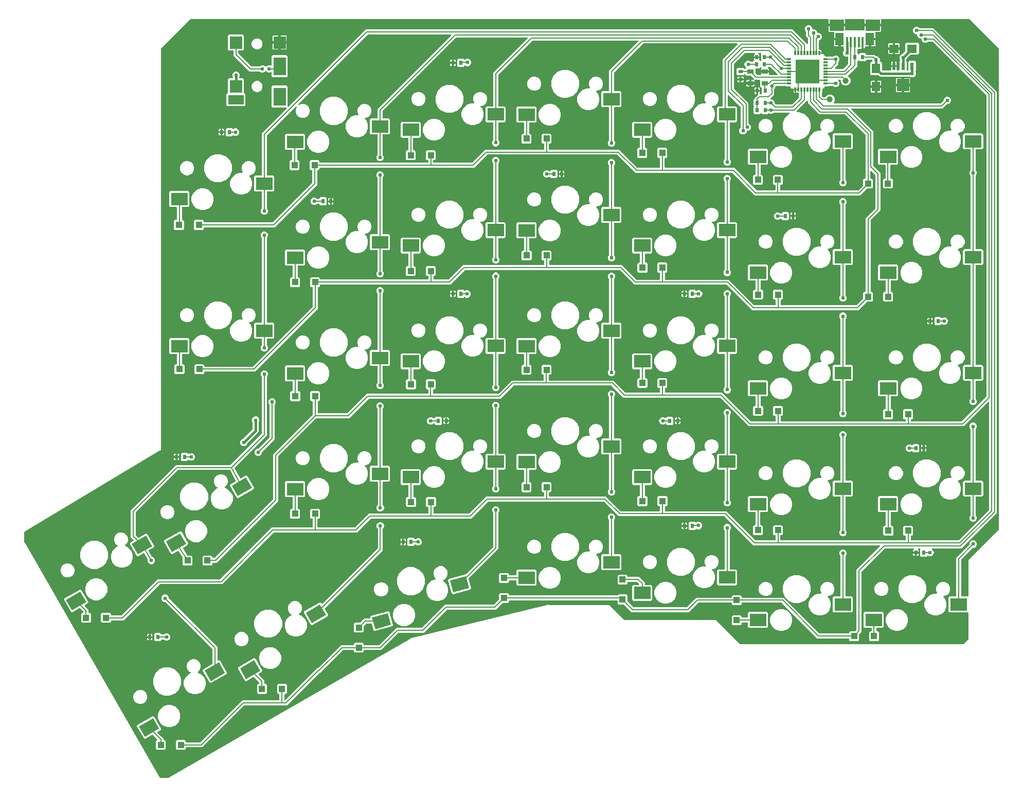
<source format=gbr>
G04 EAGLE Gerber RS-274X export*
G75*
%MOMM*%
%FSLAX34Y34*%
%LPD*%
%AMOC8*
5,1,8,0,0,1.08239X$1,22.5*%
G01*
%ADD10R,2.700000X2.000000*%
%ADD11R,1.016000X1.016000*%
%ADD12R,0.750000X0.300000*%
%ADD13R,0.300000X0.750000*%
%ADD14R,4.000000X4.000000*%
%ADD15R,0.450000X1.700000*%
%ADD16R,1.475000X2.100000*%
%ADD17R,2.375000X1.900000*%
%ADD18R,0.580000X1.200000*%
%ADD19R,2.000000X2.000000*%
%ADD20R,0.558800X0.762000*%
%ADD21R,1.400000X1.600000*%
%ADD22R,1.016000X0.762000*%
%ADD23R,0.762000X0.558800*%
%ADD24R,2.000000X3.000000*%
%ADD25R,2.500000X1.500000*%
%ADD26R,1.600000X1.400000*%
%ADD27C,1.000000*%
%ADD28C,0.203200*%
%ADD29C,0.604800*%
%ADD30C,0.203200*%
%ADD31C,0.406400*%

G36*
X-1320990Y-56938D02*
X-1320990Y-56938D01*
X-1320894Y-56933D01*
X-1320855Y-56919D01*
X-1320804Y-56911D01*
X-1320649Y-56842D01*
X-1320579Y-56816D01*
X-922426Y172122D01*
X-922357Y172176D01*
X-922283Y172221D01*
X-922251Y172258D01*
X-922201Y172297D01*
X-922115Y172416D01*
X-922064Y172475D01*
X-921951Y172662D01*
X-921284Y172825D01*
X-921020Y172930D01*
X-921019Y172931D01*
X-920425Y173272D01*
X-920215Y173216D01*
X-920128Y173205D01*
X-920044Y173185D01*
X-919995Y173189D01*
X-919932Y173181D01*
X-919787Y173204D01*
X-919709Y173210D01*
X-696829Y227691D01*
X-696728Y227732D01*
X-696625Y227765D01*
X-696600Y227783D01*
X-696565Y227797D01*
X-696394Y227930D01*
X-696352Y227960D01*
X-696263Y228049D01*
X-695489Y228049D01*
X-695323Y228072D01*
X-695248Y228078D01*
X-694497Y228261D01*
X-694390Y228196D01*
X-694290Y228154D01*
X-694194Y228104D01*
X-694164Y228099D01*
X-694129Y228084D01*
X-693914Y228057D01*
X-693863Y228049D01*
X-593737Y228049D01*
X-569035Y203346D01*
X-568965Y203294D01*
X-568901Y203234D01*
X-568851Y203208D01*
X-568807Y203175D01*
X-568726Y203144D01*
X-568648Y203104D01*
X-568600Y203096D01*
X-568542Y203074D01*
X-568394Y203062D01*
X-568317Y203049D01*
X-418737Y203049D01*
X-379035Y163346D01*
X-378965Y163294D01*
X-378901Y163234D01*
X-378851Y163208D01*
X-378807Y163175D01*
X-378726Y163144D01*
X-378648Y163104D01*
X-378600Y163096D01*
X-378542Y163074D01*
X-378394Y163062D01*
X-378317Y163049D01*
X-11683Y163049D01*
X-11597Y163061D01*
X-11509Y163064D01*
X-11457Y163081D01*
X-11402Y163089D01*
X-11322Y163124D01*
X-11239Y163151D01*
X-11200Y163179D01*
X-11142Y163205D01*
X-11029Y163301D01*
X-10965Y163346D01*
X-3346Y170965D01*
X-3294Y171035D01*
X-3234Y171099D01*
X-3208Y171149D01*
X-3175Y171193D01*
X-3144Y171274D01*
X-3104Y171352D01*
X-3096Y171400D01*
X-3074Y171458D01*
X-3062Y171606D01*
X-3049Y171683D01*
X-3049Y214536D01*
X-3057Y214594D01*
X-3055Y214652D01*
X-3077Y214734D01*
X-3089Y214818D01*
X-3112Y214871D01*
X-3127Y214927D01*
X-3170Y215000D01*
X-3205Y215077D01*
X-3243Y215122D01*
X-3272Y215172D01*
X-3334Y215230D01*
X-3388Y215294D01*
X-3437Y215326D01*
X-3480Y215366D01*
X-3555Y215405D01*
X-3625Y215452D01*
X-3681Y215469D01*
X-3733Y215496D01*
X-3801Y215507D01*
X-3896Y215537D01*
X-3996Y215540D01*
X-4064Y215551D01*
X-33763Y215551D01*
X-35549Y217337D01*
X-35549Y239863D01*
X-33763Y241649D01*
X-24080Y241649D01*
X-24022Y241657D01*
X-23964Y241655D01*
X-23882Y241677D01*
X-23798Y241689D01*
X-23745Y241712D01*
X-23689Y241727D01*
X-23616Y241770D01*
X-23539Y241805D01*
X-23494Y241843D01*
X-23444Y241872D01*
X-23386Y241934D01*
X-23322Y241988D01*
X-23290Y242037D01*
X-23250Y242080D01*
X-23211Y242155D01*
X-23164Y242225D01*
X-23147Y242281D01*
X-23120Y242333D01*
X-23109Y242401D01*
X-23079Y242496D01*
X-23076Y242596D01*
X-23065Y242664D01*
X-23065Y305684D01*
X-1370Y327378D01*
X-1318Y327448D01*
X-1258Y327512D01*
X-1232Y327561D01*
X-1199Y327606D01*
X-1168Y327687D01*
X-1128Y327765D01*
X-1120Y327813D01*
X-1098Y327871D01*
X-1086Y328019D01*
X-1073Y328096D01*
X-1073Y329208D01*
X-148Y331440D01*
X1560Y333148D01*
X3792Y334073D01*
X6208Y334073D01*
X8440Y333148D01*
X10148Y331440D01*
X11073Y329208D01*
X11073Y326792D01*
X10148Y324560D01*
X8440Y322852D01*
X6208Y321927D01*
X5096Y321927D01*
X5010Y321915D01*
X4922Y321912D01*
X4870Y321895D01*
X4815Y321887D01*
X4735Y321852D01*
X4652Y321825D01*
X4612Y321797D01*
X4555Y321771D01*
X4442Y321675D01*
X4378Y321630D01*
X-14638Y302614D01*
X-14690Y302544D01*
X-14750Y302480D01*
X-14776Y302431D01*
X-14809Y302386D01*
X-14840Y302305D01*
X-14880Y302227D01*
X-14888Y302179D01*
X-14910Y302121D01*
X-14922Y301973D01*
X-14935Y301896D01*
X-14935Y242664D01*
X-14927Y242606D01*
X-14929Y242548D01*
X-14907Y242466D01*
X-14895Y242382D01*
X-14872Y242329D01*
X-14857Y242273D01*
X-14814Y242200D01*
X-14779Y242123D01*
X-14741Y242078D01*
X-14712Y242028D01*
X-14650Y241970D01*
X-14596Y241906D01*
X-14547Y241874D01*
X-14504Y241834D01*
X-14429Y241795D01*
X-14359Y241748D01*
X-14303Y241731D01*
X-14251Y241704D01*
X-14183Y241693D01*
X-14088Y241663D01*
X-13988Y241660D01*
X-13920Y241649D01*
X-4064Y241649D01*
X-4006Y241657D01*
X-3948Y241655D01*
X-3866Y241677D01*
X-3782Y241689D01*
X-3729Y241712D01*
X-3673Y241727D01*
X-3600Y241770D01*
X-3523Y241805D01*
X-3478Y241843D01*
X-3428Y241872D01*
X-3370Y241934D01*
X-3306Y241988D01*
X-3274Y242037D01*
X-3234Y242080D01*
X-3195Y242155D01*
X-3148Y242225D01*
X-3131Y242281D01*
X-3104Y242333D01*
X-3093Y242401D01*
X-3063Y242496D01*
X-3060Y242596D01*
X-3049Y242664D01*
X-3049Y301263D01*
X46654Y350965D01*
X46706Y351035D01*
X46766Y351099D01*
X46792Y351149D01*
X46825Y351193D01*
X46856Y351274D01*
X46896Y351352D01*
X46904Y351400D01*
X46926Y351458D01*
X46938Y351606D01*
X46951Y351683D01*
X46951Y1143317D01*
X46939Y1143403D01*
X46936Y1143491D01*
X46919Y1143543D01*
X46911Y1143598D01*
X46876Y1143678D01*
X46849Y1143761D01*
X46821Y1143800D01*
X46795Y1143858D01*
X46699Y1143971D01*
X46654Y1144035D01*
X-965Y1191654D01*
X-1035Y1191706D01*
X-1099Y1191766D01*
X-1149Y1191792D01*
X-1193Y1191825D01*
X-1274Y1191856D01*
X-1352Y1191896D01*
X-1400Y1191904D01*
X-1458Y1191926D01*
X-1606Y1191938D01*
X-1683Y1191951D01*
X-146085Y1191951D01*
X-146143Y1191943D01*
X-146201Y1191945D01*
X-146283Y1191923D01*
X-146367Y1191911D01*
X-146420Y1191888D01*
X-146476Y1191873D01*
X-146549Y1191830D01*
X-146626Y1191795D01*
X-146671Y1191757D01*
X-146721Y1191728D01*
X-146779Y1191666D01*
X-146843Y1191612D01*
X-146875Y1191563D01*
X-146915Y1191520D01*
X-146954Y1191445D01*
X-147001Y1191375D01*
X-147018Y1191319D01*
X-147045Y1191267D01*
X-147056Y1191199D01*
X-147086Y1191104D01*
X-147089Y1191004D01*
X-147100Y1190936D01*
X-147100Y1184031D01*
X-159484Y1184031D01*
X-159542Y1184023D01*
X-159600Y1184024D01*
X-159682Y1184003D01*
X-159765Y1183991D01*
X-159819Y1183967D01*
X-159875Y1183953D01*
X-159948Y1183910D01*
X-160025Y1183875D01*
X-160069Y1183837D01*
X-160120Y1183807D01*
X-160177Y1183746D01*
X-160242Y1183691D01*
X-160274Y1183643D01*
X-160314Y1183600D01*
X-160353Y1183525D01*
X-160399Y1183455D01*
X-160417Y1183399D01*
X-160444Y1183347D01*
X-160455Y1183279D01*
X-160485Y1183184D01*
X-160488Y1183084D01*
X-160499Y1183016D01*
X-160499Y1180984D01*
X-160491Y1180926D01*
X-160492Y1180868D01*
X-160471Y1180786D01*
X-160459Y1180703D01*
X-160435Y1180649D01*
X-160421Y1180593D01*
X-160378Y1180520D01*
X-160343Y1180443D01*
X-160305Y1180398D01*
X-160275Y1180348D01*
X-160214Y1180290D01*
X-160159Y1180226D01*
X-160111Y1180194D01*
X-160068Y1180154D01*
X-159993Y1180115D01*
X-159923Y1180069D01*
X-159867Y1180051D01*
X-159815Y1180024D01*
X-159747Y1180013D01*
X-159652Y1179983D01*
X-159552Y1179980D01*
X-159484Y1179969D01*
X-147100Y1179969D01*
X-147100Y1172197D01*
X-147332Y1171636D01*
X-147761Y1171207D01*
X-148322Y1170975D01*
X-155085Y1170975D01*
X-155143Y1170967D01*
X-155201Y1170969D01*
X-155283Y1170947D01*
X-155367Y1170935D01*
X-155420Y1170912D01*
X-155476Y1170897D01*
X-155549Y1170854D01*
X-155626Y1170819D01*
X-155671Y1170781D01*
X-155721Y1170752D01*
X-155779Y1170690D01*
X-155843Y1170636D01*
X-155875Y1170587D01*
X-155915Y1170544D01*
X-155954Y1170469D01*
X-156001Y1170399D01*
X-156018Y1170343D01*
X-156045Y1170291D01*
X-156056Y1170223D01*
X-156086Y1170128D01*
X-156089Y1170028D01*
X-156100Y1169960D01*
X-156100Y1161031D01*
X-163984Y1161031D01*
X-164042Y1161023D01*
X-164100Y1161024D01*
X-164182Y1161003D01*
X-164265Y1160991D01*
X-164319Y1160967D01*
X-164375Y1160953D01*
X-164448Y1160910D01*
X-164525Y1160875D01*
X-164569Y1160837D01*
X-164620Y1160807D01*
X-164677Y1160746D01*
X-164742Y1160691D01*
X-164774Y1160643D01*
X-164814Y1160600D01*
X-164853Y1160525D01*
X-164899Y1160455D01*
X-164917Y1160399D01*
X-164944Y1160347D01*
X-164955Y1160279D01*
X-164985Y1160184D01*
X-164988Y1160084D01*
X-164999Y1160016D01*
X-164999Y1158999D01*
X-166016Y1158999D01*
X-166074Y1158991D01*
X-166132Y1158992D01*
X-166214Y1158971D01*
X-166297Y1158959D01*
X-166351Y1158935D01*
X-166407Y1158921D01*
X-166480Y1158878D01*
X-166557Y1158843D01*
X-166601Y1158805D01*
X-166652Y1158775D01*
X-166709Y1158714D01*
X-166774Y1158659D01*
X-166806Y1158611D01*
X-166846Y1158568D01*
X-166885Y1158493D01*
X-166931Y1158423D01*
X-166949Y1158367D01*
X-166976Y1158315D01*
X-166987Y1158247D01*
X-167017Y1158152D01*
X-167020Y1158052D01*
X-167031Y1157984D01*
X-167031Y1146975D01*
X-172210Y1146975D01*
X-172268Y1146967D01*
X-172326Y1146969D01*
X-172408Y1146947D01*
X-172492Y1146935D01*
X-172545Y1146912D01*
X-172601Y1146897D01*
X-172674Y1146854D01*
X-172751Y1146819D01*
X-172796Y1146781D01*
X-172846Y1146752D01*
X-172904Y1146690D01*
X-172968Y1146636D01*
X-173000Y1146587D01*
X-173040Y1146544D01*
X-173079Y1146469D01*
X-173126Y1146399D01*
X-173143Y1146343D01*
X-173170Y1146291D01*
X-173181Y1146223D01*
X-173211Y1146128D01*
X-173214Y1146028D01*
X-173225Y1145960D01*
X-173225Y1145197D01*
X-173457Y1144636D01*
X-173886Y1144207D01*
X-174447Y1143975D01*
X-175876Y1143975D01*
X-175876Y1153891D01*
X-175884Y1153949D01*
X-175882Y1154007D01*
X-175904Y1154089D01*
X-175916Y1154172D01*
X-175939Y1154226D01*
X-175954Y1154282D01*
X-175997Y1154355D01*
X-176032Y1154432D01*
X-176070Y1154476D01*
X-176099Y1154527D01*
X-176161Y1154584D01*
X-176215Y1154649D01*
X-176264Y1154681D01*
X-176307Y1154721D01*
X-176382Y1154760D01*
X-176452Y1154806D01*
X-176508Y1154824D01*
X-176560Y1154851D01*
X-176628Y1154862D01*
X-176723Y1154892D01*
X-176823Y1154895D01*
X-176891Y1154906D01*
X-177109Y1154906D01*
X-177167Y1154898D01*
X-177225Y1154899D01*
X-177307Y1154878D01*
X-177391Y1154866D01*
X-177444Y1154842D01*
X-177500Y1154828D01*
X-177573Y1154784D01*
X-177650Y1154750D01*
X-177695Y1154712D01*
X-177745Y1154682D01*
X-177803Y1154621D01*
X-177867Y1154566D01*
X-177899Y1154518D01*
X-177939Y1154475D01*
X-177978Y1154400D01*
X-178025Y1154330D01*
X-178042Y1154274D01*
X-178069Y1154222D01*
X-178080Y1154154D01*
X-178110Y1154059D01*
X-178113Y1153959D01*
X-178124Y1153891D01*
X-178124Y1143964D01*
X-178129Y1143963D01*
X-178217Y1143960D01*
X-178269Y1143943D01*
X-178324Y1143935D01*
X-178404Y1143900D01*
X-178487Y1143873D01*
X-178526Y1143845D01*
X-178584Y1143819D01*
X-178697Y1143723D01*
X-178761Y1143678D01*
X-179987Y1142451D01*
X-184920Y1142451D01*
X-184978Y1142443D01*
X-185036Y1142445D01*
X-185118Y1142423D01*
X-185202Y1142411D01*
X-185255Y1142388D01*
X-185311Y1142373D01*
X-185384Y1142330D01*
X-185461Y1142295D01*
X-185506Y1142257D01*
X-185556Y1142228D01*
X-185614Y1142166D01*
X-185678Y1142112D01*
X-185710Y1142063D01*
X-185750Y1142020D01*
X-185789Y1141945D01*
X-185836Y1141875D01*
X-185853Y1141819D01*
X-185880Y1141767D01*
X-185891Y1141699D01*
X-185921Y1141604D01*
X-185924Y1141504D01*
X-185935Y1141436D01*
X-185935Y1136271D01*
X-185923Y1136185D01*
X-185920Y1136097D01*
X-185903Y1136045D01*
X-185895Y1135990D01*
X-185860Y1135910D01*
X-185833Y1135827D01*
X-185805Y1135788D01*
X-185779Y1135730D01*
X-185683Y1135617D01*
X-185638Y1135553D01*
X-184218Y1134133D01*
X-184171Y1134098D01*
X-184131Y1134056D01*
X-184058Y1134013D01*
X-183991Y1133963D01*
X-183936Y1133942D01*
X-183886Y1133912D01*
X-183804Y1133891D01*
X-183725Y1133861D01*
X-183667Y1133856D01*
X-183610Y1133842D01*
X-183526Y1133845D01*
X-183442Y1133838D01*
X-183384Y1133849D01*
X-183326Y1133851D01*
X-183246Y1133877D01*
X-183163Y1133894D01*
X-183111Y1133921D01*
X-183055Y1133939D01*
X-182999Y1133979D01*
X-182911Y1134025D01*
X-182838Y1134093D01*
X-182782Y1134133D01*
X-181057Y1135859D01*
X-172943Y1135859D01*
X-171156Y1134072D01*
X-171149Y1134022D01*
X-171151Y1133964D01*
X-171129Y1133882D01*
X-171117Y1133798D01*
X-171094Y1133745D01*
X-171079Y1133689D01*
X-171036Y1133616D01*
X-171001Y1133539D01*
X-170963Y1133494D01*
X-170934Y1133444D01*
X-170872Y1133386D01*
X-170818Y1133322D01*
X-170769Y1133290D01*
X-170726Y1133250D01*
X-170651Y1133211D01*
X-170581Y1133164D01*
X-170525Y1133147D01*
X-170473Y1133120D01*
X-170405Y1133109D01*
X-170310Y1133079D01*
X-170210Y1133076D01*
X-170142Y1133065D01*
X-157316Y1133065D01*
X-155472Y1131220D01*
X-155402Y1131168D01*
X-155338Y1131108D01*
X-155289Y1131082D01*
X-155244Y1131049D01*
X-155163Y1131018D01*
X-155085Y1130978D01*
X-155037Y1130970D01*
X-154979Y1130948D01*
X-154831Y1130936D01*
X-154754Y1130923D01*
X-153642Y1130923D01*
X-151410Y1129998D01*
X-149702Y1128290D01*
X-148777Y1126058D01*
X-148777Y1123642D01*
X-148939Y1123253D01*
X-148967Y1123141D01*
X-149002Y1123032D01*
X-149003Y1123004D01*
X-149010Y1122977D01*
X-149006Y1122863D01*
X-149009Y1122748D01*
X-149002Y1122721D01*
X-149001Y1122693D01*
X-148966Y1122584D01*
X-148937Y1122473D01*
X-148923Y1122449D01*
X-148915Y1122422D01*
X-148851Y1122327D01*
X-148792Y1122228D01*
X-148772Y1122209D01*
X-148757Y1122186D01*
X-148669Y1122112D01*
X-148585Y1122034D01*
X-148560Y1122021D01*
X-148539Y1122003D01*
X-148434Y1121956D01*
X-148332Y1121904D01*
X-148307Y1121900D01*
X-148279Y1121888D01*
X-148015Y1121851D01*
X-148001Y1121849D01*
X-146587Y1121849D01*
X-144801Y1120063D01*
X-144801Y1108596D01*
X-144793Y1108538D01*
X-144795Y1108480D01*
X-144773Y1108398D01*
X-144761Y1108314D01*
X-144738Y1108261D01*
X-144723Y1108205D01*
X-144680Y1108132D01*
X-144645Y1108055D01*
X-144607Y1108010D01*
X-144578Y1107960D01*
X-144516Y1107902D01*
X-144462Y1107838D01*
X-144413Y1107806D01*
X-144370Y1107766D01*
X-144295Y1107727D01*
X-144225Y1107680D01*
X-144169Y1107663D01*
X-144117Y1107636D01*
X-144049Y1107625D01*
X-143954Y1107595D01*
X-143854Y1107592D01*
X-143786Y1107581D01*
X-130940Y1107581D01*
X-130882Y1107589D01*
X-130824Y1107587D01*
X-130742Y1107609D01*
X-130658Y1107621D01*
X-130605Y1107644D01*
X-130549Y1107659D01*
X-130476Y1107702D01*
X-130399Y1107737D01*
X-130354Y1107775D01*
X-130304Y1107804D01*
X-130246Y1107866D01*
X-130182Y1107920D01*
X-130150Y1107969D01*
X-130110Y1108012D01*
X-130071Y1108087D01*
X-130024Y1108157D01*
X-130007Y1108213D01*
X-129980Y1108265D01*
X-129969Y1108333D01*
X-129939Y1108428D01*
X-129936Y1108528D01*
X-129925Y1108596D01*
X-129925Y1113051D01*
X-125934Y1113051D01*
X-125876Y1113059D01*
X-125818Y1113057D01*
X-125736Y1113079D01*
X-125653Y1113091D01*
X-125599Y1113114D01*
X-125543Y1113129D01*
X-125506Y1113151D01*
X-125505Y1113150D01*
X-125449Y1113133D01*
X-125397Y1113106D01*
X-125329Y1113095D01*
X-125234Y1113065D01*
X-125134Y1113062D01*
X-125066Y1113051D01*
X-121075Y1113051D01*
X-121075Y1108596D01*
X-121067Y1108538D01*
X-121069Y1108480D01*
X-121047Y1108398D01*
X-121035Y1108314D01*
X-121012Y1108261D01*
X-120997Y1108205D01*
X-120954Y1108132D01*
X-120919Y1108055D01*
X-120881Y1108010D01*
X-120852Y1107960D01*
X-120790Y1107902D01*
X-120736Y1107838D01*
X-120687Y1107806D01*
X-120644Y1107766D01*
X-120569Y1107727D01*
X-120499Y1107680D01*
X-120443Y1107663D01*
X-120391Y1107636D01*
X-120323Y1107625D01*
X-120228Y1107595D01*
X-120128Y1107592D01*
X-120060Y1107581D01*
X-117464Y1107581D01*
X-117406Y1107589D01*
X-117348Y1107587D01*
X-117266Y1107609D01*
X-117182Y1107621D01*
X-117129Y1107644D01*
X-117073Y1107659D01*
X-117000Y1107702D01*
X-116923Y1107737D01*
X-116878Y1107775D01*
X-116828Y1107804D01*
X-116770Y1107866D01*
X-116706Y1107920D01*
X-116674Y1107969D01*
X-116634Y1108012D01*
X-116595Y1108087D01*
X-116548Y1108157D01*
X-116531Y1108213D01*
X-116504Y1108265D01*
X-116493Y1108333D01*
X-116463Y1108428D01*
X-116460Y1108528D01*
X-116449Y1108596D01*
X-116449Y1121763D01*
X-115878Y1122333D01*
X-115826Y1122403D01*
X-115766Y1122467D01*
X-115740Y1122516D01*
X-115707Y1122561D01*
X-115676Y1122642D01*
X-115636Y1122720D01*
X-115628Y1122768D01*
X-115606Y1122826D01*
X-115594Y1122974D01*
X-115581Y1123051D01*
X-115581Y1124445D01*
X-115585Y1124476D01*
X-115583Y1124507D01*
X-115600Y1124583D01*
X-115621Y1124727D01*
X-115647Y1124786D01*
X-115658Y1124834D01*
X-116573Y1127042D01*
X-116573Y1129458D01*
X-115648Y1131690D01*
X-113940Y1133398D01*
X-111732Y1134313D01*
X-111705Y1134329D01*
X-111676Y1134338D01*
X-111612Y1134384D01*
X-111487Y1134457D01*
X-111443Y1134504D01*
X-111402Y1134533D01*
X-106846Y1139089D01*
X-106794Y1139159D01*
X-106734Y1139223D01*
X-106708Y1139272D01*
X-106675Y1139316D01*
X-106644Y1139398D01*
X-106604Y1139476D01*
X-106596Y1139524D01*
X-106574Y1139582D01*
X-106562Y1139730D01*
X-106549Y1139807D01*
X-106549Y1151513D01*
X-104763Y1153299D01*
X-86237Y1153299D01*
X-84451Y1151513D01*
X-84451Y1134987D01*
X-86237Y1133201D01*
X-97943Y1133201D01*
X-98030Y1133189D01*
X-98117Y1133186D01*
X-98170Y1133169D01*
X-98224Y1133161D01*
X-98304Y1133126D01*
X-98387Y1133099D01*
X-98427Y1133071D01*
X-98484Y1133045D01*
X-98597Y1132949D01*
X-98661Y1132904D01*
X-104217Y1127348D01*
X-104236Y1127323D01*
X-104259Y1127303D01*
X-104301Y1127236D01*
X-104388Y1127121D01*
X-104411Y1127060D01*
X-104437Y1127018D01*
X-105342Y1124834D01*
X-105350Y1124804D01*
X-105364Y1124776D01*
X-105377Y1124699D01*
X-105413Y1124558D01*
X-105411Y1124494D01*
X-105419Y1124445D01*
X-105419Y1123051D01*
X-105407Y1122965D01*
X-105404Y1122877D01*
X-105387Y1122825D01*
X-105379Y1122770D01*
X-105344Y1122690D01*
X-105317Y1122607D01*
X-105289Y1122567D01*
X-105263Y1122510D01*
X-105167Y1122397D01*
X-105122Y1122333D01*
X-104551Y1121763D01*
X-104551Y1108596D01*
X-104543Y1108538D01*
X-104545Y1108480D01*
X-104523Y1108398D01*
X-104511Y1108314D01*
X-104488Y1108261D01*
X-104473Y1108205D01*
X-104430Y1108132D01*
X-104395Y1108055D01*
X-104357Y1108010D01*
X-104328Y1107960D01*
X-104266Y1107902D01*
X-104212Y1107838D01*
X-104163Y1107806D01*
X-104120Y1107766D01*
X-104045Y1107727D01*
X-103975Y1107680D01*
X-103919Y1107663D01*
X-103867Y1107636D01*
X-103799Y1107625D01*
X-103704Y1107595D01*
X-103604Y1107592D01*
X-103536Y1107581D01*
X-102464Y1107581D01*
X-102406Y1107589D01*
X-102348Y1107587D01*
X-102266Y1107609D01*
X-102182Y1107621D01*
X-102129Y1107644D01*
X-102073Y1107659D01*
X-102000Y1107702D01*
X-101923Y1107737D01*
X-101878Y1107775D01*
X-101828Y1107804D01*
X-101770Y1107866D01*
X-101706Y1107920D01*
X-101674Y1107969D01*
X-101634Y1108012D01*
X-101595Y1108087D01*
X-101548Y1108157D01*
X-101531Y1108213D01*
X-101504Y1108265D01*
X-101493Y1108333D01*
X-101463Y1108428D01*
X-101460Y1108528D01*
X-101449Y1108596D01*
X-101449Y1121763D01*
X-99663Y1123549D01*
X-91337Y1123549D01*
X-89551Y1121763D01*
X-89551Y1107237D01*
X-90018Y1106771D01*
X-90019Y1106770D01*
X-90020Y1106769D01*
X-90105Y1106655D01*
X-90189Y1106544D01*
X-90189Y1106542D01*
X-90190Y1106541D01*
X-90239Y1106411D01*
X-90290Y1106278D01*
X-90290Y1106276D01*
X-90290Y1106275D01*
X-90302Y1106136D01*
X-90313Y1105995D01*
X-90313Y1105993D01*
X-90313Y1105992D01*
X-90310Y1105977D01*
X-90257Y1105716D01*
X-90243Y1105689D01*
X-90238Y1105664D01*
X-89427Y1103708D01*
X-89427Y1101292D01*
X-90352Y1099060D01*
X-92060Y1097352D01*
X-94292Y1096427D01*
X-96708Y1096427D01*
X-98916Y1097342D01*
X-98946Y1097350D01*
X-98974Y1097364D01*
X-99051Y1097377D01*
X-99191Y1097413D01*
X-99256Y1097411D01*
X-99305Y1097419D01*
X-147561Y1097419D01*
X-149428Y1098193D01*
X-150689Y1099454D01*
X-150759Y1099506D01*
X-150823Y1099566D01*
X-150872Y1099592D01*
X-150916Y1099625D01*
X-150998Y1099656D01*
X-151076Y1099696D01*
X-151124Y1099704D01*
X-151182Y1099726D01*
X-151330Y1099738D01*
X-151407Y1099751D01*
X-163113Y1099751D01*
X-164899Y1101537D01*
X-164899Y1120063D01*
X-163113Y1121849D01*
X-161699Y1121849D01*
X-161586Y1121865D01*
X-161471Y1121875D01*
X-161445Y1121885D01*
X-161418Y1121889D01*
X-161313Y1121936D01*
X-161206Y1121977D01*
X-161184Y1121993D01*
X-161158Y1122005D01*
X-161071Y1122079D01*
X-160979Y1122148D01*
X-160963Y1122171D01*
X-160941Y1122188D01*
X-160878Y1122284D01*
X-160809Y1122376D01*
X-160799Y1122402D01*
X-160784Y1122425D01*
X-160749Y1122535D01*
X-160709Y1122642D01*
X-160706Y1122670D01*
X-160698Y1122696D01*
X-160695Y1122811D01*
X-160686Y1122925D01*
X-160692Y1122950D01*
X-160691Y1122980D01*
X-160758Y1123237D01*
X-160761Y1123253D01*
X-160923Y1123642D01*
X-160923Y1123920D01*
X-160931Y1123978D01*
X-160929Y1124036D01*
X-160951Y1124118D01*
X-160963Y1124202D01*
X-160986Y1124255D01*
X-161001Y1124311D01*
X-161044Y1124384D01*
X-161079Y1124461D01*
X-161117Y1124506D01*
X-161146Y1124556D01*
X-161208Y1124614D01*
X-161262Y1124678D01*
X-161311Y1124710D01*
X-161354Y1124750D01*
X-161429Y1124789D01*
X-161499Y1124836D01*
X-161555Y1124853D01*
X-161607Y1124880D01*
X-161675Y1124891D01*
X-161770Y1124921D01*
X-161870Y1124924D01*
X-161938Y1124935D01*
X-170142Y1124935D01*
X-170200Y1124927D01*
X-170258Y1124929D01*
X-170340Y1124907D01*
X-170424Y1124895D01*
X-170477Y1124872D01*
X-170533Y1124857D01*
X-170606Y1124814D01*
X-170683Y1124779D01*
X-170728Y1124741D01*
X-170778Y1124712D01*
X-170836Y1124650D01*
X-170900Y1124596D01*
X-170932Y1124547D01*
X-170972Y1124504D01*
X-171011Y1124429D01*
X-171058Y1124359D01*
X-171075Y1124303D01*
X-171102Y1124251D01*
X-171113Y1124183D01*
X-171143Y1124088D01*
X-171146Y1123988D01*
X-171156Y1123929D01*
X-172943Y1122141D01*
X-181057Y1122141D01*
X-182782Y1123867D01*
X-182829Y1123902D01*
X-182869Y1123944D01*
X-182942Y1123987D01*
X-183009Y1124037D01*
X-183064Y1124058D01*
X-183114Y1124088D01*
X-183196Y1124109D01*
X-183275Y1124139D01*
X-183333Y1124144D01*
X-183390Y1124158D01*
X-183474Y1124155D01*
X-183558Y1124162D01*
X-183616Y1124151D01*
X-183674Y1124149D01*
X-183754Y1124123D01*
X-183837Y1124106D01*
X-183889Y1124079D01*
X-183945Y1124061D01*
X-184001Y1124021D01*
X-184089Y1123975D01*
X-184162Y1123907D01*
X-184218Y1123867D01*
X-185638Y1122447D01*
X-185647Y1122434D01*
X-185653Y1122430D01*
X-185667Y1122408D01*
X-185690Y1122377D01*
X-185750Y1122313D01*
X-185776Y1122263D01*
X-185809Y1122219D01*
X-185840Y1122138D01*
X-185880Y1122060D01*
X-185888Y1122012D01*
X-185910Y1121954D01*
X-185922Y1121806D01*
X-185935Y1121729D01*
X-185935Y1114316D01*
X-188614Y1111638D01*
X-201125Y1099126D01*
X-201194Y1099035D01*
X-201268Y1098947D01*
X-201279Y1098921D01*
X-201296Y1098899D01*
X-201337Y1098792D01*
X-201384Y1098687D01*
X-201387Y1098659D01*
X-201397Y1098633D01*
X-201407Y1098519D01*
X-201423Y1098405D01*
X-201419Y1098378D01*
X-201421Y1098350D01*
X-201398Y1098238D01*
X-201382Y1098124D01*
X-201371Y1098099D01*
X-201365Y1098071D01*
X-201312Y1097970D01*
X-201265Y1097865D01*
X-201247Y1097844D01*
X-201234Y1097819D01*
X-201189Y1097771D01*
X-201186Y1097767D01*
X-201174Y1097756D01*
X-201155Y1097736D01*
X-201081Y1097648D01*
X-201059Y1097635D01*
X-201038Y1097613D01*
X-200994Y1097587D01*
X-200979Y1097573D01*
X-200907Y1097536D01*
X-200809Y1097478D01*
X-200796Y1097470D01*
X-200441Y1097323D01*
X-198177Y1095059D01*
X-196951Y1092101D01*
X-196951Y1088899D01*
X-198177Y1085941D01*
X-200441Y1083677D01*
X-203399Y1082451D01*
X-206601Y1082451D01*
X-209559Y1083677D01*
X-211823Y1085941D01*
X-213049Y1088899D01*
X-213049Y1090920D01*
X-213057Y1090978D01*
X-213055Y1091036D01*
X-213077Y1091118D01*
X-213089Y1091202D01*
X-213112Y1091255D01*
X-213127Y1091311D01*
X-213170Y1091384D01*
X-213205Y1091461D01*
X-213243Y1091506D01*
X-213272Y1091556D01*
X-213334Y1091614D01*
X-213388Y1091678D01*
X-213437Y1091710D01*
X-213480Y1091750D01*
X-213555Y1091789D01*
X-213625Y1091836D01*
X-213681Y1091853D01*
X-213733Y1091880D01*
X-213801Y1091891D01*
X-213896Y1091921D01*
X-213996Y1091924D01*
X-214064Y1091935D01*
X-215896Y1091935D01*
X-215925Y1091931D01*
X-215954Y1091934D01*
X-216065Y1091911D01*
X-216178Y1091895D01*
X-216204Y1091883D01*
X-216233Y1091878D01*
X-216334Y1091825D01*
X-216437Y1091779D01*
X-216459Y1091760D01*
X-216485Y1091747D01*
X-216568Y1091669D01*
X-216654Y1091596D01*
X-216670Y1091571D01*
X-216692Y1091551D01*
X-216749Y1091453D01*
X-216812Y1091359D01*
X-216820Y1091331D01*
X-216835Y1091306D01*
X-216863Y1091196D01*
X-216897Y1091088D01*
X-216898Y1091058D01*
X-216905Y1091030D01*
X-216902Y1090917D01*
X-216905Y1090804D01*
X-216897Y1090775D01*
X-216896Y1090746D01*
X-216861Y1090638D01*
X-216833Y1090529D01*
X-216818Y1090503D01*
X-216809Y1090475D01*
X-216763Y1090411D01*
X-216688Y1090284D01*
X-216642Y1090241D01*
X-216614Y1090202D01*
X-215852Y1089440D01*
X-214927Y1087208D01*
X-214927Y1084792D01*
X-215852Y1082560D01*
X-217560Y1080852D01*
X-219792Y1079927D01*
X-222208Y1079927D01*
X-224440Y1080852D01*
X-225226Y1081638D01*
X-225296Y1081690D01*
X-225360Y1081750D01*
X-225409Y1081776D01*
X-225453Y1081809D01*
X-225535Y1081840D01*
X-225613Y1081880D01*
X-225660Y1081888D01*
X-225719Y1081910D01*
X-225867Y1081922D01*
X-225944Y1081935D01*
X-232083Y1081935D01*
X-232169Y1081923D01*
X-232257Y1081920D01*
X-232309Y1081903D01*
X-232364Y1081895D01*
X-232444Y1081860D01*
X-232527Y1081833D01*
X-232566Y1081805D01*
X-232624Y1081779D01*
X-232737Y1081683D01*
X-232801Y1081638D01*
X-232987Y1081451D01*
X-238936Y1081451D01*
X-238994Y1081443D01*
X-239052Y1081445D01*
X-239134Y1081423D01*
X-239218Y1081411D01*
X-239271Y1081388D01*
X-239327Y1081373D01*
X-239400Y1081330D01*
X-239477Y1081295D01*
X-239522Y1081257D01*
X-239572Y1081228D01*
X-239630Y1081166D01*
X-239694Y1081112D01*
X-239726Y1081063D01*
X-239766Y1081020D01*
X-239805Y1080945D01*
X-239852Y1080875D01*
X-239869Y1080819D01*
X-239896Y1080767D01*
X-239907Y1080699D01*
X-239937Y1080604D01*
X-239940Y1080504D01*
X-239951Y1080436D01*
X-239951Y1079737D01*
X-241737Y1077951D01*
X-242436Y1077951D01*
X-242494Y1077943D01*
X-242552Y1077945D01*
X-242634Y1077923D01*
X-242718Y1077911D01*
X-242771Y1077888D01*
X-242827Y1077873D01*
X-242900Y1077830D01*
X-242977Y1077795D01*
X-243022Y1077757D01*
X-243072Y1077728D01*
X-243130Y1077666D01*
X-243194Y1077612D01*
X-243226Y1077563D01*
X-243266Y1077520D01*
X-243305Y1077445D01*
X-243352Y1077375D01*
X-243369Y1077319D01*
X-243396Y1077267D01*
X-243407Y1077199D01*
X-243437Y1077104D01*
X-243440Y1077004D01*
X-243451Y1076936D01*
X-243451Y1070987D01*
X-243638Y1070801D01*
X-243690Y1070731D01*
X-243750Y1070667D01*
X-243776Y1070617D01*
X-243809Y1070573D01*
X-243840Y1070492D01*
X-243880Y1070414D01*
X-243888Y1070366D01*
X-243910Y1070308D01*
X-243922Y1070160D01*
X-243935Y1070083D01*
X-243935Y1065104D01*
X-243923Y1065018D01*
X-243920Y1064930D01*
X-243903Y1064878D01*
X-243895Y1064823D01*
X-243860Y1064743D01*
X-243833Y1064660D01*
X-243805Y1064620D01*
X-243779Y1064563D01*
X-243683Y1064450D01*
X-243638Y1064386D01*
X-243114Y1063862D01*
X-243044Y1063810D01*
X-242980Y1063750D01*
X-242931Y1063724D01*
X-242886Y1063691D01*
X-242805Y1063660D01*
X-242727Y1063620D01*
X-242679Y1063612D01*
X-242621Y1063590D01*
X-242473Y1063578D01*
X-242396Y1063565D01*
X-238707Y1063565D01*
X-238705Y1063565D01*
X-238703Y1063565D01*
X-238561Y1063585D01*
X-238425Y1063605D01*
X-238424Y1063605D01*
X-238422Y1063605D01*
X-238292Y1063664D01*
X-238166Y1063721D01*
X-238164Y1063722D01*
X-238163Y1063723D01*
X-238057Y1063813D01*
X-237949Y1063904D01*
X-237948Y1063906D01*
X-237946Y1063907D01*
X-237938Y1063920D01*
X-237890Y1063993D01*
X-235559Y1066323D01*
X-232601Y1067549D01*
X-229399Y1067549D01*
X-226441Y1066323D01*
X-224177Y1064059D01*
X-222951Y1061101D01*
X-222951Y1057899D01*
X-224177Y1054941D01*
X-224319Y1054798D01*
X-224337Y1054774D01*
X-224360Y1054755D01*
X-224422Y1054661D01*
X-224490Y1054571D01*
X-224501Y1054543D01*
X-224517Y1054519D01*
X-224551Y1054411D01*
X-224592Y1054305D01*
X-224594Y1054276D01*
X-224603Y1054248D01*
X-224606Y1054135D01*
X-224615Y1054022D01*
X-224609Y1053993D01*
X-224610Y1053964D01*
X-224582Y1053854D01*
X-224559Y1053743D01*
X-224546Y1053717D01*
X-224538Y1053689D01*
X-224481Y1053591D01*
X-224428Y1053491D01*
X-224408Y1053469D01*
X-224393Y1053444D01*
X-224311Y1053367D01*
X-224233Y1053285D01*
X-224207Y1053270D01*
X-224186Y1053250D01*
X-224085Y1053198D01*
X-223987Y1053141D01*
X-223959Y1053134D01*
X-223933Y1053120D01*
X-223855Y1053107D01*
X-223712Y1053071D01*
X-223649Y1053073D01*
X-223602Y1053065D01*
X-49104Y1053065D01*
X-49018Y1053077D01*
X-48930Y1053080D01*
X-48878Y1053097D01*
X-48823Y1053105D01*
X-48743Y1053140D01*
X-48660Y1053167D01*
X-48620Y1053195D01*
X-48563Y1053221D01*
X-48450Y1053317D01*
X-48386Y1053362D01*
X-44075Y1057673D01*
X-44023Y1057743D01*
X-43963Y1057807D01*
X-43937Y1057856D01*
X-43904Y1057900D01*
X-43873Y1057982D01*
X-43833Y1058060D01*
X-43825Y1058108D01*
X-43803Y1058166D01*
X-43791Y1058314D01*
X-43778Y1058391D01*
X-43778Y1059503D01*
X-42853Y1061735D01*
X-41145Y1063443D01*
X-38913Y1064368D01*
X-36497Y1064368D01*
X-34265Y1063443D01*
X-32557Y1061735D01*
X-31632Y1059503D01*
X-31632Y1057087D01*
X-32557Y1054855D01*
X-34265Y1053147D01*
X-36497Y1052222D01*
X-37609Y1052222D01*
X-37696Y1052210D01*
X-37783Y1052207D01*
X-37836Y1052190D01*
X-37890Y1052182D01*
X-37970Y1052147D01*
X-38053Y1052120D01*
X-38093Y1052092D01*
X-38150Y1052066D01*
X-38263Y1051970D01*
X-38327Y1051925D01*
X-45316Y1044935D01*
X-194707Y1044935D01*
X-194736Y1044931D01*
X-194765Y1044934D01*
X-194876Y1044911D01*
X-194988Y1044895D01*
X-195015Y1044883D01*
X-195044Y1044878D01*
X-195144Y1044826D01*
X-195248Y1044779D01*
X-195270Y1044760D01*
X-195296Y1044747D01*
X-195378Y1044669D01*
X-195465Y1044596D01*
X-195481Y1044571D01*
X-195502Y1044551D01*
X-195560Y1044453D01*
X-195622Y1044359D01*
X-195631Y1044331D01*
X-195646Y1044306D01*
X-195674Y1044196D01*
X-195708Y1044088D01*
X-195709Y1044058D01*
X-195716Y1044030D01*
X-195713Y1043917D01*
X-195715Y1043804D01*
X-195708Y1043775D01*
X-195707Y1043746D01*
X-195672Y1043638D01*
X-195644Y1043529D01*
X-195629Y1043503D01*
X-195620Y1043475D01*
X-195574Y1043412D01*
X-195498Y1043284D01*
X-195453Y1043241D01*
X-195425Y1043202D01*
X-159633Y1007410D01*
X-159633Y950802D01*
X-159621Y950715D01*
X-159618Y950628D01*
X-159601Y950575D01*
X-159593Y950520D01*
X-159557Y950441D01*
X-159530Y950357D01*
X-159502Y950318D01*
X-159477Y950261D01*
X-159381Y950148D01*
X-159336Y950084D01*
X-147935Y938684D01*
X-147935Y877316D01*
X-163612Y861639D01*
X-163665Y861570D01*
X-163725Y861506D01*
X-163750Y861456D01*
X-163783Y861412D01*
X-163814Y861330D01*
X-163854Y861252D01*
X-163862Y861205D01*
X-163884Y861146D01*
X-163897Y860999D01*
X-163910Y860921D01*
X-163910Y744053D01*
X-163902Y744000D01*
X-163903Y743965D01*
X-163902Y743962D01*
X-163903Y743937D01*
X-163882Y743855D01*
X-163870Y743772D01*
X-163846Y743718D01*
X-163831Y743662D01*
X-163788Y743589D01*
X-163754Y743512D01*
X-163716Y743468D01*
X-163686Y743417D01*
X-163624Y743360D01*
X-163570Y743295D01*
X-163521Y743263D01*
X-163479Y743223D01*
X-163404Y743184D01*
X-163333Y743138D01*
X-163277Y743120D01*
X-163225Y743093D01*
X-163157Y743082D01*
X-163062Y743052D01*
X-162962Y743049D01*
X-162894Y743038D01*
X-161632Y743038D01*
X-159846Y741252D01*
X-159846Y728566D01*
X-161632Y726780D01*
X-169934Y726780D01*
X-170021Y726768D01*
X-170108Y726765D01*
X-170161Y726748D01*
X-170216Y726741D01*
X-170296Y726705D01*
X-170379Y726678D01*
X-170418Y726650D01*
X-170475Y726624D01*
X-170588Y726529D01*
X-170652Y726483D01*
X-184200Y712935D01*
X-358684Y712935D01*
X-400386Y754638D01*
X-400456Y754690D01*
X-400520Y754750D01*
X-400569Y754776D01*
X-400614Y754809D01*
X-400695Y754840D01*
X-400773Y754880D01*
X-400821Y754888D01*
X-400879Y754910D01*
X-401027Y754922D01*
X-401104Y754935D01*
X-552684Y754935D01*
X-576386Y778638D01*
X-576456Y778690D01*
X-576520Y778750D01*
X-576569Y778776D01*
X-576614Y778809D01*
X-576695Y778840D01*
X-576773Y778880D01*
X-576821Y778888D01*
X-576879Y778910D01*
X-577027Y778922D01*
X-577104Y778935D01*
X-830896Y778935D01*
X-830982Y778923D01*
X-831070Y778920D01*
X-831122Y778903D01*
X-831177Y778895D01*
X-831257Y778860D01*
X-831340Y778833D01*
X-831380Y778805D01*
X-831437Y778779D01*
X-831550Y778683D01*
X-831614Y778638D01*
X-852410Y757842D01*
X-852410Y757841D01*
X-855088Y755163D01*
X-1069093Y755163D01*
X-1069150Y755155D01*
X-1069209Y755156D01*
X-1069290Y755135D01*
X-1069374Y755123D01*
X-1069427Y755099D01*
X-1069484Y755085D01*
X-1069556Y755042D01*
X-1069633Y755007D01*
X-1069678Y754969D01*
X-1069728Y754939D01*
X-1069786Y754878D01*
X-1069850Y754823D01*
X-1069883Y754775D01*
X-1069923Y754732D01*
X-1069961Y754657D01*
X-1070008Y754587D01*
X-1070026Y754531D01*
X-1070052Y754479D01*
X-1070064Y754411D01*
X-1070094Y754316D01*
X-1070096Y754216D01*
X-1070108Y754148D01*
X-1070108Y752885D01*
X-1071894Y751099D01*
X-1072920Y751099D01*
X-1072978Y751091D01*
X-1073036Y751092D01*
X-1073118Y751071D01*
X-1073202Y751059D01*
X-1073255Y751035D01*
X-1073311Y751021D01*
X-1073384Y750978D01*
X-1073461Y750943D01*
X-1073506Y750905D01*
X-1073556Y750875D01*
X-1073614Y750814D01*
X-1073678Y750759D01*
X-1073710Y750711D01*
X-1073750Y750668D01*
X-1073789Y750593D01*
X-1073836Y750523D01*
X-1073853Y750467D01*
X-1073880Y750415D01*
X-1073891Y750347D01*
X-1073921Y750252D01*
X-1073924Y750152D01*
X-1073935Y750084D01*
X-1073935Y715316D01*
X-1177442Y611809D01*
X-1259534Y611809D01*
X-1259592Y611801D01*
X-1259651Y611803D01*
X-1259732Y611781D01*
X-1259816Y611769D01*
X-1259869Y611746D01*
X-1259926Y611731D01*
X-1259998Y611688D01*
X-1260075Y611653D01*
X-1260120Y611615D01*
X-1260170Y611586D01*
X-1260228Y611524D01*
X-1260292Y611470D01*
X-1260325Y611421D01*
X-1260365Y611378D01*
X-1260403Y611303D01*
X-1260450Y611233D01*
X-1260468Y611177D01*
X-1260494Y611125D01*
X-1260506Y611057D01*
X-1260536Y610962D01*
X-1260538Y610862D01*
X-1260550Y610794D01*
X-1260550Y609531D01*
X-1262336Y607745D01*
X-1275021Y607745D01*
X-1276807Y609531D01*
X-1276807Y622217D01*
X-1275021Y624003D01*
X-1262336Y624003D01*
X-1260550Y622217D01*
X-1260550Y620954D01*
X-1260541Y620896D01*
X-1260543Y620838D01*
X-1260522Y620756D01*
X-1260510Y620672D01*
X-1260486Y620619D01*
X-1260471Y620563D01*
X-1260428Y620490D01*
X-1260394Y620413D01*
X-1260356Y620368D01*
X-1260326Y620318D01*
X-1260264Y620260D01*
X-1260210Y620196D01*
X-1260161Y620164D01*
X-1260119Y620124D01*
X-1260044Y620085D01*
X-1259973Y620038D01*
X-1259917Y620021D01*
X-1259865Y619994D01*
X-1259797Y619983D01*
X-1259702Y619953D01*
X-1259602Y619950D01*
X-1259534Y619939D01*
X-1181230Y619939D01*
X-1181144Y619951D01*
X-1181056Y619954D01*
X-1181004Y619971D01*
X-1180949Y619979D01*
X-1180869Y620014D01*
X-1180786Y620041D01*
X-1180746Y620069D01*
X-1180689Y620095D01*
X-1180576Y620191D01*
X-1180512Y620236D01*
X-1082362Y718386D01*
X-1082310Y718456D01*
X-1082250Y718520D01*
X-1082224Y718569D01*
X-1082191Y718614D01*
X-1082160Y718695D01*
X-1082120Y718773D01*
X-1082112Y718821D01*
X-1082090Y718879D01*
X-1082078Y719027D01*
X-1082065Y719104D01*
X-1082065Y750084D01*
X-1082073Y750142D01*
X-1082071Y750200D01*
X-1082093Y750282D01*
X-1082105Y750365D01*
X-1082128Y750419D01*
X-1082143Y750475D01*
X-1082186Y750548D01*
X-1082221Y750625D01*
X-1082259Y750669D01*
X-1082288Y750720D01*
X-1082350Y750777D01*
X-1082404Y750842D01*
X-1082453Y750874D01*
X-1082496Y750914D01*
X-1082571Y750953D01*
X-1082641Y750999D01*
X-1082697Y751017D01*
X-1082749Y751044D01*
X-1082817Y751055D01*
X-1082912Y751085D01*
X-1083012Y751088D01*
X-1083080Y751099D01*
X-1084579Y751099D01*
X-1086365Y752885D01*
X-1086365Y765571D01*
X-1084579Y767357D01*
X-1071894Y767357D01*
X-1070108Y765571D01*
X-1070108Y764308D01*
X-1070100Y764250D01*
X-1070101Y764192D01*
X-1070080Y764110D01*
X-1070068Y764026D01*
X-1070044Y763973D01*
X-1070029Y763916D01*
X-1069986Y763844D01*
X-1069952Y763767D01*
X-1069914Y763722D01*
X-1069884Y763672D01*
X-1069822Y763614D01*
X-1069768Y763550D01*
X-1069719Y763518D01*
X-1069677Y763478D01*
X-1069602Y763439D01*
X-1069531Y763392D01*
X-1069476Y763375D01*
X-1069424Y763348D01*
X-1069356Y763337D01*
X-1069260Y763307D01*
X-1069161Y763304D01*
X-1069093Y763293D01*
X-892880Y763293D01*
X-892822Y763301D01*
X-892764Y763299D01*
X-892682Y763321D01*
X-892598Y763332D01*
X-892545Y763356D01*
X-892489Y763371D01*
X-892416Y763414D01*
X-892339Y763449D01*
X-892294Y763487D01*
X-892244Y763516D01*
X-892186Y763578D01*
X-892122Y763632D01*
X-892090Y763681D01*
X-892050Y763724D01*
X-892011Y763799D01*
X-891964Y763869D01*
X-891947Y763925D01*
X-891920Y763977D01*
X-891909Y764045D01*
X-891879Y764140D01*
X-891876Y764240D01*
X-891865Y764308D01*
X-891865Y768369D01*
X-891873Y768427D01*
X-891871Y768485D01*
X-891893Y768567D01*
X-891905Y768651D01*
X-891928Y768704D01*
X-891943Y768761D01*
X-891986Y768833D01*
X-892021Y768910D01*
X-892059Y768955D01*
X-892088Y769005D01*
X-892150Y769063D01*
X-892204Y769127D01*
X-892253Y769159D01*
X-892296Y769199D01*
X-892371Y769238D01*
X-892441Y769285D01*
X-892497Y769302D01*
X-892549Y769329D01*
X-892617Y769340D01*
X-892712Y769370D01*
X-892812Y769373D01*
X-892880Y769384D01*
X-894143Y769384D01*
X-895929Y771170D01*
X-895929Y783856D01*
X-894143Y785642D01*
X-881457Y785642D01*
X-879671Y783856D01*
X-879671Y771170D01*
X-881457Y769384D01*
X-882720Y769384D01*
X-882778Y769376D01*
X-882836Y769378D01*
X-882918Y769356D01*
X-883002Y769345D01*
X-883055Y769321D01*
X-883111Y769306D01*
X-883184Y769263D01*
X-883261Y769228D01*
X-883306Y769190D01*
X-883356Y769161D01*
X-883414Y769099D01*
X-883478Y769045D01*
X-883510Y768996D01*
X-883550Y768953D01*
X-883589Y768878D01*
X-883636Y768808D01*
X-883653Y768752D01*
X-883680Y768700D01*
X-883691Y768632D01*
X-883721Y768537D01*
X-883724Y768437D01*
X-883735Y768369D01*
X-883735Y764308D01*
X-883727Y764250D01*
X-883729Y764192D01*
X-883707Y764110D01*
X-883695Y764026D01*
X-883672Y763973D01*
X-883657Y763916D01*
X-883614Y763844D01*
X-883579Y763767D01*
X-883541Y763722D01*
X-883512Y763672D01*
X-883450Y763614D01*
X-883396Y763550D01*
X-883347Y763518D01*
X-883304Y763478D01*
X-883229Y763439D01*
X-883159Y763392D01*
X-883103Y763375D01*
X-883051Y763348D01*
X-882983Y763337D01*
X-882888Y763307D01*
X-882788Y763304D01*
X-882720Y763293D01*
X-858876Y763293D01*
X-858790Y763305D01*
X-858702Y763308D01*
X-858650Y763325D01*
X-858595Y763332D01*
X-858515Y763368D01*
X-858432Y763395D01*
X-858392Y763423D01*
X-858335Y763449D01*
X-858222Y763545D01*
X-858158Y763590D01*
X-834684Y787065D01*
X-702266Y787065D01*
X-702208Y787073D01*
X-702149Y787071D01*
X-702068Y787093D01*
X-701984Y787105D01*
X-701931Y787128D01*
X-701874Y787143D01*
X-701802Y787186D01*
X-701725Y787221D01*
X-701680Y787259D01*
X-701630Y787288D01*
X-701572Y787350D01*
X-701508Y787404D01*
X-701475Y787453D01*
X-701435Y787496D01*
X-701397Y787571D01*
X-701350Y787641D01*
X-701333Y787697D01*
X-701306Y787749D01*
X-701295Y787817D01*
X-701264Y787912D01*
X-701262Y788012D01*
X-701250Y788080D01*
X-701250Y793892D01*
X-701257Y793940D01*
X-701257Y793945D01*
X-701259Y793950D01*
X-701257Y794009D01*
X-701278Y794090D01*
X-701290Y794174D01*
X-701314Y794227D01*
X-701329Y794284D01*
X-701372Y794356D01*
X-701407Y794433D01*
X-701444Y794478D01*
X-701474Y794528D01*
X-701536Y794586D01*
X-701590Y794650D01*
X-701639Y794683D01*
X-701681Y794723D01*
X-701757Y794761D01*
X-701827Y794808D01*
X-701883Y794825D01*
X-701935Y794852D01*
X-702003Y794863D01*
X-702098Y794894D01*
X-702198Y794896D01*
X-702266Y794908D01*
X-703529Y794908D01*
X-705314Y796693D01*
X-705314Y809379D01*
X-703529Y811165D01*
X-690843Y811165D01*
X-689057Y809379D01*
X-689057Y796693D01*
X-690843Y794908D01*
X-692106Y794908D01*
X-692164Y794899D01*
X-692222Y794901D01*
X-692304Y794880D01*
X-692387Y794868D01*
X-692441Y794844D01*
X-692497Y794829D01*
X-692570Y794786D01*
X-692647Y794751D01*
X-692691Y794714D01*
X-692742Y794684D01*
X-692799Y794622D01*
X-692864Y794568D01*
X-692896Y794519D01*
X-692936Y794476D01*
X-692974Y794401D01*
X-693021Y794331D01*
X-693039Y794275D01*
X-693065Y794223D01*
X-693077Y794155D01*
X-693107Y794060D01*
X-693110Y793960D01*
X-693121Y793892D01*
X-693121Y788080D01*
X-693113Y788022D01*
X-693114Y787964D01*
X-693093Y787882D01*
X-693081Y787798D01*
X-693057Y787745D01*
X-693042Y787689D01*
X-692999Y787616D01*
X-692965Y787539D01*
X-692927Y787494D01*
X-692897Y787444D01*
X-692836Y787386D01*
X-692781Y787322D01*
X-692733Y787290D01*
X-692690Y787250D01*
X-692615Y787211D01*
X-692545Y787164D01*
X-692489Y787147D01*
X-692437Y787120D01*
X-692369Y787109D01*
X-692274Y787079D01*
X-692174Y787076D01*
X-692106Y787065D01*
X-573316Y787065D01*
X-549614Y763362D01*
X-549544Y763310D01*
X-549480Y763250D01*
X-549431Y763224D01*
X-549386Y763191D01*
X-549305Y763160D01*
X-549227Y763120D01*
X-549179Y763112D01*
X-549121Y763090D01*
X-548973Y763078D01*
X-548896Y763065D01*
X-511715Y763065D01*
X-511657Y763073D01*
X-511599Y763071D01*
X-511517Y763093D01*
X-511433Y763105D01*
X-511380Y763128D01*
X-511323Y763143D01*
X-511251Y763186D01*
X-511174Y763221D01*
X-511129Y763259D01*
X-511079Y763288D01*
X-511021Y763350D01*
X-510957Y763404D01*
X-510925Y763453D01*
X-510885Y763496D01*
X-510846Y763571D01*
X-510799Y763641D01*
X-510782Y763697D01*
X-510755Y763749D01*
X-510744Y763817D01*
X-510714Y763912D01*
X-510711Y764012D01*
X-510700Y764080D01*
X-510700Y773889D01*
X-510708Y773947D01*
X-510706Y774006D01*
X-510728Y774087D01*
X-510739Y774171D01*
X-510763Y774224D01*
X-510778Y774281D01*
X-510821Y774353D01*
X-510856Y774430D01*
X-510894Y774475D01*
X-510923Y774525D01*
X-510985Y774583D01*
X-511039Y774647D01*
X-511088Y774680D01*
X-511131Y774720D01*
X-511206Y774758D01*
X-511276Y774805D01*
X-511332Y774822D01*
X-511384Y774849D01*
X-511452Y774860D01*
X-511547Y774891D01*
X-511647Y774893D01*
X-511715Y774905D01*
X-512978Y774905D01*
X-514764Y776690D01*
X-514764Y789376D01*
X-512978Y791162D01*
X-500292Y791162D01*
X-498506Y789376D01*
X-498506Y776690D01*
X-500292Y774905D01*
X-501555Y774905D01*
X-501613Y774896D01*
X-501671Y774898D01*
X-501753Y774877D01*
X-501836Y774865D01*
X-501890Y774841D01*
X-501946Y774826D01*
X-502019Y774783D01*
X-502096Y774748D01*
X-502140Y774711D01*
X-502191Y774681D01*
X-502248Y774619D01*
X-502313Y774565D01*
X-502345Y774516D01*
X-502385Y774473D01*
X-502424Y774398D01*
X-502470Y774328D01*
X-502488Y774272D01*
X-502515Y774220D01*
X-502526Y774152D01*
X-502556Y774057D01*
X-502559Y773957D01*
X-502570Y773889D01*
X-502570Y764080D01*
X-502562Y764022D01*
X-502563Y763964D01*
X-502542Y763882D01*
X-502530Y763798D01*
X-502506Y763745D01*
X-502492Y763689D01*
X-502449Y763616D01*
X-502414Y763539D01*
X-502376Y763494D01*
X-502346Y763444D01*
X-502285Y763386D01*
X-502230Y763322D01*
X-502182Y763290D01*
X-502139Y763250D01*
X-502064Y763211D01*
X-501994Y763164D01*
X-501938Y763147D01*
X-501886Y763120D01*
X-501818Y763109D01*
X-501723Y763079D01*
X-501623Y763076D01*
X-501555Y763065D01*
X-397316Y763065D01*
X-355614Y721362D01*
X-355544Y721310D01*
X-355480Y721250D01*
X-355431Y721224D01*
X-355386Y721191D01*
X-355305Y721160D01*
X-355227Y721120D01*
X-355179Y721112D01*
X-355121Y721090D01*
X-354973Y721078D01*
X-354896Y721065D01*
X-321253Y721065D01*
X-321195Y721073D01*
X-321137Y721071D01*
X-321055Y721093D01*
X-320971Y721105D01*
X-320918Y721128D01*
X-320862Y721143D01*
X-320789Y721186D01*
X-320712Y721221D01*
X-320667Y721259D01*
X-320617Y721288D01*
X-320559Y721350D01*
X-320495Y721404D01*
X-320463Y721453D01*
X-320423Y721496D01*
X-320384Y721571D01*
X-320337Y721641D01*
X-320320Y721697D01*
X-320293Y721749D01*
X-320282Y721817D01*
X-320252Y721912D01*
X-320249Y722012D01*
X-320238Y722080D01*
X-320238Y729141D01*
X-320246Y729198D01*
X-320244Y729257D01*
X-320266Y729339D01*
X-320278Y729422D01*
X-320301Y729475D01*
X-320316Y729532D01*
X-320359Y729604D01*
X-320394Y729682D01*
X-320432Y729726D01*
X-320461Y729776D01*
X-320523Y729834D01*
X-320577Y729899D01*
X-320626Y729931D01*
X-320669Y729971D01*
X-320744Y730009D01*
X-320814Y730056D01*
X-320870Y730074D01*
X-320922Y730100D01*
X-320990Y730112D01*
X-321085Y730142D01*
X-321185Y730144D01*
X-321253Y730156D01*
X-322516Y730156D01*
X-324302Y731942D01*
X-324302Y744627D01*
X-322516Y746413D01*
X-309830Y746413D01*
X-308044Y744627D01*
X-308044Y731942D01*
X-309830Y730156D01*
X-311093Y730156D01*
X-311151Y730148D01*
X-311209Y730149D01*
X-311291Y730128D01*
X-311375Y730116D01*
X-311428Y730092D01*
X-311484Y730077D01*
X-311557Y730034D01*
X-311634Y730000D01*
X-311679Y729962D01*
X-311729Y729932D01*
X-311787Y729871D01*
X-311851Y729816D01*
X-311883Y729767D01*
X-311923Y729725D01*
X-311962Y729650D01*
X-312009Y729579D01*
X-312026Y729524D01*
X-312053Y729472D01*
X-312064Y729404D01*
X-312094Y729308D01*
X-312097Y729209D01*
X-312108Y729141D01*
X-312108Y722080D01*
X-312100Y722022D01*
X-312102Y721964D01*
X-312080Y721882D01*
X-312068Y721798D01*
X-312045Y721745D01*
X-312030Y721689D01*
X-311987Y721616D01*
X-311952Y721539D01*
X-311914Y721494D01*
X-311885Y721444D01*
X-311823Y721386D01*
X-311769Y721322D01*
X-311720Y721290D01*
X-311677Y721250D01*
X-311602Y721211D01*
X-311532Y721164D01*
X-311476Y721147D01*
X-311424Y721120D01*
X-311356Y721109D01*
X-311261Y721079D01*
X-311161Y721076D01*
X-311093Y721065D01*
X-187988Y721065D01*
X-187901Y721077D01*
X-187814Y721080D01*
X-187761Y721097D01*
X-187706Y721105D01*
X-187626Y721140D01*
X-187543Y721167D01*
X-187504Y721195D01*
X-187447Y721221D01*
X-187334Y721317D01*
X-187270Y721362D01*
X-176401Y732231D01*
X-176348Y732301D01*
X-176288Y732365D01*
X-176263Y732414D01*
X-176230Y732459D01*
X-176198Y732540D01*
X-176159Y732618D01*
X-176151Y732666D01*
X-176128Y732724D01*
X-176116Y732872D01*
X-176103Y732949D01*
X-176103Y741252D01*
X-174317Y743038D01*
X-173054Y743038D01*
X-172997Y743046D01*
X-172938Y743045D01*
X-172856Y743066D01*
X-172773Y743078D01*
X-172720Y743102D01*
X-172663Y743116D01*
X-172591Y743159D01*
X-172513Y743194D01*
X-172469Y743232D01*
X-172419Y743262D01*
X-172361Y743323D01*
X-172296Y743378D01*
X-172264Y743426D01*
X-172224Y743469D01*
X-172186Y743544D01*
X-172139Y743614D01*
X-172121Y743670D01*
X-172095Y743722D01*
X-172083Y743790D01*
X-172053Y743885D01*
X-172051Y743985D01*
X-172039Y744053D01*
X-172039Y864709D01*
X-156362Y880386D01*
X-156310Y880456D01*
X-156250Y880520D01*
X-156224Y880569D01*
X-156191Y880614D01*
X-156160Y880695D01*
X-156120Y880773D01*
X-156112Y880821D01*
X-156090Y880879D01*
X-156084Y880957D01*
X-156079Y880972D01*
X-156077Y881030D01*
X-156065Y881104D01*
X-156065Y934896D01*
X-156077Y934982D01*
X-156080Y935070D01*
X-156097Y935122D01*
X-156105Y935177D01*
X-156140Y935257D01*
X-156167Y935340D01*
X-156195Y935380D01*
X-156221Y935437D01*
X-156317Y935550D01*
X-156340Y935583D01*
X-156341Y935584D01*
X-156362Y935614D01*
X-162456Y941708D01*
X-162479Y941725D01*
X-162498Y941748D01*
X-162593Y941810D01*
X-162683Y941878D01*
X-162710Y941889D01*
X-162735Y941905D01*
X-162843Y941939D01*
X-162949Y941980D01*
X-162978Y941982D01*
X-163006Y941991D01*
X-163119Y941994D01*
X-163232Y942003D01*
X-163261Y941997D01*
X-163290Y941998D01*
X-163400Y941970D01*
X-163511Y941947D01*
X-163537Y941934D01*
X-163565Y941926D01*
X-163663Y941869D01*
X-163763Y941816D01*
X-163784Y941796D01*
X-163810Y941781D01*
X-163887Y941699D01*
X-163969Y941621D01*
X-163984Y941595D01*
X-164004Y941574D01*
X-164056Y941473D01*
X-164113Y941375D01*
X-164120Y941347D01*
X-164134Y941321D01*
X-164147Y941243D01*
X-164183Y941100D01*
X-164181Y941037D01*
X-164189Y940990D01*
X-164189Y930318D01*
X-164181Y930260D01*
X-164182Y930202D01*
X-164161Y930120D01*
X-164149Y930036D01*
X-164125Y929983D01*
X-164111Y929927D01*
X-164067Y929854D01*
X-164033Y929777D01*
X-163995Y929732D01*
X-163965Y929682D01*
X-163904Y929624D01*
X-163849Y929560D01*
X-163801Y929528D01*
X-163758Y929488D01*
X-163683Y929449D01*
X-163613Y929402D01*
X-163557Y929385D01*
X-163505Y929358D01*
X-163437Y929347D01*
X-163342Y929317D01*
X-163242Y929314D01*
X-163174Y929303D01*
X-161911Y929303D01*
X-160125Y927517D01*
X-160125Y914831D01*
X-161911Y913045D01*
X-169706Y913045D01*
X-169793Y913033D01*
X-169880Y913030D01*
X-169933Y913013D01*
X-169988Y913005D01*
X-170067Y912970D01*
X-170151Y912943D01*
X-170190Y912915D01*
X-170247Y912889D01*
X-170360Y912793D01*
X-170424Y912748D01*
X-181237Y901935D01*
X-354684Y901935D01*
X-391386Y938638D01*
X-391456Y938690D01*
X-391520Y938750D01*
X-391569Y938776D01*
X-391614Y938809D01*
X-391695Y938840D01*
X-391773Y938880D01*
X-391821Y938888D01*
X-391879Y938910D01*
X-392027Y938922D01*
X-392104Y938935D01*
X-550684Y938935D01*
X-580386Y968638D01*
X-580456Y968690D01*
X-580520Y968750D01*
X-580569Y968776D01*
X-580614Y968809D01*
X-580695Y968840D01*
X-580773Y968880D01*
X-580821Y968888D01*
X-580879Y968910D01*
X-581027Y968922D01*
X-581104Y968935D01*
X-794896Y968935D01*
X-794982Y968923D01*
X-795070Y968920D01*
X-795122Y968903D01*
X-795177Y968895D01*
X-795257Y968860D01*
X-795340Y968833D01*
X-795380Y968805D01*
X-795437Y968779D01*
X-795550Y968683D01*
X-795614Y968638D01*
X-816747Y947504D01*
X-1069991Y947504D01*
X-1070049Y947496D01*
X-1070107Y947497D01*
X-1070189Y947476D01*
X-1070272Y947464D01*
X-1070326Y947440D01*
X-1070382Y947426D01*
X-1070455Y947383D01*
X-1070532Y947348D01*
X-1070576Y947310D01*
X-1070627Y947280D01*
X-1070684Y947219D01*
X-1070749Y947164D01*
X-1070781Y947116D01*
X-1070821Y947073D01*
X-1070860Y946998D01*
X-1070906Y946928D01*
X-1070924Y946872D01*
X-1070951Y946820D01*
X-1070962Y946752D01*
X-1070992Y946657D01*
X-1070995Y946557D01*
X-1071006Y946489D01*
X-1071006Y945226D01*
X-1072792Y943440D01*
X-1074055Y943440D01*
X-1074113Y943432D01*
X-1074171Y943433D01*
X-1074253Y943412D01*
X-1074336Y943400D01*
X-1074390Y943376D01*
X-1074446Y943362D01*
X-1074519Y943319D01*
X-1074596Y943284D01*
X-1074640Y943246D01*
X-1074691Y943216D01*
X-1074748Y943155D01*
X-1074813Y943100D01*
X-1074845Y943052D01*
X-1074885Y943009D01*
X-1074924Y942934D01*
X-1074970Y942864D01*
X-1074988Y942808D01*
X-1075015Y942756D01*
X-1075026Y942688D01*
X-1075056Y942593D01*
X-1075059Y942493D01*
X-1075070Y942425D01*
X-1075070Y919181D01*
X-1145066Y849185D01*
X-1260396Y849185D01*
X-1260454Y849177D01*
X-1260512Y849179D01*
X-1260594Y849157D01*
X-1260678Y849145D01*
X-1260731Y849122D01*
X-1260787Y849107D01*
X-1260860Y849064D01*
X-1260937Y849029D01*
X-1260982Y848991D01*
X-1261032Y848962D01*
X-1261090Y848900D01*
X-1261154Y848846D01*
X-1261186Y848797D01*
X-1261226Y848754D01*
X-1261265Y848679D01*
X-1261312Y848609D01*
X-1261329Y848553D01*
X-1261356Y848501D01*
X-1261367Y848433D01*
X-1261397Y848338D01*
X-1261400Y848238D01*
X-1261411Y848170D01*
X-1261411Y846907D01*
X-1263197Y845121D01*
X-1275883Y845121D01*
X-1277669Y846907D01*
X-1277669Y859593D01*
X-1275883Y861379D01*
X-1263197Y861379D01*
X-1261411Y859593D01*
X-1261411Y858330D01*
X-1261403Y858272D01*
X-1261405Y858214D01*
X-1261383Y858132D01*
X-1261371Y858048D01*
X-1261348Y857995D01*
X-1261333Y857939D01*
X-1261290Y857866D01*
X-1261255Y857789D01*
X-1261217Y857744D01*
X-1261188Y857694D01*
X-1261126Y857636D01*
X-1261072Y857572D01*
X-1261023Y857540D01*
X-1260980Y857500D01*
X-1260905Y857461D01*
X-1260835Y857414D01*
X-1260779Y857397D01*
X-1260727Y857370D01*
X-1260659Y857359D01*
X-1260564Y857329D01*
X-1260464Y857326D01*
X-1260396Y857315D01*
X-1148854Y857315D01*
X-1148768Y857327D01*
X-1148680Y857330D01*
X-1148628Y857347D01*
X-1148573Y857355D01*
X-1148493Y857390D01*
X-1148410Y857417D01*
X-1148370Y857445D01*
X-1148313Y857471D01*
X-1148200Y857567D01*
X-1148136Y857612D01*
X-1083497Y922251D01*
X-1083445Y922321D01*
X-1083385Y922385D01*
X-1083359Y922434D01*
X-1083326Y922479D01*
X-1083295Y922560D01*
X-1083255Y922638D01*
X-1083247Y922686D01*
X-1083225Y922744D01*
X-1083213Y922892D01*
X-1083200Y922969D01*
X-1083200Y942425D01*
X-1083208Y942483D01*
X-1083206Y942541D01*
X-1083228Y942623D01*
X-1083239Y942706D01*
X-1083263Y942760D01*
X-1083278Y942816D01*
X-1083321Y942889D01*
X-1083356Y942966D01*
X-1083394Y943010D01*
X-1083423Y943061D01*
X-1083485Y943118D01*
X-1083539Y943183D01*
X-1083588Y943215D01*
X-1083631Y943255D01*
X-1083706Y943294D01*
X-1083776Y943340D01*
X-1083832Y943358D01*
X-1083884Y943385D01*
X-1083952Y943396D01*
X-1084047Y943426D01*
X-1084147Y943429D01*
X-1084215Y943440D01*
X-1085478Y943440D01*
X-1087264Y945226D01*
X-1087264Y957912D01*
X-1085478Y959698D01*
X-1072792Y959698D01*
X-1071006Y957912D01*
X-1071006Y956649D01*
X-1070998Y956591D01*
X-1070999Y956533D01*
X-1070978Y956451D01*
X-1070966Y956367D01*
X-1070942Y956314D01*
X-1070928Y956257D01*
X-1070885Y956185D01*
X-1070850Y956108D01*
X-1070812Y956063D01*
X-1070782Y956013D01*
X-1070721Y955955D01*
X-1070666Y955891D01*
X-1070618Y955859D01*
X-1070575Y955819D01*
X-1070500Y955780D01*
X-1070430Y955733D01*
X-1070374Y955716D01*
X-1070322Y955689D01*
X-1070254Y955678D01*
X-1070159Y955648D01*
X-1070059Y955645D01*
X-1069991Y955634D01*
X-893032Y955634D01*
X-892975Y955642D01*
X-892916Y955640D01*
X-892834Y955662D01*
X-892751Y955673D01*
X-892698Y955697D01*
X-892641Y955712D01*
X-892569Y955755D01*
X-892491Y955790D01*
X-892447Y955828D01*
X-892397Y955857D01*
X-892339Y955919D01*
X-892274Y955973D01*
X-892242Y956022D01*
X-892202Y956065D01*
X-892164Y956140D01*
X-892117Y956210D01*
X-892099Y956266D01*
X-892073Y956318D01*
X-892061Y956386D01*
X-892031Y956481D01*
X-892029Y956581D01*
X-892017Y956649D01*
X-892017Y958885D01*
X-892025Y958942D01*
X-892024Y959001D01*
X-892045Y959083D01*
X-892057Y959166D01*
X-892081Y959219D01*
X-892096Y959276D01*
X-892139Y959348D01*
X-892173Y959426D01*
X-892211Y959470D01*
X-892241Y959520D01*
X-892302Y959578D01*
X-892357Y959643D01*
X-892406Y959675D01*
X-892448Y959715D01*
X-892523Y959753D01*
X-892594Y959800D01*
X-892649Y959818D01*
X-892701Y959844D01*
X-892769Y959856D01*
X-892865Y959886D01*
X-892964Y959888D01*
X-893032Y959900D01*
X-894295Y959900D01*
X-896081Y961686D01*
X-896081Y974371D01*
X-894295Y976157D01*
X-881610Y976157D01*
X-879824Y974371D01*
X-879824Y961686D01*
X-881610Y959900D01*
X-882872Y959900D01*
X-882930Y959892D01*
X-882989Y959893D01*
X-883070Y959872D01*
X-883154Y959860D01*
X-883207Y959836D01*
X-883264Y959821D01*
X-883336Y959778D01*
X-883413Y959744D01*
X-883458Y959706D01*
X-883508Y959676D01*
X-883566Y959615D01*
X-883630Y959560D01*
X-883663Y959511D01*
X-883703Y959469D01*
X-883741Y959394D01*
X-883788Y959323D01*
X-883806Y959268D01*
X-883832Y959216D01*
X-883844Y959148D01*
X-883874Y959052D01*
X-883876Y958953D01*
X-883888Y958885D01*
X-883888Y956649D01*
X-883879Y956591D01*
X-883881Y956533D01*
X-883860Y956451D01*
X-883848Y956367D01*
X-883824Y956314D01*
X-883809Y956257D01*
X-883766Y956185D01*
X-883732Y956108D01*
X-883694Y956063D01*
X-883664Y956013D01*
X-883602Y955955D01*
X-883548Y955891D01*
X-883499Y955859D01*
X-883457Y955819D01*
X-883382Y955780D01*
X-883311Y955733D01*
X-883255Y955716D01*
X-883203Y955689D01*
X-883135Y955678D01*
X-883040Y955648D01*
X-882940Y955645D01*
X-882872Y955634D01*
X-820535Y955634D01*
X-820449Y955646D01*
X-820361Y955649D01*
X-820309Y955666D01*
X-820254Y955673D01*
X-820174Y955709D01*
X-820091Y955736D01*
X-820051Y955764D01*
X-819994Y955790D01*
X-819881Y955886D01*
X-819817Y955931D01*
X-798684Y977065D01*
X-702443Y977065D01*
X-702386Y977073D01*
X-702327Y977071D01*
X-702246Y977093D01*
X-702162Y977105D01*
X-702109Y977128D01*
X-702052Y977143D01*
X-701980Y977186D01*
X-701903Y977221D01*
X-701858Y977259D01*
X-701808Y977288D01*
X-701750Y977350D01*
X-701686Y977404D01*
X-701653Y977453D01*
X-701613Y977496D01*
X-701575Y977571D01*
X-701528Y977641D01*
X-701510Y977697D01*
X-701484Y977749D01*
X-701472Y977817D01*
X-701442Y977912D01*
X-701440Y978012D01*
X-701428Y978080D01*
X-701428Y986063D01*
X-701436Y986120D01*
X-701435Y986179D01*
X-701456Y986261D01*
X-701468Y986344D01*
X-701492Y986397D01*
X-701507Y986454D01*
X-701550Y986526D01*
X-701584Y986604D01*
X-701622Y986648D01*
X-701652Y986698D01*
X-701714Y986756D01*
X-701768Y986821D01*
X-701817Y986853D01*
X-701859Y986893D01*
X-701934Y986931D01*
X-702005Y986978D01*
X-702060Y986996D01*
X-702112Y987022D01*
X-702180Y987034D01*
X-702276Y987064D01*
X-702375Y987066D01*
X-702443Y987078D01*
X-703706Y987078D01*
X-705492Y988864D01*
X-705492Y1001549D01*
X-703706Y1003335D01*
X-691021Y1003335D01*
X-689235Y1001549D01*
X-689235Y988864D01*
X-691021Y987078D01*
X-692284Y987078D01*
X-692341Y987070D01*
X-692400Y987071D01*
X-692481Y987050D01*
X-692565Y987038D01*
X-692618Y987014D01*
X-692675Y986999D01*
X-692747Y986956D01*
X-692824Y986922D01*
X-692869Y986884D01*
X-692919Y986854D01*
X-692977Y986793D01*
X-693041Y986738D01*
X-693074Y986689D01*
X-693114Y986647D01*
X-693152Y986572D01*
X-693199Y986501D01*
X-693217Y986446D01*
X-693243Y986394D01*
X-693255Y986326D01*
X-693285Y986230D01*
X-693287Y986131D01*
X-693299Y986063D01*
X-693299Y978080D01*
X-693291Y978022D01*
X-693292Y977964D01*
X-693271Y977882D01*
X-693259Y977798D01*
X-693235Y977745D01*
X-693220Y977689D01*
X-693177Y977616D01*
X-693143Y977539D01*
X-693105Y977494D01*
X-693075Y977444D01*
X-693013Y977386D01*
X-692959Y977322D01*
X-692910Y977290D01*
X-692868Y977250D01*
X-692793Y977211D01*
X-692722Y977164D01*
X-692667Y977147D01*
X-692615Y977120D01*
X-692547Y977109D01*
X-692451Y977079D01*
X-692352Y977076D01*
X-692284Y977065D01*
X-577316Y977065D01*
X-547614Y947362D01*
X-547544Y947310D01*
X-547480Y947250D01*
X-547431Y947224D01*
X-547386Y947191D01*
X-547305Y947160D01*
X-547227Y947120D01*
X-547179Y947112D01*
X-547121Y947090D01*
X-546973Y947078D01*
X-546896Y947065D01*
X-511931Y947065D01*
X-511873Y947073D01*
X-511814Y947071D01*
X-511733Y947093D01*
X-511649Y947105D01*
X-511596Y947128D01*
X-511539Y947143D01*
X-511467Y947186D01*
X-511390Y947221D01*
X-511345Y947259D01*
X-511295Y947288D01*
X-511237Y947350D01*
X-511173Y947404D01*
X-511140Y947453D01*
X-511100Y947496D01*
X-511062Y947571D01*
X-511015Y947641D01*
X-510998Y947697D01*
X-510971Y947749D01*
X-510960Y947817D01*
X-510930Y947912D01*
X-510927Y948012D01*
X-510916Y948080D01*
X-510916Y962634D01*
X-510924Y962692D01*
X-510922Y962750D01*
X-510944Y962832D01*
X-510955Y962915D01*
X-510979Y962969D01*
X-510994Y963025D01*
X-511037Y963098D01*
X-511072Y963175D01*
X-511109Y963219D01*
X-511139Y963270D01*
X-511201Y963327D01*
X-511255Y963392D01*
X-511304Y963424D01*
X-511347Y963464D01*
X-511422Y963503D01*
X-511492Y963549D01*
X-511548Y963567D01*
X-511600Y963594D01*
X-511668Y963605D01*
X-511763Y963635D01*
X-511863Y963638D01*
X-511931Y963649D01*
X-513194Y963649D01*
X-514980Y965435D01*
X-514980Y978121D01*
X-513194Y979907D01*
X-500508Y979907D01*
X-498722Y978121D01*
X-498722Y965435D01*
X-500508Y963649D01*
X-501771Y963649D01*
X-501829Y963641D01*
X-501887Y963642D01*
X-501969Y963621D01*
X-502052Y963609D01*
X-502106Y963585D01*
X-502162Y963571D01*
X-502235Y963528D01*
X-502312Y963493D01*
X-502356Y963455D01*
X-502407Y963425D01*
X-502464Y963364D01*
X-502529Y963309D01*
X-502561Y963261D01*
X-502601Y963218D01*
X-502640Y963143D01*
X-502686Y963073D01*
X-502704Y963017D01*
X-502731Y962965D01*
X-502742Y962897D01*
X-502772Y962802D01*
X-502775Y962702D01*
X-502786Y962634D01*
X-502786Y948080D01*
X-502779Y948032D01*
X-502779Y948030D01*
X-502779Y948027D01*
X-502778Y948022D01*
X-502779Y947964D01*
X-502758Y947882D01*
X-502746Y947798D01*
X-502722Y947745D01*
X-502708Y947689D01*
X-502665Y947616D01*
X-502630Y947539D01*
X-502592Y947494D01*
X-502562Y947444D01*
X-502501Y947386D01*
X-502446Y947322D01*
X-502398Y947290D01*
X-502355Y947250D01*
X-502280Y947211D01*
X-502210Y947164D01*
X-502154Y947147D01*
X-502102Y947120D01*
X-502034Y947109D01*
X-501939Y947079D01*
X-501839Y947076D01*
X-501771Y947065D01*
X-388316Y947065D01*
X-351614Y910362D01*
X-351544Y910310D01*
X-351480Y910250D01*
X-351431Y910224D01*
X-351386Y910191D01*
X-351305Y910160D01*
X-351227Y910120D01*
X-351179Y910112D01*
X-351121Y910090D01*
X-350973Y910078D01*
X-350896Y910065D01*
X-321621Y910065D01*
X-321563Y910073D01*
X-321505Y910071D01*
X-321423Y910093D01*
X-321340Y910105D01*
X-321286Y910128D01*
X-321230Y910143D01*
X-321157Y910186D01*
X-321080Y910221D01*
X-321036Y910259D01*
X-320985Y910288D01*
X-320928Y910350D01*
X-320863Y910404D01*
X-320831Y910453D01*
X-320791Y910496D01*
X-320753Y910571D01*
X-320706Y910641D01*
X-320688Y910697D01*
X-320662Y910749D01*
X-320650Y910817D01*
X-320620Y910912D01*
X-320617Y911012D01*
X-320606Y911080D01*
X-320606Y918425D01*
X-320614Y918483D01*
X-320613Y918542D01*
X-320634Y918623D01*
X-320646Y918707D01*
X-320670Y918760D01*
X-320685Y918817D01*
X-320727Y918889D01*
X-320762Y918966D01*
X-320800Y919011D01*
X-320830Y919061D01*
X-320891Y919119D01*
X-320946Y919183D01*
X-320994Y919216D01*
X-321037Y919256D01*
X-321112Y919294D01*
X-321182Y919341D01*
X-321238Y919358D01*
X-321290Y919385D01*
X-321358Y919396D01*
X-321453Y919427D01*
X-321553Y919429D01*
X-321621Y919440D01*
X-322884Y919440D01*
X-324670Y921226D01*
X-324670Y933912D01*
X-322884Y935698D01*
X-310198Y935698D01*
X-308413Y933912D01*
X-308413Y921226D01*
X-310198Y919440D01*
X-311461Y919440D01*
X-311519Y919432D01*
X-311578Y919434D01*
X-311659Y919412D01*
X-311743Y919401D01*
X-311796Y919377D01*
X-311853Y919362D01*
X-311925Y919319D01*
X-312002Y919284D01*
X-312047Y919247D01*
X-312097Y919217D01*
X-312155Y919155D01*
X-312219Y919101D01*
X-312252Y919052D01*
X-312292Y919009D01*
X-312330Y918934D01*
X-312377Y918864D01*
X-312394Y918808D01*
X-312421Y918756D01*
X-312432Y918688D01*
X-312463Y918593D01*
X-312465Y918493D01*
X-312477Y918425D01*
X-312477Y911080D01*
X-312468Y911022D01*
X-312470Y910964D01*
X-312449Y910882D01*
X-312437Y910798D01*
X-312413Y910745D01*
X-312398Y910689D01*
X-312355Y910616D01*
X-312320Y910539D01*
X-312283Y910494D01*
X-312253Y910444D01*
X-312191Y910386D01*
X-312137Y910322D01*
X-312088Y910290D01*
X-312045Y910250D01*
X-311970Y910211D01*
X-311900Y910164D01*
X-311844Y910147D01*
X-311792Y910120D01*
X-311724Y910109D01*
X-311629Y910079D01*
X-311529Y910076D01*
X-311461Y910065D01*
X-185024Y910065D01*
X-184938Y910077D01*
X-184850Y910080D01*
X-184798Y910097D01*
X-184743Y910105D01*
X-184663Y910140D01*
X-184580Y910167D01*
X-184541Y910195D01*
X-184484Y910221D01*
X-184370Y910317D01*
X-184307Y910362D01*
X-176680Y917989D01*
X-176663Y918011D01*
X-176642Y918029D01*
X-176610Y918077D01*
X-176567Y918122D01*
X-176542Y918172D01*
X-176509Y918216D01*
X-176497Y918246D01*
X-176485Y918265D01*
X-176469Y918314D01*
X-176438Y918376D01*
X-176430Y918423D01*
X-176408Y918482D01*
X-176405Y918518D01*
X-176399Y918536D01*
X-176397Y918608D01*
X-176395Y918629D01*
X-176383Y918707D01*
X-176383Y927517D01*
X-174597Y929303D01*
X-173334Y929303D01*
X-173276Y929311D01*
X-173217Y929309D01*
X-173136Y929331D01*
X-173052Y929343D01*
X-172999Y929366D01*
X-172942Y929381D01*
X-172870Y929424D01*
X-172793Y929459D01*
X-172748Y929497D01*
X-172698Y929526D01*
X-172640Y929588D01*
X-172576Y929642D01*
X-172543Y929691D01*
X-172503Y929734D01*
X-172465Y929809D01*
X-172418Y929879D01*
X-172401Y929935D01*
X-172374Y929987D01*
X-172363Y930055D01*
X-172332Y930150D01*
X-172330Y930250D01*
X-172319Y930318D01*
X-172319Y1001150D01*
X-172331Y1001236D01*
X-172334Y1001324D01*
X-172351Y1001376D01*
X-172358Y1001431D01*
X-172394Y1001511D01*
X-172421Y1001594D01*
X-172449Y1001633D01*
X-172475Y1001690D01*
X-172570Y1001804D01*
X-172616Y1001867D01*
X-205386Y1034638D01*
X-205456Y1034690D01*
X-205520Y1034750D01*
X-205569Y1034776D01*
X-205614Y1034809D01*
X-205695Y1034840D01*
X-205773Y1034880D01*
X-205821Y1034888D01*
X-205879Y1034910D01*
X-206027Y1034922D01*
X-206104Y1034935D01*
X-248184Y1034935D01*
X-267065Y1053816D01*
X-267065Y1056736D01*
X-267069Y1056765D01*
X-267066Y1056794D01*
X-267089Y1056905D01*
X-267105Y1057017D01*
X-267117Y1057044D01*
X-267122Y1057073D01*
X-267175Y1057173D01*
X-267221Y1057277D01*
X-267240Y1057299D01*
X-267253Y1057325D01*
X-267331Y1057407D01*
X-267404Y1057494D01*
X-267429Y1057510D01*
X-267449Y1057531D01*
X-267547Y1057589D01*
X-267641Y1057651D01*
X-267669Y1057660D01*
X-267694Y1057675D01*
X-267804Y1057703D01*
X-267912Y1057737D01*
X-267942Y1057738D01*
X-267970Y1057745D01*
X-268083Y1057742D01*
X-268196Y1057744D01*
X-268225Y1057737D01*
X-268254Y1057736D01*
X-268362Y1057701D01*
X-268471Y1057673D01*
X-268497Y1057658D01*
X-268525Y1057649D01*
X-268588Y1057603D01*
X-268716Y1057527D01*
X-268759Y1057482D01*
X-268798Y1057454D01*
X-271614Y1054638D01*
X-285468Y1040784D01*
X-285485Y1040760D01*
X-285508Y1040741D01*
X-285571Y1040647D01*
X-285639Y1040557D01*
X-285649Y1040529D01*
X-285665Y1040505D01*
X-285700Y1040397D01*
X-285740Y1040291D01*
X-285742Y1040262D01*
X-285751Y1040234D01*
X-285754Y1040120D01*
X-285763Y1040008D01*
X-285758Y1039979D01*
X-285758Y1039950D01*
X-285730Y1039840D01*
X-285708Y1039729D01*
X-285694Y1039703D01*
X-285687Y1039675D01*
X-285629Y1039577D01*
X-285577Y1039477D01*
X-285556Y1039455D01*
X-285541Y1039430D01*
X-285459Y1039353D01*
X-285381Y1039271D01*
X-285355Y1039256D01*
X-285334Y1039236D01*
X-285233Y1039184D01*
X-285135Y1039127D01*
X-285107Y1039120D01*
X-285081Y1039106D01*
X-285004Y1039093D01*
X-284860Y1039057D01*
X-284797Y1039059D01*
X-284750Y1039051D01*
X-281165Y1039051D01*
X-272693Y1035541D01*
X-266209Y1029057D01*
X-262699Y1020585D01*
X-262699Y1011415D01*
X-266209Y1002943D01*
X-272693Y996459D01*
X-281165Y992949D01*
X-290335Y992949D01*
X-298807Y996459D01*
X-305291Y1002943D01*
X-308801Y1011415D01*
X-308801Y1020585D01*
X-305291Y1029057D01*
X-298807Y1035541D01*
X-297744Y1035982D01*
X-297670Y1036026D01*
X-297591Y1036061D01*
X-297548Y1036098D01*
X-297499Y1036127D01*
X-297440Y1036189D01*
X-297374Y1036245D01*
X-297343Y1036292D01*
X-297304Y1036333D01*
X-297264Y1036410D01*
X-297217Y1036481D01*
X-297199Y1036535D01*
X-297173Y1036586D01*
X-297157Y1036670D01*
X-297131Y1036752D01*
X-297129Y1036809D01*
X-297118Y1036865D01*
X-297126Y1036950D01*
X-297123Y1037036D01*
X-297138Y1037091D01*
X-297143Y1037148D01*
X-297174Y1037229D01*
X-297195Y1037311D01*
X-297224Y1037360D01*
X-297245Y1037413D01*
X-297297Y1037482D01*
X-297341Y1037556D01*
X-297382Y1037595D01*
X-297416Y1037640D01*
X-297485Y1037692D01*
X-297548Y1037750D01*
X-297599Y1037776D01*
X-297644Y1037810D01*
X-297724Y1037841D01*
X-297801Y1037880D01*
X-297850Y1037888D01*
X-297910Y1037911D01*
X-298055Y1037922D01*
X-298132Y1037935D01*
X-323056Y1037935D01*
X-323143Y1037923D01*
X-323230Y1037920D01*
X-323283Y1037903D01*
X-323338Y1037895D01*
X-323417Y1037860D01*
X-323501Y1037833D01*
X-323540Y1037805D01*
X-323597Y1037779D01*
X-323710Y1037683D01*
X-323774Y1037638D01*
X-324560Y1036852D01*
X-326792Y1035927D01*
X-329208Y1035927D01*
X-331020Y1036678D01*
X-331022Y1036678D01*
X-331023Y1036679D01*
X-331155Y1036713D01*
X-331295Y1036749D01*
X-331297Y1036749D01*
X-331299Y1036749D01*
X-331440Y1036745D01*
X-331580Y1036741D01*
X-331581Y1036740D01*
X-331583Y1036740D01*
X-331720Y1036696D01*
X-331850Y1036654D01*
X-331852Y1036653D01*
X-331853Y1036653D01*
X-331866Y1036643D01*
X-332087Y1036496D01*
X-332106Y1036472D01*
X-332127Y1036458D01*
X-333443Y1035141D01*
X-341557Y1035141D01*
X-343282Y1036867D01*
X-343329Y1036902D01*
X-343369Y1036944D01*
X-343442Y1036987D01*
X-343509Y1037037D01*
X-343564Y1037058D01*
X-343614Y1037088D01*
X-343696Y1037109D01*
X-343775Y1037139D01*
X-343833Y1037144D01*
X-343890Y1037158D01*
X-343974Y1037155D01*
X-344058Y1037162D01*
X-344116Y1037151D01*
X-344174Y1037149D01*
X-344254Y1037123D01*
X-344337Y1037106D01*
X-344389Y1037079D01*
X-344445Y1037061D01*
X-344501Y1037021D01*
X-344589Y1036975D01*
X-344662Y1036907D01*
X-344718Y1036867D01*
X-346443Y1035141D01*
X-354557Y1035141D01*
X-356343Y1036927D01*
X-356343Y1047073D01*
X-356133Y1047282D01*
X-356098Y1047329D01*
X-356056Y1047369D01*
X-356013Y1047442D01*
X-355963Y1047509D01*
X-355942Y1047564D01*
X-355912Y1047614D01*
X-355891Y1047696D01*
X-355861Y1047775D01*
X-355856Y1047833D01*
X-355842Y1047890D01*
X-355845Y1047974D01*
X-355838Y1048058D01*
X-355849Y1048116D01*
X-355851Y1048174D01*
X-355877Y1048254D01*
X-355894Y1048337D01*
X-355921Y1048389D01*
X-355939Y1048445D01*
X-355979Y1048501D01*
X-356025Y1048589D01*
X-356093Y1048662D01*
X-356133Y1048718D01*
X-356343Y1048927D01*
X-356343Y1059073D01*
X-354862Y1060553D01*
X-354810Y1060623D01*
X-354750Y1060687D01*
X-354724Y1060737D01*
X-354691Y1060781D01*
X-354660Y1060862D01*
X-354620Y1060940D01*
X-354612Y1060988D01*
X-354590Y1061046D01*
X-354578Y1061194D01*
X-354565Y1061271D01*
X-354565Y1062184D01*
X-349401Y1067347D01*
X-349349Y1067417D01*
X-349289Y1067481D01*
X-349263Y1067530D01*
X-349230Y1067575D01*
X-349199Y1067656D01*
X-349159Y1067734D01*
X-349151Y1067782D01*
X-349129Y1067840D01*
X-349117Y1067988D01*
X-349104Y1068065D01*
X-349104Y1072604D01*
X-346181Y1072604D01*
X-346181Y1069887D01*
X-346355Y1069469D01*
X-346383Y1069357D01*
X-346418Y1069248D01*
X-346419Y1069220D01*
X-346425Y1069193D01*
X-346422Y1069079D01*
X-346425Y1068964D01*
X-346418Y1068937D01*
X-346417Y1068909D01*
X-346382Y1068800D01*
X-346353Y1068689D01*
X-346339Y1068665D01*
X-346331Y1068638D01*
X-346267Y1068543D01*
X-346208Y1068444D01*
X-346188Y1068425D01*
X-346172Y1068402D01*
X-346085Y1068328D01*
X-346001Y1068250D01*
X-345976Y1068237D01*
X-345955Y1068219D01*
X-345850Y1068172D01*
X-345748Y1068120D01*
X-345723Y1068116D01*
X-345695Y1068104D01*
X-345431Y1068067D01*
X-345417Y1068065D01*
X-344358Y1068065D01*
X-344300Y1068073D01*
X-344242Y1068071D01*
X-344160Y1068093D01*
X-344076Y1068105D01*
X-344023Y1068128D01*
X-343967Y1068143D01*
X-343894Y1068186D01*
X-343817Y1068221D01*
X-343772Y1068259D01*
X-343722Y1068288D01*
X-343664Y1068350D01*
X-343600Y1068404D01*
X-343568Y1068453D01*
X-343528Y1068496D01*
X-343489Y1068571D01*
X-343442Y1068641D01*
X-343425Y1068697D01*
X-343398Y1068749D01*
X-343387Y1068817D01*
X-343357Y1068912D01*
X-343354Y1069012D01*
X-343343Y1069080D01*
X-343343Y1078651D01*
X-343351Y1078709D01*
X-343349Y1078767D01*
X-343371Y1078849D01*
X-343383Y1078933D01*
X-343406Y1078986D01*
X-343421Y1079042D01*
X-343464Y1079115D01*
X-343499Y1079192D01*
X-343537Y1079237D01*
X-343566Y1079287D01*
X-343628Y1079345D01*
X-343682Y1079409D01*
X-343731Y1079441D01*
X-343774Y1079481D01*
X-343849Y1079520D01*
X-343919Y1079567D01*
X-343975Y1079584D01*
X-344027Y1079611D01*
X-344085Y1079620D01*
X-345916Y1081452D01*
X-345916Y1090920D01*
X-345924Y1090978D01*
X-345923Y1091036D01*
X-345944Y1091118D01*
X-345956Y1091202D01*
X-345980Y1091255D01*
X-345995Y1091311D01*
X-346038Y1091384D01*
X-346072Y1091461D01*
X-346110Y1091506D01*
X-346140Y1091556D01*
X-346202Y1091614D01*
X-346256Y1091678D01*
X-346305Y1091710D01*
X-346347Y1091750D01*
X-346422Y1091789D01*
X-346493Y1091836D01*
X-346548Y1091853D01*
X-346600Y1091880D01*
X-346668Y1091891D01*
X-346764Y1091921D01*
X-346863Y1091924D01*
X-346931Y1091935D01*
X-354213Y1091935D01*
X-354327Y1091919D01*
X-354441Y1091909D01*
X-354467Y1091899D01*
X-354495Y1091895D01*
X-354599Y1091848D01*
X-354707Y1091807D01*
X-354729Y1091790D01*
X-354754Y1091779D01*
X-354842Y1091705D01*
X-354933Y1091636D01*
X-354950Y1091613D01*
X-354971Y1091596D01*
X-355035Y1091500D01*
X-355103Y1091408D01*
X-355113Y1091382D01*
X-355129Y1091359D01*
X-355163Y1091249D01*
X-355204Y1091142D01*
X-355206Y1091114D01*
X-355214Y1091088D01*
X-355217Y1090973D01*
X-355226Y1090858D01*
X-355221Y1090834D01*
X-355222Y1090804D01*
X-355195Y1090703D01*
X-355195Y1088429D01*
X-359896Y1088429D01*
X-359896Y1091860D01*
X-356384Y1091860D01*
X-356355Y1091864D01*
X-356326Y1091861D01*
X-356215Y1091884D01*
X-356103Y1091900D01*
X-356076Y1091912D01*
X-356047Y1091917D01*
X-355947Y1091969D01*
X-355843Y1092016D01*
X-355821Y1092035D01*
X-355795Y1092048D01*
X-355713Y1092126D01*
X-355626Y1092199D01*
X-355610Y1092224D01*
X-355589Y1092244D01*
X-355531Y1092342D01*
X-355469Y1092436D01*
X-355460Y1092464D01*
X-355445Y1092489D01*
X-355417Y1092599D01*
X-355383Y1092707D01*
X-355382Y1092737D01*
X-355375Y1092765D01*
X-355378Y1092878D01*
X-355376Y1092991D01*
X-355383Y1093020D01*
X-355384Y1093049D01*
X-355419Y1093157D01*
X-355447Y1093266D01*
X-355462Y1093292D01*
X-355471Y1093320D01*
X-355517Y1093383D01*
X-355593Y1093511D01*
X-355638Y1093554D01*
X-355666Y1093593D01*
X-360392Y1098319D01*
X-360462Y1098371D01*
X-360526Y1098431D01*
X-360575Y1098457D01*
X-360620Y1098490D01*
X-360701Y1098521D01*
X-360779Y1098561D01*
X-360827Y1098569D01*
X-360885Y1098591D01*
X-361033Y1098603D01*
X-361110Y1098616D01*
X-368143Y1098616D01*
X-369961Y1100435D01*
X-369969Y1100486D01*
X-369981Y1100513D01*
X-369986Y1100542D01*
X-370039Y1100642D01*
X-370085Y1100746D01*
X-370104Y1100768D01*
X-370117Y1100794D01*
X-370195Y1100876D01*
X-370268Y1100963D01*
X-370293Y1100979D01*
X-370313Y1101000D01*
X-370411Y1101057D01*
X-370505Y1101120D01*
X-370533Y1101129D01*
X-370558Y1101144D01*
X-370668Y1101172D01*
X-370776Y1101206D01*
X-370806Y1101207D01*
X-370834Y1101214D01*
X-370947Y1101210D01*
X-371060Y1101213D01*
X-371089Y1101206D01*
X-371118Y1101205D01*
X-371226Y1101170D01*
X-371335Y1101141D01*
X-371361Y1101127D01*
X-371389Y1101117D01*
X-371453Y1101072D01*
X-371580Y1100996D01*
X-371623Y1100951D01*
X-371662Y1100923D01*
X-372927Y1099657D01*
X-383073Y1099657D01*
X-384859Y1101443D01*
X-384859Y1109557D01*
X-383073Y1111343D01*
X-372927Y1111343D01*
X-371662Y1110077D01*
X-371638Y1110060D01*
X-371619Y1110037D01*
X-371525Y1109975D01*
X-371435Y1109907D01*
X-371407Y1109896D01*
X-371383Y1109880D01*
X-371275Y1109846D01*
X-371169Y1109805D01*
X-371140Y1109803D01*
X-371112Y1109794D01*
X-370998Y1109791D01*
X-370886Y1109782D01*
X-370857Y1109787D01*
X-370828Y1109787D01*
X-370718Y1109815D01*
X-370607Y1109838D01*
X-370581Y1109851D01*
X-370553Y1109859D01*
X-370455Y1109916D01*
X-370355Y1109969D01*
X-370333Y1109989D01*
X-370308Y1110004D01*
X-370231Y1110086D01*
X-370149Y1110164D01*
X-370134Y1110190D01*
X-370114Y1110211D01*
X-370062Y1110312D01*
X-370005Y1110410D01*
X-369998Y1110438D01*
X-369984Y1110464D01*
X-369979Y1110498D01*
X-369250Y1111226D01*
X-369215Y1111273D01*
X-369173Y1111313D01*
X-369130Y1111386D01*
X-369079Y1111453D01*
X-369058Y1111508D01*
X-369029Y1111559D01*
X-369008Y1111640D01*
X-368978Y1111719D01*
X-368973Y1111778D01*
X-368959Y1111834D01*
X-368962Y1111918D01*
X-368955Y1112002D01*
X-368966Y1112060D01*
X-368968Y1112118D01*
X-368994Y1112198D01*
X-369010Y1112281D01*
X-369037Y1112333D01*
X-369055Y1112389D01*
X-369095Y1112445D01*
X-369141Y1112534D01*
X-369210Y1112606D01*
X-369250Y1112662D01*
X-370648Y1114060D01*
X-371573Y1116292D01*
X-371573Y1118708D01*
X-370648Y1120940D01*
X-368940Y1122648D01*
X-366708Y1123573D01*
X-364292Y1123573D01*
X-362060Y1122648D01*
X-361274Y1121862D01*
X-361204Y1121810D01*
X-361140Y1121750D01*
X-361091Y1121724D01*
X-361047Y1121691D01*
X-360965Y1121660D01*
X-360887Y1121620D01*
X-360840Y1121612D01*
X-360781Y1121590D01*
X-360633Y1121578D01*
X-360556Y1121565D01*
X-358358Y1121565D01*
X-358300Y1121573D01*
X-358242Y1121571D01*
X-358160Y1121593D01*
X-358076Y1121605D01*
X-358023Y1121628D01*
X-357967Y1121643D01*
X-357894Y1121686D01*
X-357817Y1121721D01*
X-357772Y1121759D01*
X-357722Y1121788D01*
X-357664Y1121850D01*
X-357600Y1121904D01*
X-357568Y1121953D01*
X-357528Y1121996D01*
X-357489Y1122071D01*
X-357442Y1122141D01*
X-357425Y1122197D01*
X-357398Y1122249D01*
X-357387Y1122317D01*
X-357357Y1122412D01*
X-357354Y1122512D01*
X-357344Y1122571D01*
X-356067Y1123848D01*
X-356066Y1123850D01*
X-356065Y1123851D01*
X-355983Y1123961D01*
X-355896Y1124076D01*
X-355896Y1124077D01*
X-355895Y1124079D01*
X-355847Y1124205D01*
X-355795Y1124341D01*
X-355795Y1124343D01*
X-355794Y1124345D01*
X-355784Y1124477D01*
X-355771Y1124625D01*
X-355772Y1124626D01*
X-355772Y1124628D01*
X-355775Y1124644D01*
X-355819Y1124861D01*
X-355819Y1127604D01*
X-351881Y1127604D01*
X-351823Y1127612D01*
X-351765Y1127610D01*
X-351683Y1127632D01*
X-351600Y1127644D01*
X-351546Y1127667D01*
X-351493Y1127681D01*
X-351450Y1127659D01*
X-351382Y1127648D01*
X-351287Y1127618D01*
X-351187Y1127615D01*
X-351119Y1127604D01*
X-347181Y1127604D01*
X-347181Y1124846D01*
X-347189Y1124816D01*
X-347224Y1124680D01*
X-347224Y1124678D01*
X-347224Y1124676D01*
X-347220Y1124539D01*
X-347216Y1124396D01*
X-347215Y1124394D01*
X-347215Y1124392D01*
X-347171Y1124254D01*
X-347129Y1124125D01*
X-347128Y1124123D01*
X-347128Y1124122D01*
X-347118Y1124109D01*
X-346971Y1123889D01*
X-346947Y1123869D01*
X-346933Y1123849D01*
X-346076Y1122991D01*
X-346052Y1122974D01*
X-346033Y1122951D01*
X-345939Y1122888D01*
X-345849Y1122821D01*
X-345821Y1122810D01*
X-345797Y1122794D01*
X-345689Y1122760D01*
X-345583Y1122719D01*
X-345554Y1122717D01*
X-345526Y1122708D01*
X-345412Y1122705D01*
X-345300Y1122696D01*
X-345271Y1122701D01*
X-345242Y1122701D01*
X-345132Y1122729D01*
X-345021Y1122752D01*
X-344995Y1122765D01*
X-344967Y1122773D01*
X-344869Y1122830D01*
X-344769Y1122883D01*
X-344747Y1122903D01*
X-344722Y1122918D01*
X-344645Y1123000D01*
X-344563Y1123078D01*
X-344548Y1123104D01*
X-344528Y1123125D01*
X-344476Y1123226D01*
X-344419Y1123324D01*
X-344412Y1123352D01*
X-344398Y1123378D01*
X-344385Y1123456D01*
X-344349Y1123599D01*
X-344351Y1123662D01*
X-344343Y1123709D01*
X-344343Y1134073D01*
X-343825Y1134590D01*
X-343808Y1134614D01*
X-343785Y1134633D01*
X-343723Y1134727D01*
X-343655Y1134817D01*
X-343644Y1134845D01*
X-343628Y1134869D01*
X-343594Y1134977D01*
X-343553Y1135083D01*
X-343551Y1135112D01*
X-343542Y1135140D01*
X-343539Y1135254D01*
X-343530Y1135366D01*
X-343535Y1135395D01*
X-343535Y1135424D01*
X-343563Y1135534D01*
X-343586Y1135645D01*
X-343599Y1135671D01*
X-343607Y1135699D01*
X-343664Y1135797D01*
X-343717Y1135897D01*
X-343737Y1135919D01*
X-343752Y1135944D01*
X-343834Y1136021D01*
X-343912Y1136103D01*
X-343938Y1136118D01*
X-343959Y1136138D01*
X-344060Y1136190D01*
X-344158Y1136247D01*
X-344186Y1136254D01*
X-344212Y1136268D01*
X-344290Y1136281D01*
X-344433Y1136317D01*
X-344496Y1136315D01*
X-344543Y1136323D01*
X-348100Y1136323D01*
X-348185Y1136311D01*
X-348270Y1136309D01*
X-348325Y1136291D01*
X-348381Y1136283D01*
X-348459Y1136248D01*
X-348541Y1136222D01*
X-348588Y1136190D01*
X-348640Y1136167D01*
X-348706Y1136112D01*
X-348777Y1136064D01*
X-348814Y1136020D01*
X-348857Y1135984D01*
X-348905Y1135912D01*
X-348960Y1135846D01*
X-348983Y1135794D01*
X-349015Y1135747D01*
X-349041Y1135665D01*
X-349076Y1135586D01*
X-349084Y1135530D01*
X-349101Y1135476D01*
X-349103Y1135390D01*
X-349115Y1135305D01*
X-349107Y1135249D01*
X-349108Y1135192D01*
X-349086Y1135109D01*
X-349074Y1135023D01*
X-349051Y1134972D01*
X-349036Y1134917D01*
X-348992Y1134843D01*
X-348957Y1134764D01*
X-348920Y1134721D01*
X-348891Y1134672D01*
X-348828Y1134613D01*
X-348773Y1134548D01*
X-348731Y1134522D01*
X-348684Y1134478D01*
X-348554Y1134412D01*
X-348488Y1134370D01*
X-347842Y1134103D01*
X-347413Y1133674D01*
X-347181Y1133113D01*
X-347181Y1130396D01*
X-351119Y1130396D01*
X-351177Y1130388D01*
X-351235Y1130390D01*
X-351317Y1130368D01*
X-351400Y1130356D01*
X-351454Y1130333D01*
X-351507Y1130319D01*
X-351550Y1130341D01*
X-351618Y1130352D01*
X-351713Y1130382D01*
X-351813Y1130385D01*
X-351881Y1130396D01*
X-355819Y1130396D01*
X-355819Y1133113D01*
X-355587Y1133674D01*
X-355158Y1134103D01*
X-354512Y1134370D01*
X-354438Y1134414D01*
X-354360Y1134449D01*
X-354316Y1134486D01*
X-354267Y1134515D01*
X-354208Y1134577D01*
X-354143Y1134633D01*
X-354111Y1134680D01*
X-354072Y1134721D01*
X-354033Y1134798D01*
X-353985Y1134869D01*
X-353968Y1134923D01*
X-353942Y1134974D01*
X-353925Y1135058D01*
X-353899Y1135140D01*
X-353898Y1135197D01*
X-353887Y1135253D01*
X-353894Y1135338D01*
X-353892Y1135424D01*
X-353906Y1135479D01*
X-353911Y1135536D01*
X-353942Y1135616D01*
X-353964Y1135699D01*
X-353993Y1135748D01*
X-354013Y1135801D01*
X-354065Y1135870D01*
X-354109Y1135944D01*
X-354150Y1135983D01*
X-354185Y1136028D01*
X-354254Y1136080D01*
X-354316Y1136138D01*
X-354367Y1136164D01*
X-354413Y1136198D01*
X-354493Y1136229D01*
X-354569Y1136268D01*
X-354618Y1136276D01*
X-354678Y1136299D01*
X-354823Y1136310D01*
X-354900Y1136323D01*
X-369950Y1136323D01*
X-370036Y1136311D01*
X-370124Y1136308D01*
X-370176Y1136291D01*
X-370231Y1136283D01*
X-370311Y1136248D01*
X-370394Y1136221D01*
X-370434Y1136193D01*
X-370491Y1136167D01*
X-370604Y1136071D01*
X-370668Y1136026D01*
X-388526Y1118168D01*
X-388578Y1118098D01*
X-388638Y1118034D01*
X-388664Y1117985D01*
X-388697Y1117940D01*
X-388728Y1117859D01*
X-388768Y1117781D01*
X-388776Y1117733D01*
X-388798Y1117675D01*
X-388810Y1117527D01*
X-388823Y1117450D01*
X-388823Y1078021D01*
X-388811Y1077935D01*
X-388808Y1077847D01*
X-388791Y1077795D01*
X-388783Y1077740D01*
X-388748Y1077660D01*
X-388721Y1077577D01*
X-388693Y1077537D01*
X-388667Y1077480D01*
X-388571Y1077367D01*
X-388526Y1077303D01*
X-364879Y1053657D01*
X-364879Y1020373D01*
X-364879Y1020371D01*
X-364879Y1020370D01*
X-364859Y1020229D01*
X-364839Y1020091D01*
X-364839Y1020090D01*
X-364839Y1020088D01*
X-364781Y1019961D01*
X-364723Y1019832D01*
X-364722Y1019831D01*
X-364721Y1019829D01*
X-364630Y1019722D01*
X-364540Y1019615D01*
X-364538Y1019614D01*
X-364537Y1019613D01*
X-364524Y1019605D01*
X-364303Y1019457D01*
X-364274Y1019448D01*
X-364253Y1019435D01*
X-363560Y1019148D01*
X-361852Y1017440D01*
X-360927Y1015208D01*
X-360927Y1012792D01*
X-361852Y1010560D01*
X-363560Y1008852D01*
X-365792Y1007927D01*
X-366912Y1007927D01*
X-366970Y1007919D01*
X-367028Y1007921D01*
X-367110Y1007899D01*
X-367194Y1007887D01*
X-367247Y1007864D01*
X-367303Y1007849D01*
X-367376Y1007806D01*
X-367453Y1007771D01*
X-367498Y1007733D01*
X-367548Y1007704D01*
X-367606Y1007642D01*
X-367670Y1007588D01*
X-367702Y1007539D01*
X-367742Y1007496D01*
X-367781Y1007421D01*
X-367828Y1007351D01*
X-367845Y1007295D01*
X-367872Y1007243D01*
X-367883Y1007175D01*
X-367913Y1007080D01*
X-367916Y1006980D01*
X-367927Y1006912D01*
X-367927Y1006792D01*
X-368852Y1004560D01*
X-370560Y1002852D01*
X-372792Y1001927D01*
X-375208Y1001927D01*
X-377440Y1002852D01*
X-379148Y1004560D01*
X-380073Y1006792D01*
X-380073Y1009208D01*
X-379148Y1011440D01*
X-378362Y1012226D01*
X-378310Y1012296D01*
X-378250Y1012360D01*
X-378224Y1012409D01*
X-378191Y1012453D01*
X-378160Y1012535D01*
X-378120Y1012613D01*
X-378112Y1012660D01*
X-378090Y1012719D01*
X-378078Y1012867D01*
X-378065Y1012944D01*
X-378065Y1047396D01*
X-378077Y1047482D01*
X-378080Y1047570D01*
X-378097Y1047622D01*
X-378105Y1047677D01*
X-378140Y1047757D01*
X-378167Y1047840D01*
X-378195Y1047880D01*
X-378221Y1047937D01*
X-378317Y1048050D01*
X-378362Y1048114D01*
X-397202Y1066954D01*
X-397226Y1066971D01*
X-397245Y1066994D01*
X-397339Y1067057D01*
X-397429Y1067125D01*
X-397457Y1067135D01*
X-397481Y1067151D01*
X-397589Y1067186D01*
X-397695Y1067226D01*
X-397724Y1067228D01*
X-397752Y1067237D01*
X-397866Y1067240D01*
X-397978Y1067249D01*
X-398007Y1067244D01*
X-398036Y1067244D01*
X-398146Y1067216D01*
X-398257Y1067194D01*
X-398283Y1067180D01*
X-398311Y1067173D01*
X-398409Y1067115D01*
X-398509Y1067063D01*
X-398531Y1067042D01*
X-398556Y1067027D01*
X-398633Y1066945D01*
X-398715Y1066867D01*
X-398730Y1066841D01*
X-398750Y1066820D01*
X-398802Y1066719D01*
X-398859Y1066621D01*
X-398866Y1066593D01*
X-398880Y1066567D01*
X-398893Y1066490D01*
X-398929Y1066346D01*
X-398927Y1066283D01*
X-398935Y1066236D01*
X-398935Y1049289D01*
X-398927Y1049231D01*
X-398929Y1049173D01*
X-398907Y1049091D01*
X-398895Y1049007D01*
X-398872Y1048954D01*
X-398857Y1048898D01*
X-398814Y1048825D01*
X-398779Y1048748D01*
X-398741Y1048703D01*
X-398712Y1048653D01*
X-398650Y1048595D01*
X-398596Y1048531D01*
X-398547Y1048499D01*
X-398504Y1048459D01*
X-398429Y1048420D01*
X-398359Y1048373D01*
X-398303Y1048356D01*
X-398251Y1048329D01*
X-398183Y1048318D01*
X-398088Y1048288D01*
X-397988Y1048285D01*
X-397920Y1048274D01*
X-385237Y1048274D01*
X-383451Y1046488D01*
X-383451Y1023962D01*
X-385237Y1022176D01*
X-394920Y1022176D01*
X-394978Y1022168D01*
X-395036Y1022170D01*
X-395118Y1022148D01*
X-395202Y1022136D01*
X-395255Y1022113D01*
X-395311Y1022098D01*
X-395384Y1022055D01*
X-395461Y1022020D01*
X-395506Y1021982D01*
X-395556Y1021953D01*
X-395614Y1021891D01*
X-395678Y1021837D01*
X-395710Y1021788D01*
X-395750Y1021745D01*
X-395789Y1021670D01*
X-395836Y1021600D01*
X-395853Y1021544D01*
X-395880Y1021492D01*
X-395891Y1021424D01*
X-395921Y1021329D01*
X-395924Y1021229D01*
X-395935Y1021161D01*
X-395935Y961944D01*
X-395923Y961857D01*
X-395920Y961770D01*
X-395903Y961717D01*
X-395895Y961662D01*
X-395860Y961583D01*
X-395833Y961499D01*
X-395805Y961460D01*
X-395779Y961403D01*
X-395683Y961290D01*
X-395638Y961226D01*
X-394852Y960440D01*
X-393927Y958208D01*
X-393927Y955792D01*
X-394852Y953560D01*
X-396560Y951852D01*
X-398792Y950927D01*
X-401208Y950927D01*
X-403440Y951852D01*
X-405148Y953560D01*
X-406073Y955792D01*
X-406073Y958208D01*
X-405148Y960440D01*
X-404362Y961226D01*
X-404310Y961296D01*
X-404250Y961360D01*
X-404224Y961409D01*
X-404191Y961453D01*
X-404160Y961535D01*
X-404120Y961613D01*
X-404112Y961660D01*
X-404090Y961719D01*
X-404078Y961867D01*
X-404065Y961944D01*
X-404065Y1021161D01*
X-404073Y1021219D01*
X-404071Y1021277D01*
X-404093Y1021359D01*
X-404105Y1021443D01*
X-404128Y1021496D01*
X-404143Y1021552D01*
X-404186Y1021625D01*
X-404221Y1021702D01*
X-404259Y1021747D01*
X-404288Y1021797D01*
X-404350Y1021855D01*
X-404404Y1021919D01*
X-404453Y1021951D01*
X-404496Y1021991D01*
X-404571Y1022030D01*
X-404641Y1022077D01*
X-404697Y1022094D01*
X-404749Y1022121D01*
X-404817Y1022132D01*
X-404912Y1022162D01*
X-405012Y1022165D01*
X-405080Y1022176D01*
X-414763Y1022176D01*
X-416549Y1023962D01*
X-416549Y1046488D01*
X-414763Y1048274D01*
X-408080Y1048274D01*
X-408022Y1048282D01*
X-407964Y1048280D01*
X-407882Y1048302D01*
X-407798Y1048314D01*
X-407745Y1048337D01*
X-407689Y1048352D01*
X-407616Y1048395D01*
X-407539Y1048430D01*
X-407494Y1048468D01*
X-407444Y1048497D01*
X-407386Y1048559D01*
X-407322Y1048613D01*
X-407290Y1048662D01*
X-407250Y1048705D01*
X-407211Y1048780D01*
X-407164Y1048850D01*
X-407147Y1048906D01*
X-407120Y1048958D01*
X-407109Y1049026D01*
X-407079Y1049121D01*
X-407076Y1049221D01*
X-407065Y1049289D01*
X-407065Y1126184D01*
X-383214Y1150034D01*
X-383197Y1150058D01*
X-383174Y1150077D01*
X-383111Y1150171D01*
X-383043Y1150261D01*
X-383033Y1150289D01*
X-383017Y1150313D01*
X-382982Y1150421D01*
X-382942Y1150527D01*
X-382940Y1150556D01*
X-382931Y1150584D01*
X-382928Y1150698D01*
X-382919Y1150810D01*
X-382924Y1150839D01*
X-382924Y1150868D01*
X-382952Y1150978D01*
X-382974Y1151089D01*
X-382988Y1151115D01*
X-382995Y1151143D01*
X-383053Y1151241D01*
X-383105Y1151341D01*
X-383126Y1151363D01*
X-383141Y1151388D01*
X-383223Y1151465D01*
X-383301Y1151547D01*
X-383327Y1151562D01*
X-383348Y1151582D01*
X-383449Y1151634D01*
X-383547Y1151691D01*
X-383575Y1151698D01*
X-383601Y1151712D01*
X-383678Y1151725D01*
X-383822Y1151761D01*
X-383885Y1151759D01*
X-383932Y1151767D01*
X-538064Y1151767D01*
X-538150Y1151755D01*
X-538238Y1151752D01*
X-538290Y1151735D01*
X-538345Y1151727D01*
X-538425Y1151692D01*
X-538508Y1151665D01*
X-538548Y1151637D01*
X-538605Y1151611D01*
X-538718Y1151515D01*
X-538782Y1151470D01*
X-586138Y1104114D01*
X-586190Y1104044D01*
X-586250Y1103980D01*
X-586276Y1103931D01*
X-586309Y1103886D01*
X-586340Y1103805D01*
X-586380Y1103727D01*
X-586388Y1103679D01*
X-586410Y1103621D01*
X-586422Y1103473D01*
X-586435Y1103396D01*
X-586435Y1074101D01*
X-586427Y1074044D01*
X-586429Y1073985D01*
X-586407Y1073904D01*
X-586395Y1073820D01*
X-586372Y1073767D01*
X-586357Y1073710D01*
X-586314Y1073638D01*
X-586279Y1073561D01*
X-586241Y1073516D01*
X-586212Y1073466D01*
X-586150Y1073408D01*
X-586096Y1073344D01*
X-586047Y1073311D01*
X-586004Y1073271D01*
X-585929Y1073233D01*
X-585859Y1073186D01*
X-585803Y1073168D01*
X-585751Y1073142D01*
X-585683Y1073130D01*
X-585588Y1073100D01*
X-585488Y1073098D01*
X-585420Y1073086D01*
X-575737Y1073086D01*
X-573951Y1071300D01*
X-573951Y1048775D01*
X-575737Y1046989D01*
X-585420Y1046989D01*
X-585478Y1046981D01*
X-585536Y1046982D01*
X-585618Y1046961D01*
X-585702Y1046949D01*
X-585755Y1046925D01*
X-585811Y1046910D01*
X-585884Y1046867D01*
X-585961Y1046833D01*
X-586006Y1046795D01*
X-586056Y1046765D01*
X-586114Y1046703D01*
X-586178Y1046649D01*
X-586210Y1046600D01*
X-586250Y1046558D01*
X-586289Y1046483D01*
X-586336Y1046412D01*
X-586353Y1046357D01*
X-586380Y1046305D01*
X-586391Y1046237D01*
X-586421Y1046141D01*
X-586424Y1046042D01*
X-586435Y1045974D01*
X-586435Y993144D01*
X-586423Y993057D01*
X-586420Y992970D01*
X-586403Y992917D01*
X-586395Y992862D01*
X-586360Y992783D01*
X-586333Y992699D01*
X-586305Y992660D01*
X-586279Y992603D01*
X-586183Y992490D01*
X-586138Y992426D01*
X-585352Y991640D01*
X-584427Y989408D01*
X-584427Y986992D01*
X-585352Y984760D01*
X-587060Y983052D01*
X-589292Y982127D01*
X-591708Y982127D01*
X-593940Y983052D01*
X-595648Y984760D01*
X-596573Y986992D01*
X-596573Y989408D01*
X-595648Y991640D01*
X-594862Y992426D01*
X-594810Y992496D01*
X-594750Y992560D01*
X-594724Y992609D01*
X-594691Y992653D01*
X-594660Y992735D01*
X-594620Y992813D01*
X-594612Y992860D01*
X-594590Y992919D01*
X-594578Y993067D01*
X-594565Y993144D01*
X-594565Y1045974D01*
X-594573Y1046031D01*
X-594571Y1046090D01*
X-594593Y1046171D01*
X-594605Y1046255D01*
X-594628Y1046308D01*
X-594643Y1046365D01*
X-594686Y1046437D01*
X-594721Y1046514D01*
X-594759Y1046559D01*
X-594788Y1046609D01*
X-594850Y1046667D01*
X-594904Y1046731D01*
X-594953Y1046764D01*
X-594996Y1046804D01*
X-595071Y1046842D01*
X-595141Y1046889D01*
X-595197Y1046907D01*
X-595249Y1046933D01*
X-595317Y1046945D01*
X-595412Y1046975D01*
X-595512Y1046977D01*
X-595580Y1046989D01*
X-605263Y1046989D01*
X-607049Y1048775D01*
X-607049Y1071300D01*
X-605263Y1073086D01*
X-595580Y1073086D01*
X-595522Y1073094D01*
X-595464Y1073093D01*
X-595382Y1073114D01*
X-595298Y1073126D01*
X-595245Y1073150D01*
X-595189Y1073165D01*
X-595116Y1073208D01*
X-595039Y1073242D01*
X-594994Y1073280D01*
X-594944Y1073310D01*
X-594886Y1073372D01*
X-594822Y1073426D01*
X-594790Y1073475D01*
X-594750Y1073517D01*
X-594711Y1073592D01*
X-594664Y1073663D01*
X-594647Y1073718D01*
X-594620Y1073770D01*
X-594609Y1073838D01*
X-594579Y1073934D01*
X-594576Y1074033D01*
X-594565Y1074101D01*
X-594565Y1107184D01*
X-546658Y1155090D01*
X-546641Y1155114D01*
X-546618Y1155133D01*
X-546555Y1155227D01*
X-546487Y1155317D01*
X-546477Y1155345D01*
X-546461Y1155369D01*
X-546426Y1155477D01*
X-546386Y1155583D01*
X-546384Y1155612D01*
X-546375Y1155640D01*
X-546372Y1155754D01*
X-546363Y1155866D01*
X-546368Y1155895D01*
X-546368Y1155924D01*
X-546396Y1156034D01*
X-546418Y1156145D01*
X-546432Y1156171D01*
X-546439Y1156199D01*
X-546497Y1156297D01*
X-546549Y1156397D01*
X-546570Y1156419D01*
X-546585Y1156444D01*
X-546667Y1156521D01*
X-546745Y1156603D01*
X-546771Y1156618D01*
X-546792Y1156638D01*
X-546893Y1156690D01*
X-546991Y1156747D01*
X-547019Y1156754D01*
X-547045Y1156768D01*
X-547122Y1156781D01*
X-547266Y1156817D01*
X-547329Y1156815D01*
X-547376Y1156823D01*
X-720008Y1156823D01*
X-720094Y1156811D01*
X-720182Y1156808D01*
X-720235Y1156791D01*
X-720289Y1156783D01*
X-720369Y1156748D01*
X-720452Y1156721D01*
X-720492Y1156693D01*
X-720549Y1156667D01*
X-720662Y1156571D01*
X-720726Y1156526D01*
X-776638Y1100614D01*
X-776690Y1100544D01*
X-776750Y1100480D01*
X-776776Y1100431D01*
X-776809Y1100387D01*
X-776840Y1100305D01*
X-776880Y1100227D01*
X-776888Y1100179D01*
X-776910Y1100121D01*
X-776922Y1099973D01*
X-776935Y1099896D01*
X-776935Y1049289D01*
X-776927Y1049231D01*
X-776929Y1049173D01*
X-776907Y1049091D01*
X-776895Y1049007D01*
X-776872Y1048954D01*
X-776857Y1048898D01*
X-776814Y1048825D01*
X-776779Y1048748D01*
X-776741Y1048703D01*
X-776712Y1048653D01*
X-776650Y1048595D01*
X-776596Y1048531D01*
X-776547Y1048499D01*
X-776504Y1048459D01*
X-776429Y1048420D01*
X-776359Y1048373D01*
X-776303Y1048356D01*
X-776251Y1048329D01*
X-776183Y1048318D01*
X-776088Y1048288D01*
X-775988Y1048285D01*
X-775920Y1048274D01*
X-766237Y1048274D01*
X-764451Y1046488D01*
X-764451Y1023962D01*
X-766237Y1022176D01*
X-775920Y1022176D01*
X-775978Y1022168D01*
X-776036Y1022170D01*
X-776118Y1022148D01*
X-776202Y1022136D01*
X-776255Y1022113D01*
X-776311Y1022098D01*
X-776384Y1022055D01*
X-776461Y1022020D01*
X-776506Y1021982D01*
X-776556Y1021953D01*
X-776614Y1021891D01*
X-776678Y1021837D01*
X-776710Y1021788D01*
X-776750Y1021745D01*
X-776789Y1021670D01*
X-776836Y1021600D01*
X-776853Y1021544D01*
X-776880Y1021492D01*
X-776891Y1021424D01*
X-776921Y1021329D01*
X-776924Y1021229D01*
X-776935Y1021161D01*
X-776935Y993444D01*
X-776923Y993357D01*
X-776920Y993270D01*
X-776903Y993217D01*
X-776895Y993162D01*
X-776860Y993083D01*
X-776833Y992999D01*
X-776805Y992960D01*
X-776779Y992903D01*
X-776683Y992790D01*
X-776638Y992726D01*
X-775852Y991940D01*
X-774927Y989708D01*
X-774927Y987292D01*
X-775852Y985060D01*
X-777560Y983352D01*
X-779792Y982427D01*
X-782208Y982427D01*
X-784440Y983352D01*
X-786148Y985060D01*
X-787073Y987292D01*
X-787073Y989708D01*
X-786148Y991940D01*
X-785362Y992726D01*
X-785310Y992796D01*
X-785250Y992860D01*
X-785224Y992909D01*
X-785191Y992953D01*
X-785160Y993035D01*
X-785120Y993113D01*
X-785112Y993160D01*
X-785090Y993219D01*
X-785078Y993367D01*
X-785065Y993444D01*
X-785065Y1021161D01*
X-785073Y1021219D01*
X-785071Y1021277D01*
X-785093Y1021359D01*
X-785105Y1021443D01*
X-785128Y1021496D01*
X-785143Y1021552D01*
X-785186Y1021625D01*
X-785221Y1021702D01*
X-785259Y1021747D01*
X-785288Y1021797D01*
X-785350Y1021855D01*
X-785404Y1021919D01*
X-785453Y1021951D01*
X-785496Y1021991D01*
X-785571Y1022030D01*
X-785641Y1022077D01*
X-785697Y1022094D01*
X-785749Y1022121D01*
X-785817Y1022132D01*
X-785912Y1022162D01*
X-786012Y1022165D01*
X-786080Y1022176D01*
X-795763Y1022176D01*
X-797549Y1023962D01*
X-797549Y1046488D01*
X-795763Y1048274D01*
X-786080Y1048274D01*
X-786022Y1048282D01*
X-785964Y1048280D01*
X-785882Y1048302D01*
X-785798Y1048314D01*
X-785745Y1048337D01*
X-785689Y1048352D01*
X-785616Y1048395D01*
X-785539Y1048430D01*
X-785494Y1048468D01*
X-785444Y1048497D01*
X-785386Y1048559D01*
X-785322Y1048613D01*
X-785290Y1048662D01*
X-785250Y1048705D01*
X-785211Y1048780D01*
X-785164Y1048850D01*
X-785147Y1048906D01*
X-785120Y1048958D01*
X-785109Y1049026D01*
X-785079Y1049121D01*
X-785076Y1049221D01*
X-785065Y1049289D01*
X-785065Y1103684D01*
X-782386Y1106362D01*
X-728602Y1160146D01*
X-728585Y1160170D01*
X-728562Y1160189D01*
X-728499Y1160283D01*
X-728431Y1160373D01*
X-728421Y1160401D01*
X-728405Y1160425D01*
X-728370Y1160533D01*
X-728330Y1160639D01*
X-728328Y1160668D01*
X-728319Y1160696D01*
X-728316Y1160810D01*
X-728307Y1160922D01*
X-728312Y1160951D01*
X-728312Y1160980D01*
X-728340Y1161090D01*
X-728362Y1161201D01*
X-728376Y1161227D01*
X-728383Y1161255D01*
X-728441Y1161353D01*
X-728493Y1161453D01*
X-728514Y1161475D01*
X-728529Y1161500D01*
X-728611Y1161577D01*
X-728689Y1161659D01*
X-728715Y1161674D01*
X-728736Y1161694D01*
X-728837Y1161746D01*
X-728935Y1161803D01*
X-728963Y1161810D01*
X-728989Y1161824D01*
X-729066Y1161837D01*
X-729210Y1161873D01*
X-729273Y1161871D01*
X-729320Y1161879D01*
X-845952Y1161879D01*
X-846038Y1161867D01*
X-846126Y1161864D01*
X-846178Y1161847D01*
X-846233Y1161839D01*
X-846313Y1161804D01*
X-846396Y1161777D01*
X-846436Y1161749D01*
X-846493Y1161723D01*
X-846606Y1161627D01*
X-846670Y1161582D01*
X-967138Y1041114D01*
X-967190Y1041044D01*
X-967250Y1040980D01*
X-967276Y1040931D01*
X-967309Y1040886D01*
X-967340Y1040805D01*
X-967380Y1040727D01*
X-967388Y1040679D01*
X-967410Y1040621D01*
X-967422Y1040473D01*
X-967435Y1040396D01*
X-967435Y1029476D01*
X-967427Y1029419D01*
X-967429Y1029360D01*
X-967407Y1029279D01*
X-967395Y1029195D01*
X-967372Y1029142D01*
X-967357Y1029085D01*
X-967314Y1029013D01*
X-967279Y1028936D01*
X-967241Y1028891D01*
X-967212Y1028841D01*
X-967150Y1028783D01*
X-967096Y1028719D01*
X-967047Y1028686D01*
X-967004Y1028646D01*
X-966929Y1028608D01*
X-966859Y1028561D01*
X-966803Y1028543D01*
X-966751Y1028517D01*
X-966683Y1028505D01*
X-966588Y1028475D01*
X-966488Y1028473D01*
X-966420Y1028461D01*
X-956737Y1028461D01*
X-954951Y1026675D01*
X-954951Y1004150D01*
X-956737Y1002364D01*
X-966420Y1002364D01*
X-966478Y1002356D01*
X-966536Y1002357D01*
X-966618Y1002336D01*
X-966702Y1002324D01*
X-966755Y1002300D01*
X-966811Y1002285D01*
X-966884Y1002242D01*
X-966961Y1002208D01*
X-967006Y1002170D01*
X-967056Y1002140D01*
X-967114Y1002078D01*
X-967178Y1002024D01*
X-967210Y1001975D01*
X-967250Y1001933D01*
X-967289Y1001858D01*
X-967336Y1001787D01*
X-967353Y1001732D01*
X-967380Y1001680D01*
X-967391Y1001612D01*
X-967421Y1001516D01*
X-967424Y1001417D01*
X-967435Y1001349D01*
X-967435Y968944D01*
X-967423Y968857D01*
X-967420Y968770D01*
X-967403Y968717D01*
X-967395Y968662D01*
X-967360Y968583D01*
X-967333Y968499D01*
X-967305Y968460D01*
X-967279Y968403D01*
X-967183Y968290D01*
X-967138Y968226D01*
X-966352Y967440D01*
X-965427Y965208D01*
X-965427Y962792D01*
X-966352Y960560D01*
X-968060Y958852D01*
X-970292Y957927D01*
X-972708Y957927D01*
X-974940Y958852D01*
X-976648Y960560D01*
X-977573Y962792D01*
X-977573Y965208D01*
X-976648Y967440D01*
X-975862Y968226D01*
X-975810Y968296D01*
X-975750Y968360D01*
X-975724Y968409D01*
X-975691Y968453D01*
X-975660Y968535D01*
X-975620Y968613D01*
X-975612Y968660D01*
X-975590Y968719D01*
X-975578Y968867D01*
X-975565Y968944D01*
X-975565Y1001349D01*
X-975573Y1001406D01*
X-975571Y1001465D01*
X-975593Y1001546D01*
X-975605Y1001630D01*
X-975628Y1001683D01*
X-975643Y1001740D01*
X-975686Y1001812D01*
X-975721Y1001889D01*
X-975759Y1001934D01*
X-975788Y1001984D01*
X-975850Y1002042D01*
X-975904Y1002106D01*
X-975953Y1002139D01*
X-975996Y1002179D01*
X-976071Y1002217D01*
X-976141Y1002264D01*
X-976197Y1002282D01*
X-976249Y1002308D01*
X-976317Y1002320D01*
X-976412Y1002350D01*
X-976512Y1002352D01*
X-976580Y1002364D01*
X-986263Y1002364D01*
X-988049Y1004150D01*
X-988049Y1026675D01*
X-986263Y1028461D01*
X-976580Y1028461D01*
X-976522Y1028469D01*
X-976464Y1028468D01*
X-976382Y1028489D01*
X-976298Y1028501D01*
X-976245Y1028525D01*
X-976189Y1028540D01*
X-976116Y1028583D01*
X-976039Y1028617D01*
X-975994Y1028655D01*
X-975944Y1028685D01*
X-975886Y1028747D01*
X-975822Y1028801D01*
X-975790Y1028850D01*
X-975750Y1028892D01*
X-975711Y1028967D01*
X-975664Y1029038D01*
X-975647Y1029093D01*
X-975620Y1029145D01*
X-975609Y1029213D01*
X-975579Y1029309D01*
X-975576Y1029408D01*
X-975565Y1029476D01*
X-975565Y1044184D01*
X-854546Y1165202D01*
X-854529Y1165226D01*
X-854506Y1165245D01*
X-854443Y1165339D01*
X-854375Y1165429D01*
X-854365Y1165457D01*
X-854349Y1165481D01*
X-854314Y1165589D01*
X-854274Y1165695D01*
X-854272Y1165724D01*
X-854263Y1165752D01*
X-854260Y1165866D01*
X-854251Y1165978D01*
X-854256Y1166007D01*
X-854256Y1166036D01*
X-854284Y1166146D01*
X-854306Y1166257D01*
X-854320Y1166283D01*
X-854327Y1166311D01*
X-854385Y1166409D01*
X-854437Y1166509D01*
X-854458Y1166531D01*
X-854473Y1166556D01*
X-854555Y1166633D01*
X-854633Y1166715D01*
X-854659Y1166730D01*
X-854680Y1166750D01*
X-854781Y1166802D01*
X-854879Y1166859D01*
X-854907Y1166866D01*
X-854933Y1166880D01*
X-855010Y1166893D01*
X-855154Y1166929D01*
X-855217Y1166927D01*
X-855264Y1166935D01*
X-990896Y1166935D01*
X-990982Y1166923D01*
X-991070Y1166920D01*
X-991122Y1166903D01*
X-991177Y1166895D01*
X-991257Y1166860D01*
X-991340Y1166833D01*
X-991380Y1166805D01*
X-991437Y1166779D01*
X-991550Y1166683D01*
X-991614Y1166638D01*
X-1105847Y1052404D01*
X-1105860Y1052387D01*
X-1105872Y1052377D01*
X-1105901Y1052333D01*
X-1105958Y1052273D01*
X-1105984Y1052222D01*
X-1106018Y1052177D01*
X-1106049Y1052097D01*
X-1106088Y1052020D01*
X-1106099Y1051965D01*
X-1106120Y1051911D01*
X-1106127Y1051826D01*
X-1106143Y1051741D01*
X-1106138Y1051685D01*
X-1106143Y1051628D01*
X-1106126Y1051544D01*
X-1106119Y1051458D01*
X-1106098Y1051405D01*
X-1106087Y1051349D01*
X-1106048Y1051273D01*
X-1106017Y1051193D01*
X-1105982Y1051148D01*
X-1105956Y1051097D01*
X-1105897Y1051035D01*
X-1105845Y1050966D01*
X-1105800Y1050932D01*
X-1105760Y1050891D01*
X-1105686Y1050847D01*
X-1105617Y1050796D01*
X-1105564Y1050776D01*
X-1105515Y1050747D01*
X-1105432Y1050726D01*
X-1105351Y1050696D01*
X-1105295Y1050691D01*
X-1105240Y1050677D01*
X-1105154Y1050680D01*
X-1105068Y1050673D01*
X-1105020Y1050684D01*
X-1104955Y1050686D01*
X-1104847Y1050721D01*
X-1104811Y1050726D01*
X-1104783Y1050739D01*
X-1104741Y1050748D01*
X-1100847Y1052361D01*
X-1096253Y1052361D01*
X-1092008Y1050603D01*
X-1088759Y1047354D01*
X-1087001Y1043110D01*
X-1087001Y1038515D01*
X-1088759Y1034271D01*
X-1092008Y1031022D01*
X-1096253Y1029264D01*
X-1100847Y1029264D01*
X-1105092Y1031022D01*
X-1108341Y1034271D01*
X-1110099Y1038515D01*
X-1110099Y1043110D01*
X-1108486Y1047003D01*
X-1108464Y1047087D01*
X-1108434Y1047167D01*
X-1108429Y1047224D01*
X-1108415Y1047279D01*
X-1108417Y1047365D01*
X-1108410Y1047450D01*
X-1108421Y1047506D01*
X-1108423Y1047563D01*
X-1108449Y1047645D01*
X-1108466Y1047729D01*
X-1108492Y1047780D01*
X-1108510Y1047834D01*
X-1108558Y1047905D01*
X-1108597Y1047981D01*
X-1108636Y1048023D01*
X-1108668Y1048070D01*
X-1108734Y1048125D01*
X-1108793Y1048187D01*
X-1108842Y1048216D01*
X-1108886Y1048253D01*
X-1108964Y1048288D01*
X-1109038Y1048331D01*
X-1109093Y1048345D01*
X-1109145Y1048368D01*
X-1109231Y1048380D01*
X-1109314Y1048401D01*
X-1109371Y1048399D01*
X-1109427Y1048407D01*
X-1109512Y1048395D01*
X-1109598Y1048392D01*
X-1109652Y1048375D01*
X-1109708Y1048367D01*
X-1109787Y1048331D01*
X-1109868Y1048305D01*
X-1109909Y1048276D01*
X-1109967Y1048249D01*
X-1110078Y1048155D01*
X-1110142Y1048110D01*
X-1157638Y1000614D01*
X-1157646Y1000602D01*
X-1157650Y1000600D01*
X-1157659Y1000586D01*
X-1157690Y1000544D01*
X-1157750Y1000480D01*
X-1157776Y1000431D01*
X-1157809Y1000386D01*
X-1157840Y1000305D01*
X-1157880Y1000227D01*
X-1157888Y1000179D01*
X-1157910Y1000121D01*
X-1157922Y999973D01*
X-1157935Y999896D01*
X-1157935Y935226D01*
X-1157927Y935169D01*
X-1157929Y935110D01*
X-1157907Y935029D01*
X-1157895Y934945D01*
X-1157872Y934892D01*
X-1157857Y934835D01*
X-1157814Y934763D01*
X-1157779Y934686D01*
X-1157741Y934641D01*
X-1157712Y934591D01*
X-1157650Y934533D01*
X-1157596Y934469D01*
X-1157547Y934436D01*
X-1157504Y934396D01*
X-1157429Y934358D01*
X-1157359Y934311D01*
X-1157303Y934293D01*
X-1157251Y934267D01*
X-1157183Y934255D01*
X-1157088Y934225D01*
X-1156988Y934223D01*
X-1156920Y934211D01*
X-1147237Y934211D01*
X-1145451Y932425D01*
X-1145451Y909900D01*
X-1147237Y908114D01*
X-1156920Y908114D01*
X-1156978Y908106D01*
X-1157036Y908107D01*
X-1157118Y908086D01*
X-1157202Y908074D01*
X-1157255Y908050D01*
X-1157311Y908035D01*
X-1157384Y907992D01*
X-1157461Y907958D01*
X-1157506Y907920D01*
X-1157556Y907890D01*
X-1157614Y907828D01*
X-1157678Y907774D01*
X-1157710Y907725D01*
X-1157750Y907683D01*
X-1157789Y907608D01*
X-1157836Y907537D01*
X-1157853Y907482D01*
X-1157880Y907430D01*
X-1157891Y907362D01*
X-1157921Y907266D01*
X-1157924Y907167D01*
X-1157935Y907099D01*
X-1157935Y880944D01*
X-1157923Y880857D01*
X-1157920Y880770D01*
X-1157903Y880717D01*
X-1157895Y880662D01*
X-1157860Y880583D01*
X-1157833Y880499D01*
X-1157805Y880460D01*
X-1157779Y880403D01*
X-1157683Y880290D01*
X-1157638Y880226D01*
X-1156852Y879440D01*
X-1155927Y877208D01*
X-1155927Y874792D01*
X-1156852Y872560D01*
X-1158560Y870852D01*
X-1160792Y869927D01*
X-1163208Y869927D01*
X-1165440Y870852D01*
X-1167148Y872560D01*
X-1168073Y874792D01*
X-1168073Y877208D01*
X-1167148Y879440D01*
X-1166362Y880226D01*
X-1166310Y880296D01*
X-1166250Y880360D01*
X-1166224Y880409D01*
X-1166191Y880453D01*
X-1166160Y880535D01*
X-1166120Y880613D01*
X-1166112Y880660D01*
X-1166090Y880719D01*
X-1166078Y880867D01*
X-1166065Y880944D01*
X-1166065Y907099D01*
X-1166073Y907156D01*
X-1166071Y907215D01*
X-1166093Y907296D01*
X-1166105Y907380D01*
X-1166128Y907433D01*
X-1166143Y907490D01*
X-1166186Y907562D01*
X-1166221Y907639D01*
X-1166259Y907684D01*
X-1166288Y907734D01*
X-1166350Y907792D01*
X-1166404Y907856D01*
X-1166453Y907889D01*
X-1166496Y907929D01*
X-1166571Y907967D01*
X-1166641Y908014D01*
X-1166697Y908032D01*
X-1166749Y908058D01*
X-1166817Y908070D01*
X-1166912Y908100D01*
X-1167012Y908102D01*
X-1167080Y908114D01*
X-1176763Y908114D01*
X-1178549Y909900D01*
X-1178549Y932425D01*
X-1176763Y934211D01*
X-1167080Y934211D01*
X-1167022Y934219D01*
X-1166964Y934218D01*
X-1166882Y934239D01*
X-1166798Y934251D01*
X-1166745Y934275D01*
X-1166689Y934290D01*
X-1166616Y934333D01*
X-1166539Y934367D01*
X-1166494Y934405D01*
X-1166444Y934435D01*
X-1166386Y934497D01*
X-1166322Y934551D01*
X-1166290Y934600D01*
X-1166250Y934642D01*
X-1166211Y934717D01*
X-1166164Y934788D01*
X-1166147Y934843D01*
X-1166120Y934895D01*
X-1166109Y934963D01*
X-1166079Y935059D01*
X-1166076Y935158D01*
X-1166065Y935226D01*
X-1166065Y1003684D01*
X-1125130Y1044618D01*
X-1125113Y1044642D01*
X-1125090Y1044661D01*
X-1125027Y1044755D01*
X-1124959Y1044845D01*
X-1124949Y1044873D01*
X-1124933Y1044897D01*
X-1124898Y1045005D01*
X-1124858Y1045111D01*
X-1124856Y1045140D01*
X-1124847Y1045168D01*
X-1124844Y1045282D01*
X-1124835Y1045394D01*
X-1124840Y1045423D01*
X-1124840Y1045452D01*
X-1124868Y1045562D01*
X-1124890Y1045673D01*
X-1124904Y1045699D01*
X-1124911Y1045727D01*
X-1124969Y1045825D01*
X-1125021Y1045925D01*
X-1125042Y1045947D01*
X-1125057Y1045972D01*
X-1125139Y1046049D01*
X-1125217Y1046131D01*
X-1125243Y1046146D01*
X-1125264Y1046166D01*
X-1125365Y1046218D01*
X-1125463Y1046275D01*
X-1125491Y1046282D01*
X-1125517Y1046296D01*
X-1125594Y1046309D01*
X-1125738Y1046345D01*
X-1125801Y1046343D01*
X-1125848Y1046351D01*
X-1147963Y1046351D01*
X-1149749Y1048137D01*
X-1149749Y1080663D01*
X-1147963Y1082449D01*
X-1125437Y1082449D01*
X-1123651Y1080663D01*
X-1123651Y1048548D01*
X-1123647Y1048519D01*
X-1123650Y1048490D01*
X-1123627Y1048379D01*
X-1123611Y1048267D01*
X-1123599Y1048240D01*
X-1123594Y1048211D01*
X-1123542Y1048111D01*
X-1123495Y1048007D01*
X-1123476Y1047985D01*
X-1123463Y1047959D01*
X-1123385Y1047877D01*
X-1123312Y1047790D01*
X-1123287Y1047774D01*
X-1123267Y1047753D01*
X-1123169Y1047695D01*
X-1123075Y1047633D01*
X-1123047Y1047624D01*
X-1123022Y1047609D01*
X-1122912Y1047581D01*
X-1122804Y1047547D01*
X-1122774Y1047546D01*
X-1122746Y1047539D01*
X-1122633Y1047542D01*
X-1122520Y1047540D01*
X-1122491Y1047547D01*
X-1122462Y1047548D01*
X-1122354Y1047583D01*
X-1122245Y1047611D01*
X-1122219Y1047626D01*
X-1122191Y1047635D01*
X-1122128Y1047681D01*
X-1122000Y1047757D01*
X-1121957Y1047802D01*
X-1121918Y1047830D01*
X-997362Y1172386D01*
X-994684Y1175065D01*
X-292316Y1175065D01*
X-268798Y1151546D01*
X-268774Y1151529D01*
X-268755Y1151506D01*
X-268661Y1151443D01*
X-268571Y1151375D01*
X-268543Y1151365D01*
X-268519Y1151349D01*
X-268411Y1151314D01*
X-268305Y1151274D01*
X-268276Y1151272D01*
X-268248Y1151263D01*
X-268134Y1151260D01*
X-268022Y1151251D01*
X-267993Y1151256D01*
X-267964Y1151256D01*
X-267854Y1151284D01*
X-267743Y1151306D01*
X-267717Y1151320D01*
X-267689Y1151327D01*
X-267591Y1151385D01*
X-267491Y1151437D01*
X-267469Y1151458D01*
X-267444Y1151473D01*
X-267367Y1151555D01*
X-267285Y1151633D01*
X-267270Y1151659D01*
X-267250Y1151680D01*
X-267198Y1151781D01*
X-267141Y1151879D01*
X-267134Y1151907D01*
X-267120Y1151933D01*
X-267107Y1152010D01*
X-267071Y1152154D01*
X-267073Y1152217D01*
X-267065Y1152264D01*
X-267065Y1159896D01*
X-267077Y1159982D01*
X-267080Y1160070D01*
X-267097Y1160122D01*
X-267105Y1160177D01*
X-267140Y1160257D01*
X-267167Y1160340D01*
X-267195Y1160380D01*
X-267221Y1160437D01*
X-267317Y1160550D01*
X-267362Y1160614D01*
X-270065Y1163316D01*
X-270065Y1171056D01*
X-270077Y1171143D01*
X-270080Y1171230D01*
X-270097Y1171283D01*
X-270105Y1171338D01*
X-270140Y1171417D01*
X-270167Y1171501D01*
X-270195Y1171540D01*
X-270221Y1171597D01*
X-270317Y1171710D01*
X-270362Y1171774D01*
X-271148Y1172560D01*
X-272073Y1174792D01*
X-272073Y1177208D01*
X-271148Y1179440D01*
X-269440Y1181148D01*
X-267208Y1182073D01*
X-264792Y1182073D01*
X-262560Y1181148D01*
X-260852Y1179440D01*
X-259927Y1177208D01*
X-259927Y1176088D01*
X-259919Y1176030D01*
X-259921Y1175972D01*
X-259899Y1175890D01*
X-259887Y1175806D01*
X-259864Y1175753D01*
X-259849Y1175697D01*
X-259806Y1175624D01*
X-259771Y1175547D01*
X-259733Y1175502D01*
X-259704Y1175452D01*
X-259642Y1175394D01*
X-259588Y1175330D01*
X-259539Y1175298D01*
X-259496Y1175258D01*
X-259421Y1175219D01*
X-259351Y1175172D01*
X-259295Y1175155D01*
X-259243Y1175128D01*
X-259175Y1175117D01*
X-259080Y1175087D01*
X-258980Y1175084D01*
X-258912Y1175073D01*
X-256792Y1175073D01*
X-254560Y1174148D01*
X-252852Y1172440D01*
X-251927Y1170208D01*
X-251927Y1170088D01*
X-251919Y1170030D01*
X-251921Y1169972D01*
X-251899Y1169890D01*
X-251887Y1169806D01*
X-251864Y1169753D01*
X-251849Y1169697D01*
X-251806Y1169624D01*
X-251771Y1169547D01*
X-251733Y1169502D01*
X-251704Y1169452D01*
X-251642Y1169394D01*
X-251588Y1169330D01*
X-251539Y1169298D01*
X-251496Y1169258D01*
X-251421Y1169219D01*
X-251351Y1169172D01*
X-251295Y1169155D01*
X-251243Y1169128D01*
X-251175Y1169117D01*
X-251080Y1169087D01*
X-250980Y1169084D01*
X-250912Y1169073D01*
X-248792Y1169073D01*
X-246560Y1168148D01*
X-244852Y1166440D01*
X-243927Y1164208D01*
X-243927Y1161792D01*
X-244852Y1159560D01*
X-246560Y1157852D01*
X-248309Y1157128D01*
X-248310Y1157127D01*
X-248311Y1157126D01*
X-248430Y1157056D01*
X-248553Y1156983D01*
X-248554Y1156982D01*
X-248556Y1156981D01*
X-248653Y1156877D01*
X-248749Y1156776D01*
X-248749Y1156775D01*
X-248750Y1156774D01*
X-248815Y1156648D01*
X-248879Y1156524D01*
X-248879Y1156522D01*
X-248880Y1156521D01*
X-248882Y1156506D01*
X-248934Y1156245D01*
X-248931Y1156214D01*
X-248935Y1156190D01*
X-248935Y1142290D01*
X-248927Y1142232D01*
X-248929Y1142174D01*
X-248907Y1142092D01*
X-248895Y1142008D01*
X-248872Y1141955D01*
X-248857Y1141899D01*
X-248814Y1141826D01*
X-248779Y1141749D01*
X-248741Y1141704D01*
X-248712Y1141654D01*
X-248650Y1141596D01*
X-248596Y1141532D01*
X-248547Y1141500D01*
X-248504Y1141460D01*
X-248429Y1141421D01*
X-248359Y1141374D01*
X-248303Y1141357D01*
X-248251Y1141330D01*
X-248183Y1141319D01*
X-248088Y1141289D01*
X-247988Y1141286D01*
X-247920Y1141275D01*
X-246197Y1141275D01*
X-245636Y1141043D01*
X-245207Y1140614D01*
X-244975Y1140053D01*
X-244975Y1137015D01*
X-247436Y1137015D01*
X-247494Y1137007D01*
X-247552Y1137009D01*
X-247634Y1136987D01*
X-247718Y1136976D01*
X-247771Y1136952D01*
X-247827Y1136937D01*
X-247900Y1136894D01*
X-247977Y1136859D01*
X-248022Y1136822D01*
X-248072Y1136792D01*
X-248130Y1136730D01*
X-248194Y1136676D01*
X-248226Y1136627D01*
X-248266Y1136584D01*
X-248305Y1136509D01*
X-248352Y1136439D01*
X-248369Y1136383D01*
X-248396Y1136331D01*
X-248407Y1136263D01*
X-248437Y1136168D01*
X-248440Y1136068D01*
X-248451Y1136000D01*
X-248443Y1135942D01*
X-248445Y1135884D01*
X-248445Y1135883D01*
X-248423Y1135802D01*
X-248411Y1135718D01*
X-248388Y1135665D01*
X-248373Y1135608D01*
X-248330Y1135536D01*
X-248295Y1135459D01*
X-248257Y1135414D01*
X-248228Y1135364D01*
X-248166Y1135306D01*
X-248112Y1135242D01*
X-248063Y1135210D01*
X-248020Y1135169D01*
X-247945Y1135131D01*
X-247875Y1135084D01*
X-247819Y1135067D01*
X-247767Y1135040D01*
X-247699Y1135029D01*
X-247604Y1134999D01*
X-247504Y1134996D01*
X-247436Y1134985D01*
X-244968Y1134985D01*
X-244969Y1134948D01*
X-244947Y1134866D01*
X-244935Y1134783D01*
X-244911Y1134729D01*
X-244897Y1134673D01*
X-244854Y1134600D01*
X-244819Y1134523D01*
X-244781Y1134478D01*
X-244752Y1134428D01*
X-244690Y1134370D01*
X-244636Y1134306D01*
X-244587Y1134274D01*
X-244544Y1134234D01*
X-244469Y1134195D01*
X-244399Y1134149D01*
X-244343Y1134131D01*
X-244291Y1134104D01*
X-244223Y1134093D01*
X-244128Y1134063D01*
X-244028Y1134060D01*
X-243960Y1134049D01*
X-241737Y1134049D01*
X-239951Y1132263D01*
X-239951Y1131564D01*
X-239943Y1131506D01*
X-239945Y1131448D01*
X-239923Y1131366D01*
X-239911Y1131282D01*
X-239888Y1131229D01*
X-239873Y1131173D01*
X-239830Y1131100D01*
X-239795Y1131023D01*
X-239757Y1130978D01*
X-239728Y1130928D01*
X-239666Y1130870D01*
X-239612Y1130806D01*
X-239563Y1130774D01*
X-239520Y1130734D01*
X-239445Y1130695D01*
X-239375Y1130648D01*
X-239319Y1130631D01*
X-239267Y1130604D01*
X-239199Y1130593D01*
X-239104Y1130563D01*
X-239004Y1130560D01*
X-238936Y1130549D01*
X-232987Y1130549D01*
X-232801Y1130362D01*
X-232731Y1130310D01*
X-232667Y1130250D01*
X-232617Y1130224D01*
X-232573Y1130191D01*
X-232492Y1130160D01*
X-232414Y1130120D01*
X-232366Y1130112D01*
X-232308Y1130090D01*
X-232160Y1130078D01*
X-232083Y1130065D01*
X-225944Y1130065D01*
X-225857Y1130077D01*
X-225770Y1130080D01*
X-225717Y1130097D01*
X-225662Y1130105D01*
X-225583Y1130140D01*
X-225499Y1130167D01*
X-225460Y1130195D01*
X-225403Y1130221D01*
X-225290Y1130317D01*
X-225226Y1130362D01*
X-224440Y1131148D01*
X-222208Y1132073D01*
X-219792Y1132073D01*
X-217560Y1131148D01*
X-215852Y1129440D01*
X-214927Y1127208D01*
X-214927Y1124792D01*
X-215852Y1122560D01*
X-216638Y1121774D01*
X-216690Y1121704D01*
X-216750Y1121640D01*
X-216776Y1121591D01*
X-216809Y1121547D01*
X-216840Y1121465D01*
X-216880Y1121387D01*
X-216888Y1121340D01*
X-216910Y1121281D01*
X-216922Y1121133D01*
X-216935Y1121056D01*
X-216935Y1117316D01*
X-222454Y1111798D01*
X-222471Y1111774D01*
X-222494Y1111755D01*
X-222557Y1111661D01*
X-222625Y1111571D01*
X-222635Y1111543D01*
X-222651Y1111519D01*
X-222686Y1111411D01*
X-222726Y1111305D01*
X-222728Y1111276D01*
X-222737Y1111248D01*
X-222740Y1111134D01*
X-222749Y1111022D01*
X-222744Y1110993D01*
X-222744Y1110964D01*
X-222716Y1110854D01*
X-222694Y1110743D01*
X-222680Y1110717D01*
X-222673Y1110689D01*
X-222615Y1110591D01*
X-222563Y1110491D01*
X-222542Y1110469D01*
X-222527Y1110444D01*
X-222445Y1110367D01*
X-222367Y1110285D01*
X-222341Y1110270D01*
X-222320Y1110250D01*
X-222219Y1110198D01*
X-222121Y1110141D01*
X-222093Y1110134D01*
X-222067Y1110120D01*
X-221990Y1110107D01*
X-221846Y1110071D01*
X-221783Y1110073D01*
X-221736Y1110065D01*
X-209133Y1110065D01*
X-209047Y1110077D01*
X-208959Y1110080D01*
X-208907Y1110097D01*
X-208852Y1110105D01*
X-208772Y1110140D01*
X-208689Y1110167D01*
X-208649Y1110195D01*
X-208592Y1110221D01*
X-208479Y1110317D01*
X-208415Y1110362D01*
X-200862Y1117915D01*
X-200810Y1117985D01*
X-200750Y1118049D01*
X-200724Y1118098D01*
X-200691Y1118143D01*
X-200660Y1118224D01*
X-200620Y1118302D01*
X-200612Y1118350D01*
X-200590Y1118408D01*
X-200579Y1118539D01*
X-200579Y1118540D01*
X-200579Y1118545D01*
X-200578Y1118556D01*
X-200565Y1118633D01*
X-200565Y1128916D01*
X-200572Y1128966D01*
X-200571Y1128977D01*
X-200576Y1128993D01*
X-200581Y1129031D01*
X-200591Y1129146D01*
X-200601Y1129171D01*
X-200605Y1129198D01*
X-200652Y1129303D01*
X-200694Y1129412D01*
X-200710Y1129433D01*
X-200721Y1129457D01*
X-200796Y1129546D01*
X-200866Y1129638D01*
X-200887Y1129654D01*
X-200904Y1129674D01*
X-201001Y1129738D01*
X-201004Y1129741D01*
X-201006Y1129742D01*
X-201007Y1129743D01*
X-201094Y1129808D01*
X-201119Y1129817D01*
X-201141Y1129832D01*
X-201245Y1129865D01*
X-201259Y1129872D01*
X-201270Y1129874D01*
X-201360Y1129907D01*
X-201387Y1129909D01*
X-201412Y1129918D01*
X-201528Y1129920D01*
X-201568Y1129924D01*
X-201590Y1129927D01*
X-201615Y1129927D01*
X-201644Y1129929D01*
X-201653Y1129927D01*
X-204208Y1129927D01*
X-206440Y1130852D01*
X-208148Y1132560D01*
X-209073Y1134792D01*
X-209073Y1137208D01*
X-208158Y1139416D01*
X-208150Y1139446D01*
X-208136Y1139474D01*
X-208123Y1139551D01*
X-208087Y1139691D01*
X-208089Y1139756D01*
X-208081Y1139805D01*
X-208081Y1143599D01*
X-208093Y1143685D01*
X-208096Y1143773D01*
X-208113Y1143825D01*
X-208121Y1143880D01*
X-208156Y1143960D01*
X-208183Y1144043D01*
X-208211Y1144083D01*
X-208237Y1144140D01*
X-208299Y1144213D01*
X-208299Y1145960D01*
X-208307Y1146018D01*
X-208305Y1146076D01*
X-208327Y1146158D01*
X-208339Y1146242D01*
X-208362Y1146295D01*
X-208377Y1146351D01*
X-208420Y1146424D01*
X-208455Y1146501D01*
X-208493Y1146546D01*
X-208522Y1146596D01*
X-208584Y1146654D01*
X-208638Y1146718D01*
X-208687Y1146750D01*
X-208730Y1146790D01*
X-208805Y1146829D01*
X-208875Y1146876D01*
X-208931Y1146893D01*
X-208983Y1146920D01*
X-209051Y1146931D01*
X-209146Y1146961D01*
X-209246Y1146964D01*
X-209314Y1146975D01*
X-212969Y1146975D01*
X-212969Y1157984D01*
X-212977Y1158042D01*
X-212975Y1158100D01*
X-212997Y1158182D01*
X-213009Y1158265D01*
X-213033Y1158319D01*
X-213047Y1158375D01*
X-213090Y1158448D01*
X-213125Y1158525D01*
X-213163Y1158569D01*
X-213193Y1158620D01*
X-213254Y1158677D01*
X-213309Y1158742D01*
X-213357Y1158774D01*
X-213400Y1158814D01*
X-213475Y1158853D01*
X-213545Y1158899D01*
X-213601Y1158917D01*
X-213653Y1158944D01*
X-213721Y1158955D01*
X-213816Y1158985D01*
X-213916Y1158988D01*
X-213984Y1158999D01*
X-215001Y1158999D01*
X-215001Y1160016D01*
X-215009Y1160074D01*
X-215008Y1160132D01*
X-215029Y1160214D01*
X-215041Y1160297D01*
X-215065Y1160351D01*
X-215079Y1160407D01*
X-215122Y1160480D01*
X-215157Y1160557D01*
X-215195Y1160601D01*
X-215225Y1160652D01*
X-215286Y1160709D01*
X-215341Y1160774D01*
X-215389Y1160806D01*
X-215432Y1160846D01*
X-215507Y1160885D01*
X-215577Y1160931D01*
X-215633Y1160949D01*
X-215685Y1160976D01*
X-215753Y1160987D01*
X-215848Y1161017D01*
X-215948Y1161020D01*
X-216016Y1161031D01*
X-223900Y1161031D01*
X-223900Y1169960D01*
X-223908Y1170018D01*
X-223906Y1170076D01*
X-223928Y1170158D01*
X-223940Y1170242D01*
X-223963Y1170295D01*
X-223978Y1170351D01*
X-224021Y1170424D01*
X-224056Y1170501D01*
X-224094Y1170546D01*
X-224123Y1170596D01*
X-224185Y1170654D01*
X-224239Y1170718D01*
X-224288Y1170750D01*
X-224331Y1170790D01*
X-224406Y1170829D01*
X-224476Y1170876D01*
X-224532Y1170893D01*
X-224584Y1170920D01*
X-224652Y1170931D01*
X-224747Y1170961D01*
X-224847Y1170964D01*
X-224915Y1170975D01*
X-231678Y1170975D01*
X-232239Y1171207D01*
X-232668Y1171636D01*
X-232900Y1172197D01*
X-232900Y1179969D01*
X-220516Y1179969D01*
X-220458Y1179977D01*
X-220400Y1179975D01*
X-220318Y1179997D01*
X-220235Y1180009D01*
X-220181Y1180033D01*
X-220125Y1180047D01*
X-220052Y1180090D01*
X-219975Y1180125D01*
X-219931Y1180163D01*
X-219880Y1180193D01*
X-219823Y1180254D01*
X-219758Y1180309D01*
X-219726Y1180357D01*
X-219686Y1180400D01*
X-219647Y1180475D01*
X-219601Y1180545D01*
X-219583Y1180601D01*
X-219556Y1180653D01*
X-219545Y1180721D01*
X-219515Y1180816D01*
X-219512Y1180916D01*
X-219501Y1180984D01*
X-219501Y1183016D01*
X-219509Y1183074D01*
X-219508Y1183132D01*
X-219529Y1183214D01*
X-219541Y1183297D01*
X-219565Y1183351D01*
X-219579Y1183407D01*
X-219622Y1183480D01*
X-219657Y1183557D01*
X-219695Y1183601D01*
X-219725Y1183652D01*
X-219786Y1183709D01*
X-219841Y1183774D01*
X-219889Y1183806D01*
X-219932Y1183846D01*
X-220007Y1183885D01*
X-220077Y1183931D01*
X-220133Y1183949D01*
X-220185Y1183976D01*
X-220253Y1183987D01*
X-220348Y1184017D01*
X-220448Y1184020D01*
X-220516Y1184031D01*
X-232900Y1184031D01*
X-232900Y1190936D01*
X-232908Y1190994D01*
X-232906Y1191052D01*
X-232928Y1191134D01*
X-232940Y1191218D01*
X-232963Y1191271D01*
X-232978Y1191327D01*
X-233021Y1191400D01*
X-233056Y1191477D01*
X-233094Y1191522D01*
X-233123Y1191572D01*
X-233185Y1191630D01*
X-233239Y1191694D01*
X-233288Y1191726D01*
X-233331Y1191766D01*
X-233406Y1191805D01*
X-233476Y1191852D01*
X-233532Y1191869D01*
X-233584Y1191896D01*
X-233652Y1191907D01*
X-233747Y1191937D01*
X-233847Y1191940D01*
X-233915Y1191951D01*
X-1283317Y1191951D01*
X-1283403Y1191939D01*
X-1283491Y1191936D01*
X-1283543Y1191919D01*
X-1283598Y1191911D01*
X-1283678Y1191876D01*
X-1283761Y1191849D01*
X-1283800Y1191821D01*
X-1283858Y1191795D01*
X-1283971Y1191699D01*
X-1284035Y1191654D01*
X-1331654Y1144035D01*
X-1331706Y1143965D01*
X-1331766Y1143901D01*
X-1331792Y1143851D01*
X-1331825Y1143807D01*
X-1331856Y1143726D01*
X-1331896Y1143648D01*
X-1331904Y1143600D01*
X-1331926Y1143542D01*
X-1331938Y1143394D01*
X-1331951Y1143317D01*
X-1331951Y486126D01*
X-1331936Y486021D01*
X-1331929Y485916D01*
X-1331917Y485885D01*
X-1331911Y485844D01*
X-1331828Y485659D01*
X-1331807Y485603D01*
X-1331736Y485486D01*
X-1331921Y484746D01*
X-1331939Y484571D01*
X-1331951Y484500D01*
X-1331951Y483737D01*
X-1332048Y483640D01*
X-1332112Y483556D01*
X-1332181Y483476D01*
X-1332194Y483446D01*
X-1332219Y483413D01*
X-1332292Y483223D01*
X-1332315Y483169D01*
X-1332349Y483035D01*
X-1333002Y482643D01*
X-1333139Y482533D01*
X-1333198Y482490D01*
X-1333737Y481951D01*
X-1333874Y481951D01*
X-1333979Y481936D01*
X-1334084Y481929D01*
X-1334115Y481917D01*
X-1334156Y481911D01*
X-1334341Y481828D01*
X-1334397Y481807D01*
X-1556458Y348570D01*
X-1556512Y348526D01*
X-1556572Y348491D01*
X-1556622Y348437D01*
X-1556679Y348391D01*
X-1556719Y348334D01*
X-1556766Y348283D01*
X-1556800Y348218D01*
X-1556842Y348157D01*
X-1556864Y348092D01*
X-1556896Y348030D01*
X-1556906Y347969D01*
X-1556933Y347888D01*
X-1556939Y347773D01*
X-1556951Y347699D01*
X-1556951Y331088D01*
X-1556938Y330992D01*
X-1556933Y330895D01*
X-1556919Y330857D01*
X-1556911Y330807D01*
X-1556841Y330650D01*
X-1556815Y330581D01*
X-1333532Y-56443D01*
X-1333484Y-56505D01*
X-1333444Y-56572D01*
X-1333397Y-56616D01*
X-1333357Y-56667D01*
X-1333294Y-56713D01*
X-1333237Y-56766D01*
X-1333179Y-56796D01*
X-1333127Y-56834D01*
X-1333053Y-56860D01*
X-1332984Y-56896D01*
X-1332929Y-56905D01*
X-1332859Y-56930D01*
X-1332729Y-56938D01*
X-1332653Y-56951D01*
X-1321085Y-56951D01*
X-1320990Y-56938D01*
G37*
%LPC*%
G36*
X-1305670Y-10527D02*
X-1305670Y-10527D01*
X-1307456Y-8741D01*
X-1307456Y3944D01*
X-1305670Y5730D01*
X-1292985Y5730D01*
X-1291199Y3944D01*
X-1291199Y2681D01*
X-1291191Y2624D01*
X-1291192Y2565D01*
X-1291171Y2483D01*
X-1291159Y2400D01*
X-1291135Y2347D01*
X-1291120Y2290D01*
X-1291077Y2218D01*
X-1291043Y2140D01*
X-1291005Y2096D01*
X-1290975Y2046D01*
X-1290913Y1988D01*
X-1290859Y1923D01*
X-1290810Y1891D01*
X-1290768Y1851D01*
X-1290693Y1813D01*
X-1290622Y1766D01*
X-1290567Y1748D01*
X-1290515Y1722D01*
X-1290447Y1710D01*
X-1290351Y1680D01*
X-1290252Y1678D01*
X-1290184Y1666D01*
X-1268503Y1666D01*
X-1268416Y1678D01*
X-1268329Y1681D01*
X-1268276Y1698D01*
X-1268221Y1706D01*
X-1268141Y1742D01*
X-1268058Y1769D01*
X-1268019Y1797D01*
X-1267962Y1822D01*
X-1267849Y1918D01*
X-1267785Y1964D01*
X-1198684Y71065D01*
X-1138080Y71065D01*
X-1138022Y71073D01*
X-1137964Y71071D01*
X-1137882Y71093D01*
X-1137798Y71105D01*
X-1137745Y71128D01*
X-1137689Y71143D01*
X-1137616Y71186D01*
X-1137539Y71221D01*
X-1137494Y71259D01*
X-1137444Y71288D01*
X-1137386Y71350D01*
X-1137322Y71404D01*
X-1137290Y71453D01*
X-1137250Y71496D01*
X-1137211Y71571D01*
X-1137164Y71641D01*
X-1137147Y71697D01*
X-1137120Y71749D01*
X-1137109Y71817D01*
X-1137079Y71912D01*
X-1137076Y72012D01*
X-1137065Y72080D01*
X-1137065Y80558D01*
X-1137073Y80616D01*
X-1137071Y80675D01*
X-1137093Y80756D01*
X-1137105Y80840D01*
X-1137128Y80893D01*
X-1137143Y80950D01*
X-1137186Y81022D01*
X-1137221Y81099D01*
X-1137259Y81144D01*
X-1137288Y81194D01*
X-1137350Y81252D01*
X-1137404Y81316D01*
X-1137453Y81349D01*
X-1137496Y81389D01*
X-1137571Y81427D01*
X-1137641Y81474D01*
X-1137697Y81491D01*
X-1137749Y81518D01*
X-1137817Y81529D01*
X-1137912Y81560D01*
X-1138012Y81562D01*
X-1138080Y81573D01*
X-1139336Y81573D01*
X-1141122Y83359D01*
X-1141122Y96045D01*
X-1139336Y97831D01*
X-1126650Y97831D01*
X-1124864Y96045D01*
X-1124864Y83359D01*
X-1126650Y81573D01*
X-1127920Y81573D01*
X-1127978Y81565D01*
X-1128036Y81567D01*
X-1128118Y81545D01*
X-1128202Y81534D01*
X-1128255Y81510D01*
X-1128311Y81495D01*
X-1128384Y81452D01*
X-1128461Y81417D01*
X-1128506Y81380D01*
X-1128556Y81350D01*
X-1128614Y81288D01*
X-1128678Y81234D01*
X-1128710Y81185D01*
X-1128750Y81142D01*
X-1128789Y81067D01*
X-1128836Y80997D01*
X-1128853Y80941D01*
X-1128880Y80889D01*
X-1128891Y80821D01*
X-1128921Y80726D01*
X-1128924Y80626D01*
X-1128935Y80558D01*
X-1128935Y72264D01*
X-1128931Y72235D01*
X-1128934Y72206D01*
X-1128911Y72095D01*
X-1128895Y71983D01*
X-1128883Y71956D01*
X-1128878Y71927D01*
X-1128826Y71827D01*
X-1128779Y71723D01*
X-1128760Y71701D01*
X-1128747Y71675D01*
X-1128669Y71593D01*
X-1128596Y71506D01*
X-1128571Y71490D01*
X-1128551Y71469D01*
X-1128453Y71411D01*
X-1128359Y71349D01*
X-1128331Y71340D01*
X-1128306Y71325D01*
X-1128196Y71297D01*
X-1128088Y71263D01*
X-1128058Y71262D01*
X-1128030Y71255D01*
X-1127917Y71258D01*
X-1127804Y71256D01*
X-1127775Y71263D01*
X-1127746Y71264D01*
X-1127638Y71299D01*
X-1127529Y71327D01*
X-1127503Y71342D01*
X-1127475Y71351D01*
X-1127412Y71397D01*
X-1127284Y71473D01*
X-1127241Y71518D01*
X-1127202Y71546D01*
X-1077362Y121386D01*
X-1074684Y124065D01*
X-1074104Y124065D01*
X-1074018Y124077D01*
X-1073930Y124080D01*
X-1073878Y124097D01*
X-1073823Y124105D01*
X-1073743Y124140D01*
X-1073660Y124167D01*
X-1073620Y124195D01*
X-1073563Y124221D01*
X-1073450Y124317D01*
X-1073386Y124362D01*
X-1036056Y161692D01*
X-1015615Y161692D01*
X-1015557Y161700D01*
X-1015499Y161699D01*
X-1015417Y161720D01*
X-1015334Y161732D01*
X-1015280Y161756D01*
X-1015224Y161771D01*
X-1015151Y161814D01*
X-1015074Y161848D01*
X-1015030Y161886D01*
X-1014979Y161916D01*
X-1014922Y161978D01*
X-1014857Y162032D01*
X-1014825Y162081D01*
X-1014785Y162123D01*
X-1014746Y162198D01*
X-1014700Y162269D01*
X-1014682Y162324D01*
X-1014655Y162376D01*
X-1014644Y162444D01*
X-1014614Y162540D01*
X-1014611Y162639D01*
X-1014600Y162707D01*
X-1014600Y163970D01*
X-1012814Y165756D01*
X-1000128Y165756D01*
X-998342Y163970D01*
X-998342Y162707D01*
X-998334Y162650D01*
X-998336Y162591D01*
X-998314Y162510D01*
X-998303Y162426D01*
X-998279Y162373D01*
X-998264Y162316D01*
X-998221Y162244D01*
X-998186Y162167D01*
X-998149Y162122D01*
X-998119Y162072D01*
X-998057Y162014D01*
X-998003Y161950D01*
X-997954Y161917D01*
X-997911Y161877D01*
X-997836Y161839D01*
X-997766Y161792D01*
X-997710Y161774D01*
X-997658Y161748D01*
X-997590Y161736D01*
X-997495Y161706D01*
X-997395Y161704D01*
X-997327Y161692D01*
X-973477Y161692D01*
X-973390Y161704D01*
X-973303Y161707D01*
X-973250Y161724D01*
X-973195Y161732D01*
X-973115Y161768D01*
X-973032Y161795D01*
X-972993Y161823D01*
X-972936Y161848D01*
X-972823Y161944D01*
X-972759Y161990D01*
X-944684Y190065D01*
X-903104Y190065D01*
X-903018Y190077D01*
X-902930Y190080D01*
X-902878Y190097D01*
X-902823Y190105D01*
X-902743Y190140D01*
X-902660Y190167D01*
X-902620Y190195D01*
X-902563Y190221D01*
X-902450Y190317D01*
X-902386Y190362D01*
X-864684Y228065D01*
X-784836Y228065D01*
X-784749Y228077D01*
X-784662Y228080D01*
X-784609Y228097D01*
X-784554Y228105D01*
X-784475Y228140D01*
X-784391Y228167D01*
X-784352Y228195D01*
X-784295Y228221D01*
X-784182Y228317D01*
X-784118Y228362D01*
X-775807Y236673D01*
X-775755Y236743D01*
X-775695Y236807D01*
X-775669Y236856D01*
X-775636Y236900D01*
X-775605Y236982D01*
X-775565Y237060D01*
X-775557Y237108D01*
X-775535Y237166D01*
X-775523Y237314D01*
X-775510Y237391D01*
X-775510Y245694D01*
X-773724Y247480D01*
X-761038Y247480D01*
X-759252Y245694D01*
X-759252Y244431D01*
X-759244Y244373D01*
X-759245Y244314D01*
X-759224Y244233D01*
X-759212Y244149D01*
X-759188Y244096D01*
X-759174Y244039D01*
X-759131Y243967D01*
X-759096Y243890D01*
X-759058Y243845D01*
X-759028Y243795D01*
X-758967Y243737D01*
X-758912Y243673D01*
X-758864Y243640D01*
X-758821Y243600D01*
X-758746Y243562D01*
X-758676Y243515D01*
X-758620Y243498D01*
X-758568Y243471D01*
X-758500Y243460D01*
X-758405Y243430D01*
X-758305Y243427D01*
X-758237Y243416D01*
X-580794Y243416D01*
X-580707Y243428D01*
X-580619Y243431D01*
X-580567Y243448D01*
X-580512Y243455D01*
X-580432Y243491D01*
X-580349Y243518D01*
X-580310Y243546D01*
X-580253Y243572D01*
X-580139Y243667D01*
X-580076Y243713D01*
X-578771Y245018D01*
X-566085Y245018D01*
X-564299Y243232D01*
X-564299Y234929D01*
X-564287Y234842D01*
X-564284Y234755D01*
X-564267Y234702D01*
X-564260Y234648D01*
X-564224Y234568D01*
X-564197Y234485D01*
X-564169Y234445D01*
X-564143Y234388D01*
X-564047Y234275D01*
X-564002Y234211D01*
X-554153Y224362D01*
X-554083Y224310D01*
X-554019Y224250D01*
X-553970Y224224D01*
X-553926Y224191D01*
X-553844Y224160D01*
X-553766Y224120D01*
X-553719Y224112D01*
X-553660Y224090D01*
X-553512Y224078D01*
X-553435Y224065D01*
X-467104Y224065D01*
X-467018Y224077D01*
X-466930Y224080D01*
X-466878Y224097D01*
X-466823Y224105D01*
X-466743Y224140D01*
X-466660Y224167D01*
X-466620Y224195D01*
X-466563Y224221D01*
X-466450Y224317D01*
X-466386Y224362D01*
X-450920Y239828D01*
X-393565Y239828D01*
X-393507Y239836D01*
X-393448Y239835D01*
X-393367Y239856D01*
X-393283Y239868D01*
X-393230Y239892D01*
X-393173Y239907D01*
X-393101Y239950D01*
X-393024Y239984D01*
X-392979Y240022D01*
X-392929Y240052D01*
X-392871Y240114D01*
X-392807Y240168D01*
X-392774Y240217D01*
X-392734Y240259D01*
X-392696Y240334D01*
X-392649Y240405D01*
X-392631Y240460D01*
X-392605Y240512D01*
X-392593Y240580D01*
X-392563Y240676D01*
X-392561Y240775D01*
X-392549Y240843D01*
X-392549Y242106D01*
X-390763Y243892D01*
X-378078Y243892D01*
X-376292Y242106D01*
X-376292Y240843D01*
X-376284Y240786D01*
X-376285Y240727D01*
X-376264Y240646D01*
X-376252Y240562D01*
X-376228Y240509D01*
X-376213Y240452D01*
X-376170Y240380D01*
X-376136Y240303D01*
X-376098Y240258D01*
X-376068Y240208D01*
X-376007Y240150D01*
X-375952Y240086D01*
X-375903Y240053D01*
X-375861Y240013D01*
X-375786Y239975D01*
X-375715Y239928D01*
X-375660Y239910D01*
X-375608Y239884D01*
X-375540Y239872D01*
X-375444Y239842D01*
X-375345Y239840D01*
X-375277Y239828D01*
X-307080Y239828D01*
X-248333Y181081D01*
X-248263Y181029D01*
X-248199Y180969D01*
X-248150Y180943D01*
X-248106Y180910D01*
X-248024Y180879D01*
X-247946Y180839D01*
X-247898Y180831D01*
X-247840Y180809D01*
X-247692Y180797D01*
X-247615Y180784D01*
X-200306Y180784D01*
X-200248Y180792D01*
X-200190Y180791D01*
X-200108Y180812D01*
X-200024Y180824D01*
X-199971Y180848D01*
X-199914Y180862D01*
X-199842Y180905D01*
X-199765Y180940D01*
X-199720Y180978D01*
X-199670Y181008D01*
X-199612Y181069D01*
X-199548Y181124D01*
X-199516Y181172D01*
X-199476Y181215D01*
X-199437Y181290D01*
X-199390Y181360D01*
X-199373Y181416D01*
X-199346Y181468D01*
X-199335Y181536D01*
X-199305Y181631D01*
X-199302Y181731D01*
X-199291Y181799D01*
X-199291Y183062D01*
X-197505Y184848D01*
X-189202Y184848D01*
X-189115Y184860D01*
X-189028Y184863D01*
X-188975Y184880D01*
X-188921Y184888D01*
X-188841Y184923D01*
X-188758Y184950D01*
X-188718Y184978D01*
X-188661Y185004D01*
X-188548Y185100D01*
X-188484Y185145D01*
X-187362Y186267D01*
X-187310Y186337D01*
X-187250Y186401D01*
X-187224Y186450D01*
X-187191Y186495D01*
X-187160Y186576D01*
X-187120Y186654D01*
X-187112Y186702D01*
X-187090Y186760D01*
X-187078Y186908D01*
X-187065Y186985D01*
X-187065Y285684D01*
X-148546Y324202D01*
X-148529Y324226D01*
X-148506Y324245D01*
X-148443Y324339D01*
X-148375Y324429D01*
X-148365Y324457D01*
X-148349Y324481D01*
X-148314Y324589D01*
X-148274Y324695D01*
X-148272Y324724D01*
X-148263Y324752D01*
X-148260Y324866D01*
X-148251Y324978D01*
X-148256Y325007D01*
X-148256Y325036D01*
X-148284Y325146D01*
X-148306Y325257D01*
X-148320Y325283D01*
X-148327Y325311D01*
X-148385Y325409D01*
X-148437Y325509D01*
X-148458Y325531D01*
X-148473Y325556D01*
X-148555Y325633D01*
X-148633Y325715D01*
X-148659Y325730D01*
X-148680Y325750D01*
X-148781Y325802D01*
X-148879Y325859D01*
X-148907Y325866D01*
X-148933Y325880D01*
X-149010Y325893D01*
X-149154Y325929D01*
X-149217Y325927D01*
X-149264Y325935D01*
X-356684Y325935D01*
X-404386Y373638D01*
X-404456Y373690D01*
X-404520Y373750D01*
X-404569Y373776D01*
X-404614Y373809D01*
X-404695Y373840D01*
X-404773Y373880D01*
X-404821Y373888D01*
X-404879Y373910D01*
X-405027Y373922D01*
X-405104Y373935D01*
X-578684Y373935D01*
X-602386Y397638D01*
X-602456Y397690D01*
X-602520Y397750D01*
X-602569Y397776D01*
X-602614Y397809D01*
X-602695Y397840D01*
X-602773Y397880D01*
X-602821Y397888D01*
X-602879Y397910D01*
X-603027Y397922D01*
X-603104Y397935D01*
X-792896Y397935D01*
X-792982Y397923D01*
X-793070Y397920D01*
X-793122Y397903D01*
X-793177Y397895D01*
X-793257Y397860D01*
X-793340Y397833D01*
X-793380Y397805D01*
X-793437Y397779D01*
X-793550Y397683D01*
X-793614Y397638D01*
X-821316Y369935D01*
X-985896Y369935D01*
X-985982Y369923D01*
X-986070Y369920D01*
X-986122Y369903D01*
X-986177Y369895D01*
X-986257Y369860D01*
X-986340Y369833D01*
X-986380Y369805D01*
X-986437Y369779D01*
X-986550Y369683D01*
X-986614Y369638D01*
X-1009316Y346935D01*
X-1145896Y346935D01*
X-1145982Y346923D01*
X-1146070Y346920D01*
X-1146122Y346903D01*
X-1146177Y346895D01*
X-1146257Y346860D01*
X-1146340Y346833D01*
X-1146380Y346805D01*
X-1146437Y346779D01*
X-1146550Y346683D01*
X-1146614Y346638D01*
X-1231316Y261935D01*
X-1333896Y261935D01*
X-1333982Y261923D01*
X-1334070Y261920D01*
X-1334122Y261903D01*
X-1334177Y261895D01*
X-1334257Y261860D01*
X-1334340Y261833D01*
X-1334380Y261805D01*
X-1334437Y261779D01*
X-1334550Y261683D01*
X-1334614Y261638D01*
X-1393734Y202517D01*
X-1413421Y202517D01*
X-1413479Y202509D01*
X-1413537Y202511D01*
X-1413619Y202489D01*
X-1413702Y202478D01*
X-1413756Y202454D01*
X-1413812Y202439D01*
X-1413885Y202396D01*
X-1413962Y202361D01*
X-1414006Y202323D01*
X-1414057Y202294D01*
X-1414114Y202232D01*
X-1414179Y202178D01*
X-1414211Y202129D01*
X-1414251Y202086D01*
X-1414290Y202011D01*
X-1414336Y201941D01*
X-1414354Y201885D01*
X-1414381Y201833D01*
X-1414392Y201765D01*
X-1414422Y201670D01*
X-1414425Y201570D01*
X-1414436Y201502D01*
X-1414436Y200239D01*
X-1416222Y198453D01*
X-1428908Y198453D01*
X-1430694Y200239D01*
X-1430694Y212925D01*
X-1428908Y214711D01*
X-1416222Y214711D01*
X-1414436Y212925D01*
X-1414436Y211662D01*
X-1414428Y211604D01*
X-1414429Y211546D01*
X-1414408Y211464D01*
X-1414396Y211381D01*
X-1414372Y211327D01*
X-1414358Y211271D01*
X-1414315Y211198D01*
X-1414280Y211121D01*
X-1414242Y211077D01*
X-1414212Y211026D01*
X-1414151Y210969D01*
X-1414096Y210904D01*
X-1414048Y210872D01*
X-1414005Y210832D01*
X-1413930Y210793D01*
X-1413860Y210747D01*
X-1413804Y210729D01*
X-1413752Y210702D01*
X-1413684Y210691D01*
X-1413589Y210661D01*
X-1413489Y210658D01*
X-1413421Y210647D01*
X-1397522Y210647D01*
X-1397435Y210659D01*
X-1397348Y210662D01*
X-1397295Y210679D01*
X-1397241Y210687D01*
X-1397161Y210722D01*
X-1397078Y210749D01*
X-1397038Y210777D01*
X-1396981Y210803D01*
X-1396868Y210899D01*
X-1396804Y210944D01*
X-1337684Y270065D01*
X-1235104Y270065D01*
X-1235018Y270077D01*
X-1234930Y270080D01*
X-1234878Y270097D01*
X-1234823Y270105D01*
X-1234743Y270140D01*
X-1234660Y270167D01*
X-1234620Y270195D01*
X-1234563Y270221D01*
X-1234450Y270317D01*
X-1234386Y270362D01*
X-1149684Y355065D01*
X-1083388Y355065D01*
X-1083330Y355073D01*
X-1083272Y355071D01*
X-1083190Y355093D01*
X-1083106Y355105D01*
X-1083053Y355128D01*
X-1082997Y355143D01*
X-1082924Y355186D01*
X-1082847Y355221D01*
X-1082802Y355259D01*
X-1082752Y355288D01*
X-1082694Y355350D01*
X-1082630Y355404D01*
X-1082598Y355453D01*
X-1082558Y355496D01*
X-1082519Y355571D01*
X-1082472Y355641D01*
X-1082455Y355697D01*
X-1082428Y355749D01*
X-1082417Y355817D01*
X-1082387Y355912D01*
X-1082384Y356012D01*
X-1082373Y356080D01*
X-1082373Y368994D01*
X-1082381Y369052D01*
X-1082379Y369110D01*
X-1082401Y369192D01*
X-1082413Y369276D01*
X-1082436Y369329D01*
X-1082451Y369385D01*
X-1082494Y369458D01*
X-1082529Y369535D01*
X-1082567Y369580D01*
X-1082596Y369630D01*
X-1082658Y369688D01*
X-1082712Y369752D01*
X-1082761Y369784D01*
X-1082804Y369824D01*
X-1082879Y369863D01*
X-1082949Y369910D01*
X-1083005Y369927D01*
X-1083057Y369954D01*
X-1083125Y369965D01*
X-1083220Y369995D01*
X-1083320Y369998D01*
X-1083388Y370009D01*
X-1084651Y370009D01*
X-1086437Y371795D01*
X-1086437Y384481D01*
X-1084651Y386267D01*
X-1071965Y386267D01*
X-1070179Y384481D01*
X-1070179Y371795D01*
X-1071965Y370009D01*
X-1073228Y370009D01*
X-1073286Y370001D01*
X-1073344Y370003D01*
X-1073426Y369981D01*
X-1073510Y369969D01*
X-1073563Y369946D01*
X-1073619Y369931D01*
X-1073692Y369888D01*
X-1073769Y369853D01*
X-1073814Y369815D01*
X-1073864Y369786D01*
X-1073922Y369724D01*
X-1073986Y369670D01*
X-1074018Y369621D01*
X-1074058Y369578D01*
X-1074097Y369503D01*
X-1074144Y369433D01*
X-1074161Y369377D01*
X-1074188Y369325D01*
X-1074199Y369257D01*
X-1074229Y369162D01*
X-1074232Y369062D01*
X-1074243Y368994D01*
X-1074243Y356080D01*
X-1074235Y356022D01*
X-1074237Y355964D01*
X-1074215Y355882D01*
X-1074203Y355798D01*
X-1074180Y355745D01*
X-1074165Y355689D01*
X-1074122Y355616D01*
X-1074087Y355539D01*
X-1074049Y355494D01*
X-1074020Y355444D01*
X-1073958Y355386D01*
X-1073904Y355322D01*
X-1073855Y355290D01*
X-1073812Y355250D01*
X-1073737Y355211D01*
X-1073667Y355164D01*
X-1073611Y355147D01*
X-1073559Y355120D01*
X-1073491Y355109D01*
X-1073396Y355079D01*
X-1073296Y355076D01*
X-1073228Y355065D01*
X-1013104Y355065D01*
X-1013018Y355077D01*
X-1012930Y355080D01*
X-1012878Y355097D01*
X-1012823Y355105D01*
X-1012743Y355140D01*
X-1012660Y355167D01*
X-1012620Y355195D01*
X-1012563Y355221D01*
X-1012450Y355317D01*
X-1012386Y355362D01*
X-989684Y378065D01*
X-892702Y378065D01*
X-892644Y378073D01*
X-892586Y378071D01*
X-892504Y378093D01*
X-892421Y378105D01*
X-892367Y378128D01*
X-892311Y378143D01*
X-892238Y378186D01*
X-892161Y378221D01*
X-892117Y378259D01*
X-892066Y378288D01*
X-892009Y378350D01*
X-891944Y378404D01*
X-891912Y378453D01*
X-891872Y378496D01*
X-891833Y378571D01*
X-891787Y378641D01*
X-891769Y378697D01*
X-891742Y378749D01*
X-891731Y378817D01*
X-891701Y378912D01*
X-891698Y379012D01*
X-891687Y379080D01*
X-891687Y388005D01*
X-891695Y388062D01*
X-891694Y388121D01*
X-891715Y388203D01*
X-891727Y388286D01*
X-891751Y388339D01*
X-891765Y388396D01*
X-891808Y388468D01*
X-891843Y388546D01*
X-891881Y388590D01*
X-891911Y388640D01*
X-891972Y388698D01*
X-892027Y388763D01*
X-892075Y388795D01*
X-892118Y388835D01*
X-892193Y388873D01*
X-892263Y388920D01*
X-892319Y388938D01*
X-892371Y388964D01*
X-892439Y388976D01*
X-892534Y389006D01*
X-892634Y389008D01*
X-892702Y389020D01*
X-893965Y389020D01*
X-895751Y390806D01*
X-895751Y403491D01*
X-893965Y405277D01*
X-881279Y405277D01*
X-879493Y403491D01*
X-879493Y390806D01*
X-881279Y389020D01*
X-882542Y389020D01*
X-882600Y389012D01*
X-882659Y389013D01*
X-882740Y388992D01*
X-882824Y388980D01*
X-882877Y388956D01*
X-882934Y388941D01*
X-883006Y388898D01*
X-883083Y388864D01*
X-883128Y388826D01*
X-883178Y388796D01*
X-883236Y388735D01*
X-883300Y388680D01*
X-883333Y388631D01*
X-883373Y388589D01*
X-883411Y388514D01*
X-883458Y388443D01*
X-883475Y388388D01*
X-883502Y388336D01*
X-883513Y388268D01*
X-883543Y388172D01*
X-883546Y388073D01*
X-883557Y388005D01*
X-883557Y379080D01*
X-883549Y379022D01*
X-883551Y378964D01*
X-883529Y378882D01*
X-883518Y378798D01*
X-883494Y378745D01*
X-883479Y378689D01*
X-883436Y378616D01*
X-883401Y378539D01*
X-883364Y378494D01*
X-883334Y378444D01*
X-883272Y378386D01*
X-883218Y378322D01*
X-883169Y378290D01*
X-883126Y378250D01*
X-883051Y378211D01*
X-882981Y378164D01*
X-882925Y378147D01*
X-882873Y378120D01*
X-882805Y378109D01*
X-882710Y378079D01*
X-882610Y378076D01*
X-882542Y378065D01*
X-825104Y378065D01*
X-825018Y378077D01*
X-824930Y378080D01*
X-824878Y378097D01*
X-824823Y378105D01*
X-824743Y378140D01*
X-824660Y378167D01*
X-824620Y378195D01*
X-824563Y378221D01*
X-824450Y378317D01*
X-824386Y378362D01*
X-796684Y406065D01*
X-702443Y406065D01*
X-702386Y406073D01*
X-702327Y406071D01*
X-702246Y406093D01*
X-702162Y406105D01*
X-702109Y406128D01*
X-702052Y406143D01*
X-701980Y406186D01*
X-701903Y406221D01*
X-701858Y406259D01*
X-701808Y406288D01*
X-701750Y406350D01*
X-701686Y406404D01*
X-701653Y406453D01*
X-701613Y406496D01*
X-701575Y406571D01*
X-701528Y406641D01*
X-701510Y406697D01*
X-701484Y406749D01*
X-701472Y406817D01*
X-701442Y406912D01*
X-701440Y407012D01*
X-701428Y407080D01*
X-701428Y412401D01*
X-701436Y412459D01*
X-701435Y412518D01*
X-701456Y412599D01*
X-701468Y412683D01*
X-701492Y412736D01*
X-701507Y412793D01*
X-701550Y412865D01*
X-701584Y412942D01*
X-701622Y412987D01*
X-701652Y413037D01*
X-701714Y413095D01*
X-701768Y413159D01*
X-701817Y413192D01*
X-701859Y413232D01*
X-701934Y413270D01*
X-702005Y413317D01*
X-702060Y413334D01*
X-702112Y413361D01*
X-702180Y413372D01*
X-702276Y413403D01*
X-702375Y413405D01*
X-702443Y413417D01*
X-703706Y413417D01*
X-705492Y415202D01*
X-705492Y427888D01*
X-703706Y429674D01*
X-691021Y429674D01*
X-689235Y427888D01*
X-689235Y415202D01*
X-691021Y413417D01*
X-692284Y413417D01*
X-692341Y413408D01*
X-692400Y413410D01*
X-692481Y413389D01*
X-692565Y413377D01*
X-692618Y413353D01*
X-692675Y413338D01*
X-692747Y413295D01*
X-692824Y413260D01*
X-692869Y413223D01*
X-692919Y413193D01*
X-692977Y413131D01*
X-693041Y413077D01*
X-693074Y413028D01*
X-693114Y412985D01*
X-693152Y412910D01*
X-693199Y412840D01*
X-693217Y412784D01*
X-693243Y412732D01*
X-693255Y412664D01*
X-693285Y412569D01*
X-693287Y412469D01*
X-693299Y412401D01*
X-693299Y407080D01*
X-693291Y407022D01*
X-693292Y406964D01*
X-693271Y406882D01*
X-693259Y406798D01*
X-693235Y406745D01*
X-693220Y406689D01*
X-693177Y406616D01*
X-693143Y406539D01*
X-693105Y406494D01*
X-693075Y406444D01*
X-693013Y406386D01*
X-692959Y406322D01*
X-692910Y406290D01*
X-692868Y406250D01*
X-692793Y406211D01*
X-692722Y406164D01*
X-692667Y406147D01*
X-692615Y406120D01*
X-692547Y406109D01*
X-692451Y406079D01*
X-692352Y406076D01*
X-692284Y406065D01*
X-599316Y406065D01*
X-575614Y382362D01*
X-575544Y382310D01*
X-575480Y382250D01*
X-575431Y382224D01*
X-575386Y382191D01*
X-575305Y382160D01*
X-575227Y382120D01*
X-575179Y382112D01*
X-575121Y382090D01*
X-574973Y382078D01*
X-574896Y382065D01*
X-511689Y382065D01*
X-511632Y382073D01*
X-511573Y382071D01*
X-511492Y382093D01*
X-511408Y382105D01*
X-511355Y382128D01*
X-511298Y382143D01*
X-511226Y382186D01*
X-511149Y382221D01*
X-511104Y382259D01*
X-511054Y382288D01*
X-510996Y382350D01*
X-510932Y382404D01*
X-510899Y382453D01*
X-510859Y382496D01*
X-510821Y382571D01*
X-510774Y382641D01*
X-510756Y382697D01*
X-510730Y382749D01*
X-510718Y382817D01*
X-510688Y382912D01*
X-510686Y383012D01*
X-510674Y383080D01*
X-510674Y389550D01*
X-510682Y389608D01*
X-510681Y389667D01*
X-510702Y389748D01*
X-510714Y389832D01*
X-510738Y389885D01*
X-510753Y389942D01*
X-510796Y390014D01*
X-510830Y390091D01*
X-510868Y390136D01*
X-510898Y390186D01*
X-510960Y390244D01*
X-511014Y390308D01*
X-511063Y390341D01*
X-511105Y390381D01*
X-511180Y390419D01*
X-511251Y390466D01*
X-511306Y390483D01*
X-511358Y390510D01*
X-511426Y390521D01*
X-511522Y390551D01*
X-511621Y390554D01*
X-511689Y390565D01*
X-512952Y390565D01*
X-514738Y392351D01*
X-514738Y405037D01*
X-512952Y406823D01*
X-500267Y406823D01*
X-498481Y405037D01*
X-498481Y392351D01*
X-500267Y390565D01*
X-501530Y390565D01*
X-501587Y390557D01*
X-501646Y390559D01*
X-501727Y390537D01*
X-501811Y390526D01*
X-501864Y390502D01*
X-501921Y390487D01*
X-501993Y390444D01*
X-502070Y390409D01*
X-502115Y390372D01*
X-502165Y390342D01*
X-502223Y390280D01*
X-502287Y390226D01*
X-502320Y390177D01*
X-502360Y390134D01*
X-502398Y390059D01*
X-502445Y389989D01*
X-502463Y389933D01*
X-502489Y389881D01*
X-502501Y389813D01*
X-502531Y389718D01*
X-502533Y389618D01*
X-502545Y389550D01*
X-502545Y383080D01*
X-502537Y383022D01*
X-502538Y382964D01*
X-502517Y382882D01*
X-502505Y382798D01*
X-502481Y382745D01*
X-502466Y382689D01*
X-502423Y382616D01*
X-502389Y382539D01*
X-502351Y382494D01*
X-502321Y382444D01*
X-502259Y382386D01*
X-502205Y382322D01*
X-502156Y382290D01*
X-502114Y382250D01*
X-502039Y382211D01*
X-501968Y382164D01*
X-501913Y382147D01*
X-501861Y382120D01*
X-501793Y382109D01*
X-501697Y382079D01*
X-501598Y382076D01*
X-501530Y382065D01*
X-401316Y382065D01*
X-353614Y334362D01*
X-353544Y334310D01*
X-353480Y334250D01*
X-353431Y334224D01*
X-353386Y334191D01*
X-353305Y334160D01*
X-353227Y334120D01*
X-353179Y334112D01*
X-353121Y334090D01*
X-352973Y334078D01*
X-352896Y334065D01*
X-321532Y334065D01*
X-321475Y334073D01*
X-321416Y334071D01*
X-321334Y334093D01*
X-321251Y334105D01*
X-321198Y334128D01*
X-321141Y334143D01*
X-321069Y334186D01*
X-320991Y334221D01*
X-320947Y334259D01*
X-320897Y334288D01*
X-320839Y334350D01*
X-320774Y334404D01*
X-320742Y334453D01*
X-320702Y334496D01*
X-320664Y334571D01*
X-320617Y334641D01*
X-320599Y334697D01*
X-320573Y334749D01*
X-320561Y334817D01*
X-320531Y334912D01*
X-320529Y335012D01*
X-320517Y335080D01*
X-320517Y341872D01*
X-320525Y341930D01*
X-320524Y341988D01*
X-320545Y342070D01*
X-320557Y342153D01*
X-320581Y342207D01*
X-320596Y342263D01*
X-320639Y342335D01*
X-320673Y342413D01*
X-320711Y342457D01*
X-320741Y342507D01*
X-320802Y342565D01*
X-320857Y342630D01*
X-320906Y342662D01*
X-320948Y342702D01*
X-321023Y342740D01*
X-321094Y342787D01*
X-321149Y342805D01*
X-321201Y342831D01*
X-321269Y342843D01*
X-321365Y342873D01*
X-321464Y342875D01*
X-321532Y342887D01*
X-322795Y342887D01*
X-324581Y344673D01*
X-324581Y357358D01*
X-322795Y359144D01*
X-310110Y359144D01*
X-308324Y357358D01*
X-308324Y344673D01*
X-310110Y342887D01*
X-311372Y342887D01*
X-311430Y342879D01*
X-311489Y342880D01*
X-311570Y342859D01*
X-311654Y342847D01*
X-311707Y342823D01*
X-311764Y342808D01*
X-311836Y342765D01*
X-311913Y342731D01*
X-311958Y342693D01*
X-312008Y342663D01*
X-312066Y342602D01*
X-312130Y342547D01*
X-312163Y342499D01*
X-312203Y342456D01*
X-312241Y342381D01*
X-312288Y342311D01*
X-312306Y342255D01*
X-312332Y342203D01*
X-312344Y342135D01*
X-312374Y342039D01*
X-312376Y341940D01*
X-312388Y341872D01*
X-312388Y335080D01*
X-312379Y335022D01*
X-312381Y334964D01*
X-312360Y334882D01*
X-312348Y334798D01*
X-312324Y334745D01*
X-312309Y334689D01*
X-312266Y334616D01*
X-312232Y334539D01*
X-312194Y334494D01*
X-312164Y334444D01*
X-312102Y334386D01*
X-312048Y334322D01*
X-311999Y334290D01*
X-311957Y334250D01*
X-311882Y334211D01*
X-311811Y334164D01*
X-311755Y334147D01*
X-311703Y334120D01*
X-311635Y334109D01*
X-311540Y334079D01*
X-311440Y334076D01*
X-311372Y334065D01*
X-107012Y334065D01*
X-106954Y334073D01*
X-106895Y334071D01*
X-106814Y334093D01*
X-106730Y334105D01*
X-106677Y334128D01*
X-106620Y334143D01*
X-106548Y334186D01*
X-106471Y334221D01*
X-106426Y334259D01*
X-106376Y334288D01*
X-106318Y334350D01*
X-106254Y334404D01*
X-106221Y334453D01*
X-106181Y334496D01*
X-106143Y334571D01*
X-106096Y334641D01*
X-106078Y334697D01*
X-106052Y334749D01*
X-106040Y334817D01*
X-106010Y334912D01*
X-106008Y335012D01*
X-105996Y335080D01*
X-105996Y341145D01*
X-106005Y341203D01*
X-106003Y341261D01*
X-106024Y341343D01*
X-106036Y341426D01*
X-106060Y341480D01*
X-106075Y341536D01*
X-106118Y341609D01*
X-106152Y341686D01*
X-106190Y341730D01*
X-106220Y341781D01*
X-106282Y341838D01*
X-106336Y341903D01*
X-106385Y341935D01*
X-106427Y341975D01*
X-106502Y342014D01*
X-106573Y342060D01*
X-106629Y342078D01*
X-106681Y342105D01*
X-106749Y342116D01*
X-106844Y342146D01*
X-106944Y342149D01*
X-107012Y342160D01*
X-108274Y342160D01*
X-110060Y343946D01*
X-110060Y356632D01*
X-108274Y358418D01*
X-95589Y358418D01*
X-93803Y356632D01*
X-93803Y343946D01*
X-95589Y342160D01*
X-96852Y342160D01*
X-96909Y342152D01*
X-96968Y342153D01*
X-97050Y342132D01*
X-97133Y342120D01*
X-97186Y342096D01*
X-97243Y342082D01*
X-97315Y342039D01*
X-97393Y342004D01*
X-97437Y341966D01*
X-97487Y341936D01*
X-97545Y341875D01*
X-97610Y341820D01*
X-97642Y341772D01*
X-97682Y341729D01*
X-97720Y341654D01*
X-97767Y341584D01*
X-97785Y341528D01*
X-97811Y341476D01*
X-97823Y341408D01*
X-97853Y341313D01*
X-97855Y341213D01*
X-97867Y341145D01*
X-97867Y335080D01*
X-97859Y335022D01*
X-97860Y334964D01*
X-97839Y334882D01*
X-97827Y334798D01*
X-97803Y334745D01*
X-97788Y334689D01*
X-97745Y334616D01*
X-97711Y334539D01*
X-97673Y334494D01*
X-97643Y334444D01*
X-97582Y334386D01*
X-97527Y334322D01*
X-97478Y334290D01*
X-97436Y334250D01*
X-97361Y334211D01*
X-97290Y334164D01*
X-97235Y334147D01*
X-97183Y334120D01*
X-97115Y334109D01*
X-97019Y334079D01*
X-96920Y334076D01*
X-96852Y334065D01*
X-19133Y334065D01*
X-19047Y334077D01*
X-18959Y334080D01*
X-18907Y334097D01*
X-18852Y334105D01*
X-18772Y334140D01*
X-18689Y334167D01*
X-18649Y334195D01*
X-18592Y334221D01*
X-18479Y334317D01*
X-18415Y334362D01*
X31082Y383859D01*
X31134Y383929D01*
X31194Y383993D01*
X31220Y384042D01*
X31253Y384086D01*
X31284Y384168D01*
X31324Y384246D01*
X31332Y384294D01*
X31354Y384352D01*
X31366Y384500D01*
X31379Y384577D01*
X31379Y561180D01*
X31375Y561209D01*
X31378Y561238D01*
X31355Y561349D01*
X31339Y561461D01*
X31327Y561488D01*
X31322Y561517D01*
X31270Y561617D01*
X31223Y561721D01*
X31204Y561743D01*
X31191Y561769D01*
X31113Y561851D01*
X31040Y561938D01*
X31015Y561954D01*
X30995Y561975D01*
X30897Y562033D01*
X30803Y562095D01*
X30775Y562104D01*
X30750Y562119D01*
X30640Y562147D01*
X30532Y562181D01*
X30502Y562182D01*
X30474Y562189D01*
X30361Y562186D01*
X30248Y562188D01*
X30219Y562181D01*
X30190Y562180D01*
X30082Y562145D01*
X29973Y562117D01*
X29947Y562102D01*
X29919Y562093D01*
X29856Y562047D01*
X29728Y561971D01*
X29685Y561926D01*
X29646Y561898D01*
X-7638Y524614D01*
X-10316Y521935D01*
X-364684Y521935D01*
X-411386Y568638D01*
X-411456Y568690D01*
X-411520Y568750D01*
X-411569Y568776D01*
X-411614Y568809D01*
X-411695Y568840D01*
X-411773Y568880D01*
X-411821Y568888D01*
X-411879Y568910D01*
X-412027Y568922D01*
X-412104Y568935D01*
X-570684Y568935D01*
X-590386Y588638D01*
X-590456Y588690D01*
X-590520Y588750D01*
X-590569Y588776D01*
X-590614Y588809D01*
X-590695Y588840D01*
X-590773Y588880D01*
X-590821Y588888D01*
X-590879Y588910D01*
X-591027Y588922D01*
X-591104Y588935D01*
X-750896Y588935D01*
X-750982Y588923D01*
X-751070Y588920D01*
X-751122Y588903D01*
X-751177Y588895D01*
X-751257Y588860D01*
X-751340Y588833D01*
X-751380Y588805D01*
X-751437Y588779D01*
X-751550Y588683D01*
X-751614Y588638D01*
X-772883Y567368D01*
X-989463Y567368D01*
X-989549Y567356D01*
X-989637Y567353D01*
X-989689Y567336D01*
X-989744Y567328D01*
X-989824Y567293D01*
X-989907Y567266D01*
X-989947Y567238D01*
X-990004Y567212D01*
X-990117Y567116D01*
X-990181Y567071D01*
X-1022316Y534935D01*
X-1076094Y534935D01*
X-1076181Y534923D01*
X-1076268Y534920D01*
X-1076321Y534903D01*
X-1076376Y534895D01*
X-1076456Y534860D01*
X-1076539Y534833D01*
X-1076578Y534805D01*
X-1076635Y534779D01*
X-1076748Y534683D01*
X-1076812Y534638D01*
X-1138638Y472812D01*
X-1138690Y472742D01*
X-1138750Y472678D01*
X-1138776Y472629D01*
X-1138809Y472585D01*
X-1138840Y472503D01*
X-1138880Y472425D01*
X-1138888Y472378D01*
X-1138910Y472319D01*
X-1138922Y472172D01*
X-1138935Y472094D01*
X-1138935Y398964D01*
X-1240807Y297093D01*
X-1246346Y297093D01*
X-1246404Y297085D01*
X-1246463Y297086D01*
X-1246544Y297065D01*
X-1246628Y297053D01*
X-1246681Y297029D01*
X-1246738Y297014D01*
X-1246810Y296971D01*
X-1246887Y296937D01*
X-1246932Y296899D01*
X-1246982Y296869D01*
X-1247040Y296807D01*
X-1247104Y296753D01*
X-1247137Y296704D01*
X-1247177Y296662D01*
X-1247215Y296587D01*
X-1247262Y296516D01*
X-1247280Y296461D01*
X-1247306Y296409D01*
X-1247318Y296341D01*
X-1247348Y296245D01*
X-1247350Y296146D01*
X-1247362Y296078D01*
X-1247362Y294815D01*
X-1249148Y293029D01*
X-1261833Y293029D01*
X-1263619Y294815D01*
X-1263619Y307500D01*
X-1261833Y309286D01*
X-1249148Y309286D01*
X-1247362Y307500D01*
X-1247362Y306237D01*
X-1247353Y306180D01*
X-1247355Y306121D01*
X-1247334Y306040D01*
X-1247322Y305956D01*
X-1247298Y305903D01*
X-1247283Y305846D01*
X-1247240Y305774D01*
X-1247206Y305697D01*
X-1247168Y305652D01*
X-1247138Y305602D01*
X-1247076Y305544D01*
X-1247022Y305480D01*
X-1246973Y305447D01*
X-1246931Y305407D01*
X-1246855Y305369D01*
X-1246785Y305322D01*
X-1246729Y305304D01*
X-1246677Y305278D01*
X-1246609Y305266D01*
X-1246514Y305236D01*
X-1246414Y305234D01*
X-1246346Y305222D01*
X-1244595Y305222D01*
X-1244508Y305234D01*
X-1244421Y305237D01*
X-1244368Y305254D01*
X-1244313Y305262D01*
X-1244233Y305298D01*
X-1244150Y305325D01*
X-1244111Y305353D01*
X-1244054Y305378D01*
X-1243940Y305474D01*
X-1243877Y305520D01*
X-1147362Y402034D01*
X-1147310Y402104D01*
X-1147250Y402168D01*
X-1147224Y402217D01*
X-1147191Y402261D01*
X-1147160Y402343D01*
X-1147120Y402421D01*
X-1147112Y402469D01*
X-1147090Y402527D01*
X-1147078Y402675D01*
X-1147065Y402752D01*
X-1147065Y475882D01*
X-1082560Y540386D01*
X-1082508Y540456D01*
X-1082448Y540520D01*
X-1082423Y540569D01*
X-1082390Y540613D01*
X-1082358Y540695D01*
X-1082319Y540773D01*
X-1082311Y540821D01*
X-1082288Y540879D01*
X-1082276Y541027D01*
X-1082263Y541104D01*
X-1082263Y562289D01*
X-1082271Y562347D01*
X-1082270Y562405D01*
X-1082291Y562487D01*
X-1082303Y562571D01*
X-1082327Y562624D01*
X-1082342Y562680D01*
X-1082385Y562753D01*
X-1082419Y562830D01*
X-1082457Y562875D01*
X-1082487Y562925D01*
X-1082548Y562983D01*
X-1082603Y563047D01*
X-1082651Y563079D01*
X-1082694Y563119D01*
X-1082769Y563158D01*
X-1082839Y563205D01*
X-1082895Y563222D01*
X-1082947Y563249D01*
X-1083015Y563260D01*
X-1083111Y563290D01*
X-1083210Y563293D01*
X-1083278Y563304D01*
X-1084541Y563304D01*
X-1086327Y565090D01*
X-1086327Y577776D01*
X-1084541Y579562D01*
X-1071856Y579562D01*
X-1070070Y577776D01*
X-1070070Y565090D01*
X-1071856Y563304D01*
X-1073118Y563304D01*
X-1073176Y563296D01*
X-1073235Y563298D01*
X-1073316Y563276D01*
X-1073400Y563264D01*
X-1073453Y563241D01*
X-1073510Y563226D01*
X-1073582Y563183D01*
X-1073659Y563148D01*
X-1073704Y563110D01*
X-1073754Y563081D01*
X-1073812Y563019D01*
X-1073876Y562965D01*
X-1073909Y562916D01*
X-1073949Y562873D01*
X-1073987Y562798D01*
X-1074034Y562728D01*
X-1074052Y562672D01*
X-1074078Y562620D01*
X-1074090Y562552D01*
X-1074120Y562457D01*
X-1074122Y562357D01*
X-1074134Y562289D01*
X-1074134Y544080D01*
X-1074125Y544022D01*
X-1074127Y543964D01*
X-1074106Y543882D01*
X-1074094Y543798D01*
X-1074070Y543745D01*
X-1074055Y543689D01*
X-1074012Y543616D01*
X-1073978Y543539D01*
X-1073940Y543494D01*
X-1073910Y543444D01*
X-1073848Y543386D01*
X-1073794Y543322D01*
X-1073745Y543290D01*
X-1073703Y543250D01*
X-1073627Y543211D01*
X-1073557Y543164D01*
X-1073501Y543147D01*
X-1073449Y543120D01*
X-1073381Y543109D01*
X-1073286Y543079D01*
X-1073186Y543076D01*
X-1073118Y543065D01*
X-1026104Y543065D01*
X-1026018Y543077D01*
X-1025930Y543080D01*
X-1025878Y543097D01*
X-1025823Y543105D01*
X-1025743Y543140D01*
X-1025660Y543167D01*
X-1025620Y543195D01*
X-1025563Y543221D01*
X-1025450Y543317D01*
X-1025386Y543362D01*
X-993251Y575498D01*
X-893080Y575498D01*
X-893022Y575506D01*
X-892964Y575504D01*
X-892882Y575526D01*
X-892798Y575538D01*
X-892745Y575561D01*
X-892689Y575576D01*
X-892616Y575619D01*
X-892539Y575654D01*
X-892494Y575692D01*
X-892444Y575721D01*
X-892386Y575783D01*
X-892322Y575837D01*
X-892290Y575886D01*
X-892250Y575929D01*
X-892211Y576004D01*
X-892164Y576074D01*
X-892147Y576130D01*
X-892120Y576182D01*
X-892109Y576250D01*
X-892079Y576345D01*
X-892076Y576445D01*
X-892065Y576513D01*
X-892065Y581765D01*
X-892073Y581823D01*
X-892071Y581881D01*
X-892093Y581963D01*
X-892105Y582046D01*
X-892128Y582100D01*
X-892143Y582156D01*
X-892186Y582229D01*
X-892221Y582306D01*
X-892259Y582350D01*
X-892288Y582401D01*
X-892350Y582458D01*
X-892404Y582523D01*
X-892453Y582555D01*
X-892496Y582595D01*
X-892571Y582633D01*
X-892641Y582680D01*
X-892697Y582698D01*
X-892749Y582724D01*
X-892817Y582736D01*
X-892912Y582766D01*
X-893012Y582769D01*
X-893080Y582780D01*
X-894016Y582780D01*
X-895802Y584566D01*
X-895802Y597252D01*
X-894016Y599037D01*
X-881330Y599037D01*
X-879544Y597252D01*
X-879544Y584566D01*
X-881330Y582780D01*
X-882920Y582780D01*
X-882978Y582772D01*
X-883036Y582773D01*
X-883118Y582752D01*
X-883202Y582740D01*
X-883255Y582716D01*
X-883311Y582701D01*
X-883384Y582658D01*
X-883461Y582624D01*
X-883506Y582586D01*
X-883556Y582556D01*
X-883614Y582495D01*
X-883678Y582440D01*
X-883710Y582392D01*
X-883750Y582349D01*
X-883789Y582274D01*
X-883836Y582204D01*
X-883853Y582148D01*
X-883880Y582096D01*
X-883891Y582028D01*
X-883921Y581933D01*
X-883924Y581833D01*
X-883935Y581765D01*
X-883935Y576513D01*
X-883928Y576463D01*
X-883929Y576448D01*
X-883927Y576444D01*
X-883929Y576397D01*
X-883907Y576315D01*
X-883895Y576231D01*
X-883872Y576178D01*
X-883857Y576122D01*
X-883814Y576049D01*
X-883779Y575972D01*
X-883741Y575927D01*
X-883712Y575877D01*
X-883650Y575819D01*
X-883596Y575755D01*
X-883547Y575723D01*
X-883504Y575683D01*
X-883429Y575644D01*
X-883359Y575597D01*
X-883303Y575580D01*
X-883251Y575553D01*
X-883183Y575542D01*
X-883088Y575512D01*
X-882988Y575509D01*
X-882920Y575498D01*
X-776671Y575498D01*
X-776585Y575510D01*
X-776497Y575513D01*
X-776445Y575530D01*
X-776390Y575538D01*
X-776310Y575573D01*
X-776227Y575600D01*
X-776187Y575628D01*
X-776130Y575654D01*
X-776017Y575750D01*
X-775953Y575795D01*
X-754684Y597065D01*
X-703080Y597065D01*
X-703022Y597073D01*
X-702964Y597071D01*
X-702882Y597093D01*
X-702798Y597105D01*
X-702745Y597128D01*
X-702689Y597143D01*
X-702616Y597186D01*
X-702539Y597221D01*
X-702494Y597259D01*
X-702444Y597288D01*
X-702386Y597350D01*
X-702322Y597404D01*
X-702290Y597453D01*
X-702250Y597496D01*
X-702211Y597571D01*
X-702164Y597641D01*
X-702147Y597697D01*
X-702120Y597749D01*
X-702109Y597817D01*
X-702079Y597912D01*
X-702076Y598012D01*
X-702065Y598080D01*
X-702065Y605821D01*
X-702073Y605879D01*
X-702071Y605938D01*
X-702093Y606019D01*
X-702105Y606103D01*
X-702128Y606156D01*
X-702143Y606213D01*
X-702186Y606285D01*
X-702221Y606362D01*
X-702259Y606407D01*
X-702288Y606457D01*
X-702350Y606515D01*
X-702404Y606579D01*
X-702453Y606612D01*
X-702496Y606652D01*
X-702571Y606690D01*
X-702641Y606737D01*
X-702697Y606754D01*
X-702749Y606781D01*
X-702817Y606792D01*
X-702912Y606823D01*
X-703012Y606825D01*
X-703080Y606837D01*
X-703617Y606837D01*
X-705403Y608622D01*
X-705403Y621308D01*
X-703617Y623094D01*
X-690932Y623094D01*
X-689146Y621308D01*
X-689146Y608622D01*
X-690932Y606837D01*
X-692920Y606837D01*
X-692978Y606828D01*
X-693036Y606830D01*
X-693118Y606809D01*
X-693202Y606797D01*
X-693255Y606773D01*
X-693311Y606758D01*
X-693384Y606715D01*
X-693461Y606680D01*
X-693506Y606643D01*
X-693556Y606613D01*
X-693614Y606551D01*
X-693678Y606497D01*
X-693710Y606448D01*
X-693750Y606406D01*
X-693789Y606330D01*
X-693836Y606260D01*
X-693853Y606204D01*
X-693880Y606152D01*
X-693891Y606084D01*
X-693921Y605989D01*
X-693924Y605889D01*
X-693935Y605821D01*
X-693935Y598080D01*
X-693927Y598022D01*
X-693929Y597964D01*
X-693907Y597882D01*
X-693895Y597798D01*
X-693872Y597745D01*
X-693857Y597689D01*
X-693814Y597616D01*
X-693779Y597539D01*
X-693741Y597494D01*
X-693712Y597444D01*
X-693650Y597386D01*
X-693596Y597322D01*
X-693547Y597290D01*
X-693504Y597250D01*
X-693429Y597211D01*
X-693359Y597164D01*
X-693303Y597147D01*
X-693251Y597120D01*
X-693183Y597109D01*
X-693088Y597079D01*
X-692988Y597076D01*
X-692920Y597065D01*
X-587316Y597065D01*
X-567614Y577362D01*
X-567544Y577310D01*
X-567480Y577250D01*
X-567431Y577224D01*
X-567386Y577191D01*
X-567305Y577160D01*
X-567227Y577120D01*
X-567179Y577112D01*
X-567121Y577090D01*
X-566973Y577078D01*
X-566896Y577065D01*
X-511728Y577065D01*
X-511670Y577073D01*
X-511611Y577071D01*
X-511530Y577093D01*
X-511446Y577105D01*
X-511393Y577128D01*
X-511336Y577143D01*
X-511264Y577186D01*
X-511187Y577221D01*
X-511142Y577259D01*
X-511092Y577288D01*
X-511034Y577350D01*
X-510970Y577404D01*
X-510937Y577453D01*
X-510897Y577496D01*
X-510859Y577571D01*
X-510812Y577641D01*
X-510794Y577697D01*
X-510768Y577749D01*
X-510756Y577817D01*
X-510726Y577912D01*
X-510724Y578012D01*
X-510712Y578080D01*
X-510712Y583943D01*
X-510721Y584000D01*
X-510719Y584059D01*
X-510740Y584140D01*
X-510752Y584224D01*
X-510776Y584277D01*
X-510791Y584334D01*
X-510834Y584406D01*
X-510868Y584483D01*
X-510906Y584528D01*
X-510936Y584578D01*
X-510998Y584636D01*
X-511052Y584700D01*
X-511101Y584733D01*
X-511143Y584773D01*
X-511218Y584811D01*
X-511289Y584858D01*
X-511345Y584876D01*
X-511397Y584902D01*
X-511465Y584914D01*
X-511560Y584944D01*
X-511660Y584946D01*
X-511728Y584958D01*
X-512990Y584958D01*
X-514776Y586744D01*
X-514776Y599429D01*
X-512990Y601215D01*
X-500305Y601215D01*
X-498519Y599429D01*
X-498519Y586744D01*
X-500305Y584958D01*
X-501568Y584958D01*
X-501625Y584950D01*
X-501684Y584951D01*
X-501766Y584930D01*
X-501849Y584918D01*
X-501902Y584894D01*
X-501959Y584879D01*
X-502031Y584836D01*
X-502109Y584802D01*
X-502153Y584764D01*
X-502203Y584734D01*
X-502261Y584672D01*
X-502326Y584618D01*
X-502358Y584569D01*
X-502398Y584527D01*
X-502436Y584452D01*
X-502483Y584381D01*
X-502501Y584326D01*
X-502527Y584274D01*
X-502539Y584206D01*
X-502569Y584110D01*
X-502571Y584011D01*
X-502583Y583943D01*
X-502583Y578080D01*
X-502575Y578022D01*
X-502576Y577964D01*
X-502555Y577882D01*
X-502543Y577798D01*
X-502519Y577745D01*
X-502504Y577689D01*
X-502461Y577616D01*
X-502427Y577539D01*
X-502389Y577494D01*
X-502359Y577444D01*
X-502298Y577386D01*
X-502243Y577322D01*
X-502194Y577290D01*
X-502152Y577250D01*
X-502077Y577211D01*
X-502006Y577164D01*
X-501951Y577147D01*
X-501899Y577120D01*
X-501831Y577109D01*
X-501735Y577079D01*
X-501636Y577076D01*
X-501568Y577065D01*
X-408316Y577065D01*
X-361614Y530362D01*
X-361544Y530310D01*
X-361480Y530250D01*
X-361431Y530224D01*
X-361386Y530191D01*
X-361305Y530160D01*
X-361227Y530120D01*
X-361179Y530112D01*
X-361121Y530090D01*
X-360973Y530078D01*
X-360896Y530065D01*
X-321291Y530065D01*
X-321233Y530073D01*
X-321175Y530071D01*
X-321093Y530093D01*
X-321010Y530105D01*
X-320956Y530128D01*
X-320900Y530143D01*
X-320827Y530186D01*
X-320750Y530221D01*
X-320706Y530259D01*
X-320655Y530288D01*
X-320598Y530350D01*
X-320533Y530404D01*
X-320501Y530453D01*
X-320461Y530496D01*
X-320422Y530571D01*
X-320376Y530641D01*
X-320358Y530697D01*
X-320331Y530749D01*
X-320320Y530817D01*
X-320290Y530912D01*
X-320287Y531012D01*
X-320276Y531080D01*
X-320276Y537929D01*
X-320284Y537987D01*
X-320283Y538046D01*
X-320304Y538127D01*
X-320316Y538211D01*
X-320340Y538264D01*
X-320354Y538321D01*
X-320397Y538393D01*
X-320432Y538470D01*
X-320470Y538515D01*
X-320500Y538565D01*
X-320561Y538623D01*
X-320616Y538687D01*
X-320664Y538720D01*
X-320707Y538760D01*
X-320782Y538798D01*
X-320852Y538845D01*
X-320908Y538863D01*
X-320960Y538889D01*
X-321028Y538901D01*
X-321123Y538931D01*
X-321223Y538933D01*
X-321291Y538945D01*
X-322554Y538945D01*
X-324340Y540731D01*
X-324340Y553416D01*
X-322554Y555202D01*
X-309868Y555202D01*
X-308082Y553416D01*
X-308082Y540731D01*
X-309868Y538945D01*
X-311131Y538945D01*
X-311189Y538936D01*
X-311247Y538938D01*
X-311329Y538917D01*
X-311413Y538905D01*
X-311466Y538881D01*
X-311523Y538866D01*
X-311595Y538823D01*
X-311672Y538789D01*
X-311717Y538751D01*
X-311767Y538721D01*
X-311825Y538659D01*
X-311889Y538605D01*
X-311921Y538556D01*
X-311961Y538514D01*
X-312000Y538439D01*
X-312047Y538368D01*
X-312064Y538312D01*
X-312091Y538260D01*
X-312102Y538192D01*
X-312132Y538097D01*
X-312135Y537997D01*
X-312146Y537929D01*
X-312146Y531080D01*
X-312138Y531022D01*
X-312140Y530964D01*
X-312118Y530882D01*
X-312107Y530798D01*
X-312083Y530745D01*
X-312068Y530689D01*
X-312025Y530616D01*
X-311990Y530539D01*
X-311952Y530494D01*
X-311923Y530444D01*
X-311861Y530386D01*
X-311807Y530322D01*
X-311758Y530290D01*
X-311715Y530250D01*
X-311640Y530211D01*
X-311570Y530164D01*
X-311514Y530147D01*
X-311462Y530120D01*
X-311394Y530109D01*
X-311299Y530079D01*
X-311199Y530076D01*
X-311131Y530065D01*
X-107156Y530065D01*
X-107099Y530073D01*
X-107040Y530071D01*
X-106958Y530093D01*
X-106875Y530105D01*
X-106822Y530128D01*
X-106765Y530143D01*
X-106693Y530186D01*
X-106615Y530221D01*
X-106571Y530259D01*
X-106521Y530288D01*
X-106463Y530350D01*
X-106398Y530404D01*
X-106366Y530453D01*
X-106326Y530496D01*
X-106288Y530571D01*
X-106241Y530641D01*
X-106223Y530697D01*
X-106197Y530749D01*
X-106185Y530817D01*
X-106155Y530912D01*
X-106153Y531012D01*
X-106141Y531080D01*
X-106141Y532555D01*
X-106149Y532613D01*
X-106148Y532671D01*
X-106169Y532753D01*
X-106181Y532837D01*
X-106205Y532890D01*
X-106220Y532946D01*
X-106263Y533019D01*
X-106297Y533096D01*
X-106335Y533141D01*
X-106365Y533191D01*
X-106426Y533249D01*
X-106481Y533313D01*
X-106530Y533345D01*
X-106572Y533385D01*
X-106647Y533424D01*
X-106718Y533471D01*
X-106773Y533488D01*
X-106825Y533515D01*
X-106893Y533526D01*
X-106989Y533556D01*
X-107088Y533559D01*
X-107156Y533570D01*
X-108419Y533570D01*
X-110205Y535356D01*
X-110205Y548042D01*
X-108419Y549828D01*
X-95734Y549828D01*
X-93948Y548042D01*
X-93948Y535356D01*
X-95734Y533570D01*
X-96996Y533570D01*
X-97054Y533562D01*
X-97113Y533564D01*
X-97194Y533542D01*
X-97278Y533530D01*
X-97331Y533507D01*
X-97388Y533492D01*
X-97460Y533449D01*
X-97537Y533414D01*
X-97582Y533376D01*
X-97632Y533347D01*
X-97690Y533285D01*
X-97754Y533231D01*
X-97787Y533182D01*
X-97827Y533139D01*
X-97865Y533064D01*
X-97912Y532994D01*
X-97930Y532938D01*
X-97956Y532886D01*
X-97968Y532818D01*
X-97998Y532723D01*
X-98000Y532623D01*
X-98012Y532555D01*
X-98012Y531080D01*
X-98003Y531022D01*
X-98005Y530964D01*
X-97984Y530882D01*
X-97972Y530798D01*
X-97948Y530745D01*
X-97933Y530689D01*
X-97890Y530616D01*
X-97856Y530539D01*
X-97818Y530494D01*
X-97788Y530444D01*
X-97726Y530386D01*
X-97672Y530322D01*
X-97623Y530290D01*
X-97581Y530250D01*
X-97506Y530211D01*
X-97435Y530164D01*
X-97379Y530147D01*
X-97327Y530120D01*
X-97259Y530109D01*
X-97164Y530079D01*
X-97064Y530076D01*
X-96996Y530065D01*
X-14104Y530065D01*
X-14018Y530077D01*
X-13930Y530080D01*
X-13878Y530097D01*
X-13823Y530105D01*
X-13743Y530140D01*
X-13660Y530167D01*
X-13620Y530195D01*
X-13563Y530221D01*
X-13450Y530317D01*
X-13386Y530362D01*
X26526Y570274D01*
X26578Y570344D01*
X26638Y570408D01*
X26664Y570457D01*
X26697Y570502D01*
X26728Y570583D01*
X26768Y570661D01*
X26776Y570709D01*
X26798Y570767D01*
X26810Y570915D01*
X26823Y570992D01*
X26823Y1065950D01*
X26816Y1066002D01*
X26817Y1066032D01*
X26810Y1066055D01*
X26808Y1066124D01*
X26791Y1066176D01*
X26783Y1066231D01*
X26748Y1066311D01*
X26721Y1066394D01*
X26693Y1066434D01*
X26667Y1066491D01*
X26571Y1066604D01*
X26526Y1066668D01*
X-61444Y1154638D01*
X-61514Y1154690D01*
X-61578Y1154750D01*
X-61627Y1154776D01*
X-61672Y1154809D01*
X-61753Y1154840D01*
X-61831Y1154880D01*
X-61879Y1154888D01*
X-61937Y1154910D01*
X-62085Y1154922D01*
X-62162Y1154935D01*
X-69056Y1154935D01*
X-69143Y1154923D01*
X-69230Y1154920D01*
X-69283Y1154903D01*
X-69338Y1154895D01*
X-69417Y1154860D01*
X-69501Y1154833D01*
X-69540Y1154805D01*
X-69597Y1154779D01*
X-69710Y1154683D01*
X-69774Y1154638D01*
X-70560Y1153852D01*
X-72792Y1152927D01*
X-75208Y1152927D01*
X-77440Y1153852D01*
X-79148Y1155560D01*
X-80073Y1157792D01*
X-80073Y1158912D01*
X-80081Y1158970D01*
X-80079Y1159028D01*
X-80101Y1159110D01*
X-80113Y1159194D01*
X-80136Y1159247D01*
X-80151Y1159303D01*
X-80194Y1159376D01*
X-80229Y1159453D01*
X-80267Y1159498D01*
X-80296Y1159548D01*
X-80358Y1159606D01*
X-80412Y1159670D01*
X-80461Y1159702D01*
X-80504Y1159742D01*
X-80579Y1159781D01*
X-80649Y1159828D01*
X-80705Y1159845D01*
X-80757Y1159872D01*
X-80825Y1159883D01*
X-80920Y1159913D01*
X-81020Y1159916D01*
X-81088Y1159927D01*
X-82208Y1159927D01*
X-84440Y1160852D01*
X-86148Y1162560D01*
X-87073Y1164792D01*
X-87073Y1165912D01*
X-87081Y1165970D01*
X-87079Y1166028D01*
X-87101Y1166110D01*
X-87113Y1166194D01*
X-87136Y1166247D01*
X-87151Y1166303D01*
X-87194Y1166376D01*
X-87229Y1166453D01*
X-87267Y1166498D01*
X-87296Y1166548D01*
X-87358Y1166606D01*
X-87412Y1166670D01*
X-87461Y1166702D01*
X-87504Y1166742D01*
X-87579Y1166781D01*
X-87649Y1166828D01*
X-87705Y1166845D01*
X-87757Y1166872D01*
X-87825Y1166883D01*
X-87920Y1166913D01*
X-88020Y1166916D01*
X-88088Y1166927D01*
X-89208Y1166927D01*
X-91440Y1167852D01*
X-93148Y1169560D01*
X-94073Y1171792D01*
X-94073Y1174208D01*
X-93148Y1176440D01*
X-91440Y1178148D01*
X-89208Y1179073D01*
X-86792Y1179073D01*
X-84560Y1178148D01*
X-83774Y1177362D01*
X-83704Y1177310D01*
X-83640Y1177250D01*
X-83591Y1177224D01*
X-83547Y1177191D01*
X-83465Y1177160D01*
X-83387Y1177120D01*
X-83340Y1177112D01*
X-83281Y1177090D01*
X-83133Y1177078D01*
X-83056Y1177065D01*
X-60316Y1177065D01*
X-57638Y1174386D01*
X44065Y1072684D01*
X44065Y379316D01*
X-14316Y320935D01*
X-61896Y320935D01*
X-61925Y320931D01*
X-61954Y320934D01*
X-62065Y320911D01*
X-62178Y320895D01*
X-62204Y320883D01*
X-62233Y320878D01*
X-62334Y320825D01*
X-62437Y320779D01*
X-62459Y320760D01*
X-62485Y320747D01*
X-62568Y320669D01*
X-62654Y320596D01*
X-62670Y320571D01*
X-62692Y320551D01*
X-62749Y320453D01*
X-62812Y320359D01*
X-62821Y320331D01*
X-62835Y320306D01*
X-62863Y320196D01*
X-62897Y320088D01*
X-62898Y320058D01*
X-62905Y320030D01*
X-62902Y319917D01*
X-62905Y319804D01*
X-62897Y319775D01*
X-62896Y319746D01*
X-62861Y319638D01*
X-62833Y319529D01*
X-62818Y319503D01*
X-62809Y319475D01*
X-62763Y319412D01*
X-62688Y319284D01*
X-62642Y319241D01*
X-62614Y319202D01*
X-60852Y317440D01*
X-59927Y315208D01*
X-59927Y312792D01*
X-60852Y310560D01*
X-62560Y308852D01*
X-64792Y307927D01*
X-67208Y307927D01*
X-69457Y308859D01*
X-69528Y308900D01*
X-69595Y308951D01*
X-69650Y308972D01*
X-69701Y309002D01*
X-69782Y309022D01*
X-69861Y309052D01*
X-69919Y309057D01*
X-69976Y309072D01*
X-70060Y309069D01*
X-70144Y309076D01*
X-70202Y309064D01*
X-70260Y309063D01*
X-70340Y309037D01*
X-70423Y309020D01*
X-70475Y308993D01*
X-70531Y308975D01*
X-70587Y308935D01*
X-70675Y308889D01*
X-70748Y308820D01*
X-70804Y308780D01*
X-72443Y307141D01*
X-80557Y307141D01*
X-82343Y308927D01*
X-82343Y319073D01*
X-82213Y319202D01*
X-82196Y319226D01*
X-82173Y319245D01*
X-82111Y319339D01*
X-82043Y319429D01*
X-82032Y319457D01*
X-82016Y319481D01*
X-81982Y319589D01*
X-81941Y319695D01*
X-81939Y319724D01*
X-81930Y319752D01*
X-81927Y319865D01*
X-81918Y319978D01*
X-81923Y320007D01*
X-81923Y320036D01*
X-81951Y320146D01*
X-81974Y320257D01*
X-81987Y320283D01*
X-81995Y320311D01*
X-82052Y320409D01*
X-82105Y320509D01*
X-82125Y320531D01*
X-82140Y320556D01*
X-82223Y320633D01*
X-82300Y320715D01*
X-82326Y320730D01*
X-82347Y320750D01*
X-82448Y320802D01*
X-82546Y320859D01*
X-82574Y320866D01*
X-82600Y320880D01*
X-82677Y320893D01*
X-82821Y320929D01*
X-82884Y320927D01*
X-82931Y320935D01*
X-85224Y320935D01*
X-85253Y320931D01*
X-85282Y320934D01*
X-85393Y320911D01*
X-85505Y320895D01*
X-85532Y320883D01*
X-85561Y320878D01*
X-85662Y320825D01*
X-85765Y320779D01*
X-85787Y320760D01*
X-85813Y320747D01*
X-85895Y320669D01*
X-85982Y320596D01*
X-85998Y320571D01*
X-86019Y320551D01*
X-86077Y320453D01*
X-86139Y320359D01*
X-86148Y320331D01*
X-86163Y320306D01*
X-86191Y320196D01*
X-86225Y320088D01*
X-86226Y320058D01*
X-86233Y320030D01*
X-86230Y319917D01*
X-86233Y319804D01*
X-86225Y319775D01*
X-86224Y319746D01*
X-86189Y319638D01*
X-86161Y319529D01*
X-86146Y319503D01*
X-86137Y319475D01*
X-86091Y319411D01*
X-86015Y319284D01*
X-85970Y319241D01*
X-85942Y319202D01*
X-85413Y318674D01*
X-85181Y318113D01*
X-85181Y315396D01*
X-89119Y315396D01*
X-89177Y315388D01*
X-89235Y315390D01*
X-89317Y315368D01*
X-89400Y315356D01*
X-89454Y315333D01*
X-89507Y315319D01*
X-89550Y315341D01*
X-89618Y315352D01*
X-89713Y315382D01*
X-89813Y315385D01*
X-89881Y315396D01*
X-93819Y315396D01*
X-93819Y318113D01*
X-93587Y318674D01*
X-93058Y319202D01*
X-93041Y319226D01*
X-93018Y319245D01*
X-92955Y319339D01*
X-92887Y319429D01*
X-92877Y319457D01*
X-92861Y319481D01*
X-92826Y319589D01*
X-92786Y319695D01*
X-92784Y319724D01*
X-92775Y319752D01*
X-92772Y319866D01*
X-92762Y319978D01*
X-92768Y320007D01*
X-92767Y320036D01*
X-92796Y320146D01*
X-92818Y320257D01*
X-92832Y320283D01*
X-92839Y320311D01*
X-92897Y320409D01*
X-92949Y320509D01*
X-92970Y320531D01*
X-92985Y320556D01*
X-93067Y320633D01*
X-93145Y320715D01*
X-93170Y320730D01*
X-93192Y320750D01*
X-93293Y320802D01*
X-93390Y320859D01*
X-93419Y320866D01*
X-93445Y320880D01*
X-93522Y320893D01*
X-93666Y320929D01*
X-93728Y320927D01*
X-93776Y320935D01*
X-139896Y320935D01*
X-139982Y320923D01*
X-140070Y320920D01*
X-140122Y320903D01*
X-140177Y320895D01*
X-140257Y320860D01*
X-140340Y320833D01*
X-140380Y320805D01*
X-140437Y320779D01*
X-140550Y320683D01*
X-140614Y320638D01*
X-178638Y282614D01*
X-178690Y282544D01*
X-178750Y282480D01*
X-178776Y282431D01*
X-178809Y282386D01*
X-178840Y282305D01*
X-178880Y282227D01*
X-178888Y282179D01*
X-178910Y282121D01*
X-178922Y281973D01*
X-178935Y281896D01*
X-178935Y183197D01*
X-182736Y179397D01*
X-182788Y179327D01*
X-182848Y179263D01*
X-182874Y179214D01*
X-182907Y179170D01*
X-182938Y179088D01*
X-182978Y179010D01*
X-182986Y178962D01*
X-183008Y178904D01*
X-183020Y178756D01*
X-183033Y178679D01*
X-183033Y170376D01*
X-184819Y168590D01*
X-197505Y168590D01*
X-199291Y170376D01*
X-199291Y171639D01*
X-199299Y171697D01*
X-199297Y171755D01*
X-199319Y171837D01*
X-199330Y171921D01*
X-199354Y171974D01*
X-199369Y172031D01*
X-199412Y172103D01*
X-199447Y172180D01*
X-199485Y172225D01*
X-199514Y172275D01*
X-199576Y172333D01*
X-199630Y172397D01*
X-199679Y172429D01*
X-199722Y172469D01*
X-199797Y172508D01*
X-199867Y172555D01*
X-199923Y172572D01*
X-199975Y172599D01*
X-200043Y172610D01*
X-200138Y172640D01*
X-200238Y172643D01*
X-200306Y172654D01*
X-251403Y172654D01*
X-310150Y231401D01*
X-310220Y231454D01*
X-310284Y231514D01*
X-310333Y231539D01*
X-310377Y231572D01*
X-310459Y231603D01*
X-310537Y231643D01*
X-310584Y231651D01*
X-310643Y231674D01*
X-310790Y231686D01*
X-310868Y231699D01*
X-375277Y231699D01*
X-375334Y231691D01*
X-375393Y231692D01*
X-375475Y231671D01*
X-375558Y231659D01*
X-375611Y231635D01*
X-375668Y231620D01*
X-375740Y231577D01*
X-375818Y231543D01*
X-375862Y231505D01*
X-375912Y231475D01*
X-375970Y231413D01*
X-376035Y231359D01*
X-376067Y231310D01*
X-376107Y231268D01*
X-376145Y231193D01*
X-376192Y231122D01*
X-376210Y231067D01*
X-376236Y231015D01*
X-376248Y230947D01*
X-376278Y230851D01*
X-376280Y230752D01*
X-376292Y230684D01*
X-376292Y229421D01*
X-378078Y227635D01*
X-390763Y227635D01*
X-392549Y229421D01*
X-392549Y230684D01*
X-392558Y230741D01*
X-392556Y230800D01*
X-392577Y230881D01*
X-392589Y230965D01*
X-392613Y231018D01*
X-392628Y231075D01*
X-392671Y231147D01*
X-392705Y231224D01*
X-392743Y231269D01*
X-392773Y231319D01*
X-392835Y231377D01*
X-392889Y231441D01*
X-392938Y231474D01*
X-392980Y231514D01*
X-393055Y231552D01*
X-393126Y231599D01*
X-393182Y231617D01*
X-393234Y231643D01*
X-393302Y231655D01*
X-393397Y231685D01*
X-393497Y231687D01*
X-393565Y231699D01*
X-447132Y231699D01*
X-447219Y231687D01*
X-447306Y231684D01*
X-447359Y231667D01*
X-447414Y231659D01*
X-447494Y231623D01*
X-447577Y231596D01*
X-447616Y231568D01*
X-447673Y231543D01*
X-447786Y231447D01*
X-447850Y231401D01*
X-463316Y215935D01*
X-557223Y215935D01*
X-569750Y228463D01*
X-569820Y228515D01*
X-569884Y228575D01*
X-569934Y228600D01*
X-569978Y228634D01*
X-570059Y228665D01*
X-570137Y228705D01*
X-570185Y228713D01*
X-570243Y228735D01*
X-570391Y228747D01*
X-570468Y228760D01*
X-578771Y228760D01*
X-580557Y230546D01*
X-580557Y234271D01*
X-580565Y234329D01*
X-580564Y234387D01*
X-580585Y234469D01*
X-580597Y234552D01*
X-580621Y234606D01*
X-580635Y234662D01*
X-580678Y234735D01*
X-580713Y234812D01*
X-580751Y234856D01*
X-580781Y234907D01*
X-580842Y234964D01*
X-580897Y235029D01*
X-580945Y235061D01*
X-580988Y235101D01*
X-581063Y235140D01*
X-581133Y235186D01*
X-581189Y235204D01*
X-581241Y235231D01*
X-581309Y235242D01*
X-581404Y235272D01*
X-581504Y235275D01*
X-581572Y235286D01*
X-758237Y235286D01*
X-758295Y235278D01*
X-758353Y235279D01*
X-758435Y235258D01*
X-758518Y235246D01*
X-758572Y235222D01*
X-758628Y235208D01*
X-758701Y235165D01*
X-758778Y235130D01*
X-758822Y235092D01*
X-758873Y235062D01*
X-758930Y235001D01*
X-758995Y234946D01*
X-759027Y234898D01*
X-759067Y234855D01*
X-759106Y234780D01*
X-759152Y234710D01*
X-759170Y234654D01*
X-759197Y234602D01*
X-759208Y234534D01*
X-759238Y234439D01*
X-759241Y234339D01*
X-759252Y234271D01*
X-759252Y233008D01*
X-761038Y231222D01*
X-769341Y231222D01*
X-769427Y231210D01*
X-769515Y231207D01*
X-769567Y231190D01*
X-769622Y231182D01*
X-769702Y231146D01*
X-769785Y231120D01*
X-769825Y231092D01*
X-769882Y231066D01*
X-769995Y230970D01*
X-770059Y230925D01*
X-781048Y219935D01*
X-860896Y219935D01*
X-860982Y219923D01*
X-861070Y219920D01*
X-861122Y219903D01*
X-861177Y219895D01*
X-861257Y219860D01*
X-861340Y219833D01*
X-861380Y219805D01*
X-861437Y219779D01*
X-861550Y219683D01*
X-861614Y219638D01*
X-899316Y181935D01*
X-940896Y181935D01*
X-940982Y181923D01*
X-941070Y181920D01*
X-941122Y181903D01*
X-941177Y181895D01*
X-941257Y181860D01*
X-941340Y181833D01*
X-941380Y181805D01*
X-941437Y181779D01*
X-941550Y181683D01*
X-941614Y181638D01*
X-969689Y153563D01*
X-997327Y153563D01*
X-997385Y153555D01*
X-997444Y153556D01*
X-997525Y153535D01*
X-997609Y153523D01*
X-997662Y153499D01*
X-997719Y153484D01*
X-997791Y153441D01*
X-997868Y153407D01*
X-997913Y153369D01*
X-997963Y153339D01*
X-998021Y153277D01*
X-998085Y153223D01*
X-998118Y153174D01*
X-998158Y153132D01*
X-998196Y153057D01*
X-998243Y152986D01*
X-998260Y152931D01*
X-998287Y152879D01*
X-998298Y152811D01*
X-998329Y152715D01*
X-998331Y152616D01*
X-998342Y152548D01*
X-998342Y151285D01*
X-1000128Y149499D01*
X-1012814Y149499D01*
X-1014600Y151285D01*
X-1014600Y152548D01*
X-1014608Y152605D01*
X-1014607Y152664D01*
X-1014628Y152745D01*
X-1014640Y152829D01*
X-1014664Y152882D01*
X-1014678Y152939D01*
X-1014722Y153011D01*
X-1014756Y153088D01*
X-1014794Y153133D01*
X-1014824Y153183D01*
X-1014885Y153241D01*
X-1014940Y153305D01*
X-1014988Y153338D01*
X-1015031Y153378D01*
X-1015106Y153416D01*
X-1015176Y153463D01*
X-1015232Y153481D01*
X-1015284Y153507D01*
X-1015352Y153519D01*
X-1015447Y153549D01*
X-1015547Y153551D01*
X-1015615Y153563D01*
X-1032268Y153563D01*
X-1032355Y153551D01*
X-1032442Y153548D01*
X-1032495Y153531D01*
X-1032550Y153523D01*
X-1032630Y153487D01*
X-1032713Y153460D01*
X-1032752Y153432D01*
X-1032809Y153407D01*
X-1032922Y153311D01*
X-1032986Y153265D01*
X-1070316Y115935D01*
X-1070896Y115935D01*
X-1070982Y115923D01*
X-1071070Y115920D01*
X-1071122Y115903D01*
X-1071177Y115895D01*
X-1071257Y115860D01*
X-1071340Y115833D01*
X-1071380Y115805D01*
X-1071437Y115779D01*
X-1071550Y115683D01*
X-1071614Y115638D01*
X-1124316Y62935D01*
X-1194896Y62935D01*
X-1194982Y62923D01*
X-1195070Y62920D01*
X-1195122Y62903D01*
X-1195177Y62895D01*
X-1195257Y62860D01*
X-1195340Y62833D01*
X-1195380Y62805D01*
X-1195437Y62779D01*
X-1195550Y62683D01*
X-1195614Y62638D01*
X-1264715Y-6463D01*
X-1290184Y-6463D01*
X-1290241Y-6472D01*
X-1290300Y-6470D01*
X-1290381Y-6491D01*
X-1290465Y-6503D01*
X-1290518Y-6527D01*
X-1290575Y-6542D01*
X-1290647Y-6585D01*
X-1290724Y-6619D01*
X-1290769Y-6657D01*
X-1290819Y-6687D01*
X-1290877Y-6749D01*
X-1290941Y-6803D01*
X-1290974Y-6852D01*
X-1291014Y-6894D01*
X-1291052Y-6969D01*
X-1291099Y-7040D01*
X-1291117Y-7096D01*
X-1291143Y-7148D01*
X-1291155Y-7216D01*
X-1291185Y-7311D01*
X-1291187Y-7411D01*
X-1291199Y-7479D01*
X-1291199Y-8741D01*
X-1292985Y-10527D01*
X-1305670Y-10527D01*
G37*
%LPD*%
%LPC*%
G36*
X3605Y556740D02*
X3605Y556740D01*
X1373Y557664D01*
X-336Y559373D01*
X-1260Y561605D01*
X-1260Y564020D01*
X-336Y566252D01*
X450Y567039D01*
X503Y567108D01*
X563Y567172D01*
X588Y567222D01*
X621Y567266D01*
X652Y567347D01*
X692Y567425D01*
X700Y567473D01*
X723Y567531D01*
X735Y567679D01*
X748Y567756D01*
X748Y595536D01*
X740Y595594D01*
X741Y595652D01*
X720Y595734D01*
X708Y595818D01*
X684Y595871D01*
X669Y595927D01*
X626Y596000D01*
X592Y596077D01*
X554Y596122D01*
X524Y596172D01*
X463Y596230D01*
X408Y596294D01*
X359Y596326D01*
X317Y596366D01*
X242Y596405D01*
X171Y596452D01*
X116Y596469D01*
X64Y596496D01*
X-4Y596507D01*
X-100Y596537D01*
X-199Y596540D01*
X-267Y596551D01*
X-9950Y596551D01*
X-11736Y598337D01*
X-11736Y620863D01*
X-9950Y622649D01*
X-267Y622649D01*
X-210Y622657D01*
X-151Y622655D01*
X-70Y622677D01*
X14Y622689D01*
X67Y622712D01*
X124Y622727D01*
X196Y622770D01*
X273Y622805D01*
X318Y622843D01*
X368Y622872D01*
X426Y622934D01*
X490Y622988D01*
X523Y623037D01*
X563Y623080D01*
X601Y623155D01*
X648Y623225D01*
X666Y623281D01*
X692Y623333D01*
X704Y623401D01*
X734Y623496D01*
X736Y623596D01*
X748Y623664D01*
X748Y786036D01*
X740Y786094D01*
X741Y786152D01*
X720Y786234D01*
X708Y786318D01*
X684Y786371D01*
X669Y786427D01*
X626Y786500D01*
X592Y786577D01*
X554Y786622D01*
X524Y786672D01*
X463Y786730D01*
X408Y786794D01*
X359Y786826D01*
X317Y786866D01*
X242Y786905D01*
X171Y786952D01*
X116Y786969D01*
X64Y786996D01*
X-4Y787007D01*
X-100Y787037D01*
X-199Y787040D01*
X-267Y787051D01*
X-9950Y787051D01*
X-11736Y788837D01*
X-11736Y811363D01*
X-9950Y813149D01*
X-267Y813149D01*
X-210Y813157D01*
X-151Y813155D01*
X-70Y813177D01*
X14Y813189D01*
X67Y813212D01*
X124Y813227D01*
X196Y813270D01*
X273Y813305D01*
X318Y813343D01*
X368Y813372D01*
X426Y813434D01*
X490Y813488D01*
X523Y813537D01*
X563Y813580D01*
X601Y813655D01*
X648Y813725D01*
X666Y813781D01*
X692Y813833D01*
X704Y813901D01*
X734Y813996D01*
X736Y814096D01*
X748Y814164D01*
X748Y934056D01*
X736Y934143D01*
X733Y934230D01*
X716Y934283D01*
X708Y934338D01*
X672Y934417D01*
X645Y934501D01*
X617Y934540D01*
X592Y934597D01*
X496Y934710D01*
X450Y934774D01*
X-336Y935560D01*
X-1260Y937792D01*
X-1260Y940208D01*
X-336Y942440D01*
X450Y943226D01*
X503Y943296D01*
X563Y943360D01*
X588Y943409D01*
X621Y943453D01*
X652Y943535D01*
X692Y943613D01*
X700Y943660D01*
X723Y943719D01*
X735Y943867D01*
X748Y943944D01*
X748Y976536D01*
X740Y976594D01*
X741Y976652D01*
X720Y976734D01*
X708Y976818D01*
X684Y976871D01*
X669Y976927D01*
X626Y977000D01*
X592Y977077D01*
X554Y977122D01*
X524Y977172D01*
X463Y977230D01*
X408Y977294D01*
X359Y977326D01*
X317Y977366D01*
X242Y977405D01*
X171Y977452D01*
X116Y977469D01*
X64Y977496D01*
X-4Y977507D01*
X-100Y977537D01*
X-199Y977540D01*
X-267Y977551D01*
X-9950Y977551D01*
X-11736Y979337D01*
X-11736Y1001863D01*
X-9950Y1003649D01*
X19575Y1003649D01*
X21361Y1001863D01*
X21361Y979337D01*
X19575Y977551D01*
X9892Y977551D01*
X9835Y977543D01*
X9776Y977545D01*
X9695Y977523D01*
X9611Y977511D01*
X9558Y977488D01*
X9501Y977473D01*
X9429Y977430D01*
X9352Y977395D01*
X9307Y977357D01*
X9257Y977328D01*
X9199Y977266D01*
X9135Y977212D01*
X9102Y977163D01*
X9062Y977120D01*
X9024Y977045D01*
X8977Y976975D01*
X8959Y976919D01*
X8933Y976867D01*
X8921Y976799D01*
X8891Y976704D01*
X8889Y976604D01*
X8877Y976536D01*
X8877Y943944D01*
X8889Y943857D01*
X8892Y943770D01*
X8909Y943717D01*
X8917Y943662D01*
X8953Y943583D01*
X8980Y943499D01*
X9008Y943460D01*
X9033Y943403D01*
X9129Y943290D01*
X9175Y943226D01*
X9961Y942440D01*
X10885Y940208D01*
X10885Y937792D01*
X9961Y935560D01*
X9175Y934774D01*
X9122Y934704D01*
X9062Y934640D01*
X9037Y934591D01*
X9004Y934547D01*
X8973Y934465D01*
X8933Y934387D01*
X8925Y934340D01*
X8902Y934281D01*
X8890Y934133D01*
X8877Y934056D01*
X8877Y814164D01*
X8885Y814106D01*
X8884Y814048D01*
X8905Y813966D01*
X8917Y813882D01*
X8941Y813829D01*
X8956Y813773D01*
X8999Y813700D01*
X9033Y813623D01*
X9071Y813578D01*
X9101Y813528D01*
X9163Y813470D01*
X9217Y813406D01*
X9266Y813374D01*
X9308Y813334D01*
X9383Y813295D01*
X9454Y813248D01*
X9509Y813231D01*
X9561Y813204D01*
X9629Y813193D01*
X9725Y813163D01*
X9824Y813160D01*
X9892Y813149D01*
X19575Y813149D01*
X21361Y811363D01*
X21361Y788837D01*
X19575Y787051D01*
X9892Y787051D01*
X9835Y787043D01*
X9776Y787045D01*
X9695Y787023D01*
X9611Y787011D01*
X9558Y786988D01*
X9501Y786973D01*
X9429Y786930D01*
X9352Y786895D01*
X9307Y786857D01*
X9257Y786828D01*
X9199Y786766D01*
X9135Y786712D01*
X9102Y786663D01*
X9062Y786620D01*
X9024Y786545D01*
X8977Y786475D01*
X8959Y786419D01*
X8933Y786367D01*
X8921Y786299D01*
X8891Y786204D01*
X8889Y786104D01*
X8877Y786036D01*
X8877Y623664D01*
X8885Y623606D01*
X8884Y623548D01*
X8905Y623466D01*
X8917Y623382D01*
X8941Y623329D01*
X8956Y623273D01*
X8999Y623200D01*
X9033Y623123D01*
X9071Y623078D01*
X9101Y623028D01*
X9163Y622970D01*
X9217Y622906D01*
X9266Y622874D01*
X9308Y622834D01*
X9383Y622795D01*
X9454Y622748D01*
X9509Y622731D01*
X9561Y622704D01*
X9629Y622693D01*
X9725Y622663D01*
X9824Y622660D01*
X9892Y622649D01*
X19575Y622649D01*
X21361Y620863D01*
X21361Y598337D01*
X19575Y596551D01*
X9892Y596551D01*
X9835Y596543D01*
X9776Y596545D01*
X9695Y596523D01*
X9611Y596511D01*
X9558Y596488D01*
X9501Y596473D01*
X9429Y596430D01*
X9352Y596395D01*
X9307Y596357D01*
X9257Y596328D01*
X9199Y596266D01*
X9135Y596212D01*
X9102Y596163D01*
X9062Y596120D01*
X9024Y596045D01*
X8977Y595975D01*
X8959Y595919D01*
X8933Y595867D01*
X8921Y595799D01*
X8891Y595704D01*
X8889Y595604D01*
X8877Y595536D01*
X8877Y567756D01*
X8889Y567670D01*
X8892Y567582D01*
X8909Y567530D01*
X8917Y567475D01*
X8953Y567395D01*
X8980Y567312D01*
X9008Y567273D01*
X9033Y567216D01*
X9129Y567102D01*
X9175Y567039D01*
X9961Y566252D01*
X10885Y564020D01*
X10885Y561605D01*
X9961Y559373D01*
X8252Y557664D01*
X6020Y556740D01*
X3605Y556740D01*
G37*
%LPD*%
%LPC*%
G36*
X-1349208Y294927D02*
X-1349208Y294927D01*
X-1351440Y295852D01*
X-1353148Y297560D01*
X-1354073Y299792D01*
X-1354073Y302208D01*
X-1354008Y302363D01*
X-1354004Y302380D01*
X-1353996Y302395D01*
X-1353969Y302517D01*
X-1353937Y302638D01*
X-1353938Y302656D01*
X-1353934Y302673D01*
X-1353942Y302798D01*
X-1353946Y302923D01*
X-1353951Y302939D01*
X-1353952Y302957D01*
X-1353978Y303024D01*
X-1354032Y303193D01*
X-1354059Y303234D01*
X-1354073Y303270D01*
X-1359483Y312386D01*
X-1359516Y312427D01*
X-1359541Y312473D01*
X-1359604Y312538D01*
X-1359661Y312608D01*
X-1359704Y312638D01*
X-1359741Y312676D01*
X-1359819Y312720D01*
X-1359893Y312772D01*
X-1359943Y312789D01*
X-1359988Y312815D01*
X-1360077Y312835D01*
X-1360162Y312865D01*
X-1360214Y312868D01*
X-1360265Y312880D01*
X-1360356Y312875D01*
X-1360446Y312880D01*
X-1360497Y312868D01*
X-1360549Y312865D01*
X-1360617Y312840D01*
X-1360723Y312815D01*
X-1360803Y312770D01*
X-1360864Y312748D01*
X-1369484Y307770D01*
X-1371924Y308424D01*
X-1383187Y327932D01*
X-1382533Y330372D01*
X-1377566Y333239D01*
X-1377528Y333269D01*
X-1377484Y333292D01*
X-1377416Y333356D01*
X-1377342Y333414D01*
X-1377314Y333454D01*
X-1377278Y333487D01*
X-1377231Y333569D01*
X-1377176Y333645D01*
X-1377159Y333691D01*
X-1377135Y333733D01*
X-1377111Y333824D01*
X-1377080Y333912D01*
X-1377076Y333961D01*
X-1377064Y334008D01*
X-1377067Y334102D01*
X-1377061Y334196D01*
X-1377072Y334244D01*
X-1377073Y334292D01*
X-1377102Y334382D01*
X-1377123Y334474D01*
X-1377146Y334517D01*
X-1377161Y334563D01*
X-1377204Y334623D01*
X-1377258Y334723D01*
X-1377319Y334785D01*
X-1377356Y334836D01*
X-1379386Y336867D01*
X-1382065Y339545D01*
X-1382065Y383684D01*
X-1307684Y458065D01*
X-1218104Y458065D01*
X-1218018Y458077D01*
X-1217930Y458080D01*
X-1217878Y458097D01*
X-1217823Y458105D01*
X-1217743Y458140D01*
X-1217660Y458167D01*
X-1217620Y458195D01*
X-1217563Y458221D01*
X-1217450Y458317D01*
X-1217386Y458362D01*
X-1166362Y509386D01*
X-1166310Y509456D01*
X-1166250Y509520D01*
X-1166224Y509569D01*
X-1166191Y509614D01*
X-1166160Y509695D01*
X-1166120Y509773D01*
X-1166112Y509821D01*
X-1166090Y509879D01*
X-1166078Y510027D01*
X-1166065Y510104D01*
X-1166065Y603056D01*
X-1166077Y603143D01*
X-1166080Y603230D01*
X-1166097Y603283D01*
X-1166105Y603338D01*
X-1166140Y603417D01*
X-1166167Y603501D01*
X-1166195Y603540D01*
X-1166221Y603597D01*
X-1166317Y603710D01*
X-1166362Y603774D01*
X-1167148Y604560D01*
X-1168073Y606792D01*
X-1168073Y609208D01*
X-1167148Y611440D01*
X-1165440Y613148D01*
X-1163208Y614073D01*
X-1160792Y614073D01*
X-1158560Y613148D01*
X-1156852Y611440D01*
X-1155927Y609208D01*
X-1155927Y606792D01*
X-1156852Y604560D01*
X-1157638Y603774D01*
X-1157690Y603704D01*
X-1157750Y603640D01*
X-1157776Y603591D01*
X-1157809Y603547D01*
X-1157840Y603465D01*
X-1157880Y603387D01*
X-1157888Y603340D01*
X-1157910Y603281D01*
X-1157922Y603133D01*
X-1157935Y603056D01*
X-1157935Y506316D01*
X-1160614Y503638D01*
X-1210453Y453798D01*
X-1210485Y453756D01*
X-1210524Y453720D01*
X-1210571Y453643D01*
X-1210624Y453571D01*
X-1210643Y453521D01*
X-1210671Y453476D01*
X-1210694Y453389D01*
X-1210726Y453305D01*
X-1210730Y453252D01*
X-1210744Y453201D01*
X-1210742Y453111D01*
X-1210749Y453022D01*
X-1210739Y452970D01*
X-1210738Y452917D01*
X-1210714Y452849D01*
X-1210693Y452743D01*
X-1210651Y452661D01*
X-1210629Y452599D01*
X-1202048Y436659D01*
X-1202004Y436600D01*
X-1201969Y436535D01*
X-1201921Y436486D01*
X-1201879Y436430D01*
X-1201821Y436385D01*
X-1201770Y436333D01*
X-1201709Y436299D01*
X-1201654Y436257D01*
X-1201586Y436230D01*
X-1201522Y436194D01*
X-1201454Y436178D01*
X-1201389Y436153D01*
X-1201316Y436146D01*
X-1201245Y436129D01*
X-1201175Y436133D01*
X-1201106Y436126D01*
X-1201034Y436140D01*
X-1200961Y436144D01*
X-1200905Y436164D01*
X-1200827Y436179D01*
X-1200718Y436234D01*
X-1200646Y436261D01*
X-1192625Y440892D01*
X-1190185Y440239D01*
X-1178923Y420731D01*
X-1179576Y418291D01*
X-1205146Y403528D01*
X-1207586Y404182D01*
X-1218849Y423690D01*
X-1218195Y426130D01*
X-1209449Y431179D01*
X-1209415Y431206D01*
X-1209376Y431225D01*
X-1209303Y431293D01*
X-1209225Y431354D01*
X-1209200Y431389D01*
X-1209168Y431419D01*
X-1209117Y431504D01*
X-1209059Y431585D01*
X-1209044Y431626D01*
X-1209022Y431663D01*
X-1208996Y431759D01*
X-1208963Y431852D01*
X-1208960Y431896D01*
X-1208949Y431937D01*
X-1208951Y432037D01*
X-1208944Y432136D01*
X-1208954Y432178D01*
X-1208955Y432222D01*
X-1208979Y432294D01*
X-1209006Y432413D01*
X-1209044Y432484D01*
X-1209063Y432539D01*
X-1218141Y449401D01*
X-1218196Y449476D01*
X-1218243Y449556D01*
X-1218279Y449590D01*
X-1218309Y449630D01*
X-1218383Y449687D01*
X-1218450Y449750D01*
X-1218495Y449773D01*
X-1218534Y449804D01*
X-1218621Y449838D01*
X-1218703Y449880D01*
X-1218747Y449887D01*
X-1218799Y449908D01*
X-1218959Y449923D01*
X-1219034Y449935D01*
X-1303896Y449935D01*
X-1303982Y449923D01*
X-1304070Y449920D01*
X-1304122Y449903D01*
X-1304177Y449895D01*
X-1304257Y449860D01*
X-1304340Y449833D01*
X-1304380Y449805D01*
X-1304437Y449779D01*
X-1304550Y449683D01*
X-1304614Y449638D01*
X-1373638Y380614D01*
X-1373690Y380544D01*
X-1373750Y380480D01*
X-1373776Y380431D01*
X-1373809Y380386D01*
X-1373840Y380305D01*
X-1373880Y380227D01*
X-1373888Y380179D01*
X-1373910Y380121D01*
X-1373922Y379973D01*
X-1373935Y379896D01*
X-1373935Y343333D01*
X-1373923Y343246D01*
X-1373920Y343159D01*
X-1373903Y343106D01*
X-1373895Y343052D01*
X-1373860Y342972D01*
X-1373833Y342889D01*
X-1373805Y342849D01*
X-1373779Y342792D01*
X-1373683Y342679D01*
X-1373638Y342615D01*
X-1369682Y338660D01*
X-1369628Y338619D01*
X-1369580Y338570D01*
X-1369515Y338534D01*
X-1369455Y338489D01*
X-1369392Y338465D01*
X-1369332Y338431D01*
X-1369259Y338414D01*
X-1369190Y338388D01*
X-1369122Y338382D01*
X-1369055Y338366D01*
X-1368981Y338370D01*
X-1368906Y338364D01*
X-1368840Y338377D01*
X-1368771Y338381D01*
X-1368712Y338403D01*
X-1368628Y338420D01*
X-1368526Y338472D01*
X-1368457Y338498D01*
X-1356963Y345134D01*
X-1354523Y344481D01*
X-1343261Y324973D01*
X-1343914Y322533D01*
X-1352064Y317828D01*
X-1352115Y317788D01*
X-1352171Y317757D01*
X-1352226Y317701D01*
X-1352288Y317653D01*
X-1352326Y317600D01*
X-1352371Y317555D01*
X-1352409Y317486D01*
X-1352455Y317422D01*
X-1352477Y317361D01*
X-1352507Y317305D01*
X-1352524Y317229D01*
X-1352551Y317155D01*
X-1352555Y317090D01*
X-1352569Y317027D01*
X-1352564Y316949D01*
X-1352569Y316871D01*
X-1352555Y316808D01*
X-1352551Y316744D01*
X-1352527Y316683D01*
X-1352508Y316593D01*
X-1352456Y316498D01*
X-1352430Y316431D01*
X-1347077Y307410D01*
X-1347068Y307398D01*
X-1347061Y307384D01*
X-1346979Y307287D01*
X-1346899Y307188D01*
X-1346887Y307180D01*
X-1346877Y307168D01*
X-1346819Y307132D01*
X-1346667Y307024D01*
X-1346624Y307009D01*
X-1346592Y306990D01*
X-1344560Y306148D01*
X-1342852Y304440D01*
X-1341927Y302208D01*
X-1341927Y299792D01*
X-1342852Y297560D01*
X-1344560Y295852D01*
X-1346792Y294927D01*
X-1349208Y294927D01*
G37*
%LPD*%
%LPC*%
G36*
X-1085666Y195267D02*
X-1085666Y195267D01*
X-1096929Y214775D01*
X-1096275Y217215D01*
X-1070705Y231977D01*
X-1068265Y231324D01*
X-1067617Y230200D01*
X-1067587Y230162D01*
X-1067564Y230118D01*
X-1067500Y230050D01*
X-1067441Y229976D01*
X-1067402Y229948D01*
X-1067368Y229912D01*
X-1067287Y229865D01*
X-1067211Y229810D01*
X-1067165Y229793D01*
X-1067123Y229769D01*
X-1067032Y229745D01*
X-1066944Y229714D01*
X-1066895Y229710D01*
X-1066848Y229698D01*
X-1066754Y229701D01*
X-1066660Y229695D01*
X-1066612Y229706D01*
X-1066563Y229707D01*
X-1066474Y229736D01*
X-1066382Y229757D01*
X-1066339Y229780D01*
X-1066293Y229795D01*
X-1066233Y229838D01*
X-1066132Y229892D01*
X-1066071Y229953D01*
X-1066020Y229990D01*
X-975362Y320647D01*
X-975310Y320717D01*
X-975250Y320781D01*
X-975224Y320830D01*
X-975191Y320875D01*
X-975160Y320956D01*
X-975120Y321034D01*
X-975112Y321082D01*
X-975090Y321140D01*
X-975078Y321288D01*
X-975065Y321365D01*
X-975065Y353056D01*
X-975077Y353143D01*
X-975080Y353230D01*
X-975097Y353283D01*
X-975105Y353338D01*
X-975140Y353417D01*
X-975167Y353501D01*
X-975195Y353540D01*
X-975221Y353597D01*
X-975317Y353710D01*
X-975362Y353774D01*
X-976148Y354560D01*
X-977073Y356792D01*
X-977073Y359208D01*
X-976148Y361440D01*
X-974440Y363148D01*
X-972208Y364073D01*
X-969792Y364073D01*
X-967560Y363148D01*
X-965852Y361440D01*
X-964927Y359208D01*
X-964927Y356792D01*
X-965852Y354560D01*
X-966638Y353774D01*
X-966690Y353704D01*
X-966750Y353640D01*
X-966776Y353591D01*
X-966809Y353547D01*
X-966840Y353465D01*
X-966880Y353387D01*
X-966888Y353340D01*
X-966910Y353281D01*
X-966922Y353133D01*
X-966935Y353056D01*
X-966935Y317577D01*
X-1062196Y222316D01*
X-1062237Y222262D01*
X-1062286Y222214D01*
X-1062322Y222149D01*
X-1062367Y222089D01*
X-1062391Y222026D01*
X-1062425Y221966D01*
X-1062442Y221893D01*
X-1062468Y221824D01*
X-1062474Y221756D01*
X-1062489Y221689D01*
X-1062486Y221615D01*
X-1062492Y221540D01*
X-1062478Y221474D01*
X-1062475Y221405D01*
X-1062453Y221347D01*
X-1062436Y221262D01*
X-1062383Y221160D01*
X-1062357Y221091D01*
X-1057003Y211816D01*
X-1057656Y209376D01*
X-1083226Y194613D01*
X-1085666Y195267D01*
G37*
%LPD*%
%LPC*%
G36*
X-1163208Y644927D02*
X-1163208Y644927D01*
X-1165440Y645852D01*
X-1167148Y647560D01*
X-1168073Y649792D01*
X-1168073Y652208D01*
X-1167148Y654440D01*
X-1166362Y655226D01*
X-1166310Y655296D01*
X-1166250Y655360D01*
X-1166224Y655409D01*
X-1166191Y655453D01*
X-1166160Y655535D01*
X-1166120Y655613D01*
X-1166112Y655660D01*
X-1166090Y655719D01*
X-1166078Y655867D01*
X-1166065Y655944D01*
X-1166065Y665069D01*
X-1166073Y665126D01*
X-1166071Y665185D01*
X-1166093Y665266D01*
X-1166105Y665350D01*
X-1166128Y665403D01*
X-1166143Y665460D01*
X-1166186Y665532D01*
X-1166221Y665609D01*
X-1166259Y665654D01*
X-1166288Y665704D01*
X-1166350Y665762D01*
X-1166404Y665826D01*
X-1166453Y665859D01*
X-1166496Y665899D01*
X-1166571Y665937D01*
X-1166641Y665984D01*
X-1166697Y666002D01*
X-1166749Y666028D01*
X-1166817Y666040D01*
X-1166912Y666070D01*
X-1167012Y666072D01*
X-1167080Y666084D01*
X-1176763Y666084D01*
X-1178549Y667870D01*
X-1178549Y690395D01*
X-1176763Y692181D01*
X-1167080Y692181D01*
X-1167022Y692189D01*
X-1166964Y692188D01*
X-1166882Y692209D01*
X-1166798Y692221D01*
X-1166745Y692245D01*
X-1166689Y692260D01*
X-1166616Y692303D01*
X-1166539Y692337D01*
X-1166494Y692375D01*
X-1166444Y692405D01*
X-1166386Y692467D01*
X-1166322Y692521D01*
X-1166290Y692570D01*
X-1166250Y692612D01*
X-1166211Y692687D01*
X-1166164Y692758D01*
X-1166147Y692813D01*
X-1166120Y692865D01*
X-1166109Y692933D01*
X-1166079Y693029D01*
X-1166076Y693128D01*
X-1166065Y693196D01*
X-1166065Y831556D01*
X-1166077Y831643D01*
X-1166080Y831730D01*
X-1166097Y831783D01*
X-1166105Y831838D01*
X-1166140Y831917D01*
X-1166167Y832001D01*
X-1166195Y832040D01*
X-1166221Y832097D01*
X-1166317Y832210D01*
X-1166362Y832274D01*
X-1167148Y833060D01*
X-1168073Y835292D01*
X-1168073Y837708D01*
X-1167148Y839940D01*
X-1165440Y841648D01*
X-1163208Y842573D01*
X-1160792Y842573D01*
X-1158560Y841648D01*
X-1156852Y839940D01*
X-1155927Y837708D01*
X-1155927Y835292D01*
X-1156852Y833060D01*
X-1157638Y832274D01*
X-1157690Y832204D01*
X-1157750Y832140D01*
X-1157776Y832091D01*
X-1157809Y832047D01*
X-1157840Y831965D01*
X-1157880Y831887D01*
X-1157888Y831840D01*
X-1157910Y831781D01*
X-1157922Y831633D01*
X-1157935Y831556D01*
X-1157935Y693196D01*
X-1157927Y693139D01*
X-1157929Y693080D01*
X-1157907Y692999D01*
X-1157895Y692915D01*
X-1157872Y692862D01*
X-1157857Y692805D01*
X-1157814Y692733D01*
X-1157779Y692656D01*
X-1157741Y692611D01*
X-1157712Y692561D01*
X-1157650Y692503D01*
X-1157596Y692439D01*
X-1157547Y692406D01*
X-1157504Y692366D01*
X-1157429Y692328D01*
X-1157359Y692281D01*
X-1157303Y692263D01*
X-1157251Y692237D01*
X-1157183Y692225D01*
X-1157088Y692195D01*
X-1156988Y692193D01*
X-1156920Y692181D01*
X-1147237Y692181D01*
X-1145451Y690395D01*
X-1145451Y667870D01*
X-1147237Y666084D01*
X-1156920Y666084D01*
X-1156978Y666076D01*
X-1157036Y666077D01*
X-1157118Y666056D01*
X-1157202Y666044D01*
X-1157255Y666020D01*
X-1157311Y666005D01*
X-1157384Y665962D01*
X-1157461Y665928D01*
X-1157506Y665890D01*
X-1157556Y665860D01*
X-1157614Y665798D01*
X-1157678Y665744D01*
X-1157710Y665695D01*
X-1157750Y665653D01*
X-1157789Y665578D01*
X-1157836Y665507D01*
X-1157853Y665452D01*
X-1157880Y665400D01*
X-1157891Y665332D01*
X-1157921Y665236D01*
X-1157924Y665137D01*
X-1157935Y665069D01*
X-1157935Y655944D01*
X-1157923Y655857D01*
X-1157920Y655770D01*
X-1157903Y655717D01*
X-1157895Y655662D01*
X-1157860Y655583D01*
X-1157833Y655499D01*
X-1157805Y655460D01*
X-1157779Y655403D01*
X-1157683Y655290D01*
X-1157638Y655226D01*
X-1156852Y654440D01*
X-1155927Y652208D01*
X-1155927Y649792D01*
X-1156852Y647560D01*
X-1158560Y645852D01*
X-1160792Y644927D01*
X-1163208Y644927D01*
G37*
%LPD*%
%LPC*%
G36*
X-782208Y579927D02*
X-782208Y579927D01*
X-784440Y580852D01*
X-786148Y582560D01*
X-787073Y584792D01*
X-787073Y587208D01*
X-786148Y589440D01*
X-785362Y590226D01*
X-785310Y590296D01*
X-785250Y590360D01*
X-785224Y590409D01*
X-785191Y590453D01*
X-785160Y590535D01*
X-785120Y590613D01*
X-785112Y590660D01*
X-785090Y590719D01*
X-785078Y590867D01*
X-785065Y590944D01*
X-785065Y640161D01*
X-785073Y640219D01*
X-785071Y640277D01*
X-785093Y640359D01*
X-785105Y640443D01*
X-785128Y640496D01*
X-785143Y640552D01*
X-785186Y640625D01*
X-785221Y640702D01*
X-785259Y640747D01*
X-785288Y640797D01*
X-785350Y640855D01*
X-785404Y640919D01*
X-785453Y640951D01*
X-785496Y640991D01*
X-785571Y641030D01*
X-785641Y641077D01*
X-785697Y641094D01*
X-785749Y641121D01*
X-785817Y641132D01*
X-785912Y641162D01*
X-786012Y641165D01*
X-786080Y641176D01*
X-795763Y641176D01*
X-797549Y642962D01*
X-797549Y665488D01*
X-795763Y667274D01*
X-786080Y667274D01*
X-786022Y667282D01*
X-785964Y667280D01*
X-785882Y667302D01*
X-785798Y667314D01*
X-785745Y667337D01*
X-785689Y667352D01*
X-785616Y667395D01*
X-785539Y667430D01*
X-785494Y667468D01*
X-785444Y667497D01*
X-785386Y667559D01*
X-785322Y667613D01*
X-785290Y667662D01*
X-785250Y667705D01*
X-785211Y667780D01*
X-785164Y667850D01*
X-785147Y667906D01*
X-785120Y667958D01*
X-785109Y668026D01*
X-785079Y668121D01*
X-785076Y668221D01*
X-785065Y668289D01*
X-785065Y764056D01*
X-785077Y764143D01*
X-785080Y764230D01*
X-785097Y764283D01*
X-785105Y764338D01*
X-785140Y764417D01*
X-785167Y764501D01*
X-785195Y764540D01*
X-785221Y764597D01*
X-785317Y764710D01*
X-785362Y764774D01*
X-786148Y765560D01*
X-787073Y767792D01*
X-787073Y770208D01*
X-786148Y772440D01*
X-784440Y774148D01*
X-782208Y775073D01*
X-779792Y775073D01*
X-777560Y774148D01*
X-775852Y772440D01*
X-774927Y770208D01*
X-774927Y767792D01*
X-775852Y765560D01*
X-776638Y764774D01*
X-776690Y764704D01*
X-776750Y764640D01*
X-776776Y764591D01*
X-776809Y764547D01*
X-776840Y764465D01*
X-776880Y764387D01*
X-776888Y764340D01*
X-776910Y764281D01*
X-776922Y764133D01*
X-776935Y764056D01*
X-776935Y668289D01*
X-776927Y668231D01*
X-776929Y668173D01*
X-776907Y668091D01*
X-776895Y668007D01*
X-776872Y667954D01*
X-776857Y667898D01*
X-776814Y667825D01*
X-776779Y667748D01*
X-776741Y667703D01*
X-776712Y667653D01*
X-776650Y667595D01*
X-776596Y667531D01*
X-776547Y667499D01*
X-776504Y667459D01*
X-776429Y667420D01*
X-776359Y667373D01*
X-776303Y667356D01*
X-776251Y667329D01*
X-776183Y667318D01*
X-776088Y667288D01*
X-775988Y667285D01*
X-775920Y667274D01*
X-766237Y667274D01*
X-764451Y665488D01*
X-764451Y642962D01*
X-766237Y641176D01*
X-775920Y641176D01*
X-775978Y641168D01*
X-776036Y641170D01*
X-776118Y641148D01*
X-776202Y641136D01*
X-776255Y641113D01*
X-776311Y641098D01*
X-776384Y641055D01*
X-776461Y641020D01*
X-776506Y640982D01*
X-776556Y640953D01*
X-776614Y640891D01*
X-776678Y640837D01*
X-776710Y640788D01*
X-776750Y640745D01*
X-776789Y640670D01*
X-776836Y640600D01*
X-776853Y640544D01*
X-776880Y640492D01*
X-776891Y640424D01*
X-776921Y640329D01*
X-776924Y640229D01*
X-776935Y640161D01*
X-776935Y590944D01*
X-776923Y590857D01*
X-776920Y590770D01*
X-776903Y590717D01*
X-776895Y590662D01*
X-776860Y590583D01*
X-776833Y590499D01*
X-776805Y590460D01*
X-776779Y590403D01*
X-776683Y590290D01*
X-776638Y590226D01*
X-775852Y589440D01*
X-774927Y587208D01*
X-774927Y584792D01*
X-775852Y582560D01*
X-777560Y580852D01*
X-779792Y579927D01*
X-782208Y579927D01*
G37*
%LPD*%
%LPC*%
G36*
X-1147963Y1096351D02*
X-1147963Y1096351D01*
X-1149749Y1098137D01*
X-1149749Y1103668D01*
X-1149765Y1103782D01*
X-1149775Y1103897D01*
X-1149785Y1103922D01*
X-1149789Y1103950D01*
X-1149836Y1104055D01*
X-1149877Y1104162D01*
X-1149893Y1104184D01*
X-1149905Y1104209D01*
X-1149979Y1104297D01*
X-1150048Y1104389D01*
X-1150071Y1104405D01*
X-1150088Y1104426D01*
X-1150184Y1104490D01*
X-1150276Y1104559D01*
X-1150302Y1104569D01*
X-1150325Y1104584D01*
X-1150435Y1104619D01*
X-1150542Y1104659D01*
X-1150570Y1104661D01*
X-1150596Y1104670D01*
X-1150711Y1104673D01*
X-1150825Y1104682D01*
X-1150850Y1104676D01*
X-1150880Y1104677D01*
X-1151137Y1104610D01*
X-1151153Y1104606D01*
X-1152792Y1103927D01*
X-1155208Y1103927D01*
X-1157440Y1104852D01*
X-1158782Y1106194D01*
X-1158829Y1106229D01*
X-1158869Y1106272D01*
X-1158942Y1106314D01*
X-1159009Y1106365D01*
X-1159064Y1106386D01*
X-1159114Y1106415D01*
X-1159196Y1106436D01*
X-1159275Y1106466D01*
X-1159333Y1106471D01*
X-1159390Y1106485D01*
X-1159474Y1106483D01*
X-1159558Y1106490D01*
X-1159616Y1106478D01*
X-1159674Y1106476D01*
X-1159754Y1106450D01*
X-1159837Y1106434D01*
X-1159889Y1106407D01*
X-1159945Y1106389D01*
X-1160001Y1106349D01*
X-1160089Y1106303D01*
X-1160162Y1106234D01*
X-1160218Y1106194D01*
X-1161560Y1104852D01*
X-1163792Y1103927D01*
X-1166208Y1103927D01*
X-1168440Y1104852D01*
X-1169226Y1105638D01*
X-1169296Y1105690D01*
X-1169360Y1105750D01*
X-1169409Y1105776D01*
X-1169453Y1105809D01*
X-1169535Y1105840D01*
X-1169613Y1105880D01*
X-1169660Y1105888D01*
X-1169719Y1105910D01*
X-1169867Y1105922D01*
X-1169944Y1105935D01*
X-1186684Y1105935D01*
X-1212765Y1132016D01*
X-1212765Y1139336D01*
X-1212773Y1139394D01*
X-1212771Y1139452D01*
X-1212793Y1139534D01*
X-1212805Y1139618D01*
X-1212828Y1139671D01*
X-1212843Y1139727D01*
X-1212886Y1139800D01*
X-1212921Y1139877D01*
X-1212959Y1139922D01*
X-1212988Y1139972D01*
X-1213050Y1140030D01*
X-1213104Y1140094D01*
X-1213153Y1140126D01*
X-1213196Y1140166D01*
X-1213271Y1140205D01*
X-1213341Y1140252D01*
X-1213397Y1140269D01*
X-1213449Y1140296D01*
X-1213517Y1140307D01*
X-1213612Y1140337D01*
X-1213712Y1140340D01*
X-1213780Y1140351D01*
X-1219963Y1140351D01*
X-1221749Y1142137D01*
X-1221749Y1164663D01*
X-1219963Y1166449D01*
X-1197437Y1166449D01*
X-1195651Y1164663D01*
X-1195651Y1142137D01*
X-1197437Y1140351D01*
X-1203620Y1140351D01*
X-1203678Y1140343D01*
X-1203736Y1140345D01*
X-1203818Y1140323D01*
X-1203902Y1140311D01*
X-1203955Y1140288D01*
X-1204011Y1140273D01*
X-1204084Y1140230D01*
X-1204161Y1140195D01*
X-1204206Y1140157D01*
X-1204256Y1140128D01*
X-1204314Y1140066D01*
X-1204378Y1140012D01*
X-1204410Y1139963D01*
X-1204450Y1139920D01*
X-1204489Y1139845D01*
X-1204536Y1139775D01*
X-1204553Y1139719D01*
X-1204580Y1139667D01*
X-1204591Y1139599D01*
X-1204621Y1139504D01*
X-1204624Y1139404D01*
X-1204635Y1139336D01*
X-1204635Y1135804D01*
X-1204623Y1135718D01*
X-1204620Y1135630D01*
X-1204603Y1135578D01*
X-1204595Y1135523D01*
X-1204560Y1135443D01*
X-1204533Y1135360D01*
X-1204505Y1135320D01*
X-1204479Y1135263D01*
X-1204383Y1135150D01*
X-1204338Y1135086D01*
X-1183614Y1114362D01*
X-1183544Y1114310D01*
X-1183480Y1114250D01*
X-1183431Y1114224D01*
X-1183386Y1114191D01*
X-1183305Y1114160D01*
X-1183227Y1114120D01*
X-1183179Y1114112D01*
X-1183121Y1114090D01*
X-1182973Y1114078D01*
X-1182896Y1114065D01*
X-1169944Y1114065D01*
X-1169857Y1114077D01*
X-1169770Y1114080D01*
X-1169717Y1114097D01*
X-1169662Y1114105D01*
X-1169583Y1114140D01*
X-1169499Y1114167D01*
X-1169460Y1114195D01*
X-1169403Y1114221D01*
X-1169290Y1114317D01*
X-1169226Y1114362D01*
X-1168440Y1115148D01*
X-1166208Y1116073D01*
X-1163792Y1116073D01*
X-1161560Y1115148D01*
X-1160218Y1113806D01*
X-1160171Y1113771D01*
X-1160131Y1113728D01*
X-1160058Y1113686D01*
X-1159991Y1113635D01*
X-1159936Y1113614D01*
X-1159886Y1113585D01*
X-1159804Y1113564D01*
X-1159725Y1113534D01*
X-1159667Y1113529D01*
X-1159610Y1113515D01*
X-1159526Y1113517D01*
X-1159442Y1113510D01*
X-1159384Y1113522D01*
X-1159326Y1113524D01*
X-1159246Y1113550D01*
X-1159163Y1113566D01*
X-1159111Y1113593D01*
X-1159055Y1113611D01*
X-1158999Y1113651D01*
X-1158911Y1113697D01*
X-1158838Y1113766D01*
X-1158782Y1113806D01*
X-1157440Y1115148D01*
X-1155208Y1116073D01*
X-1152792Y1116073D01*
X-1151153Y1115394D01*
X-1151041Y1115365D01*
X-1150932Y1115330D01*
X-1150904Y1115330D01*
X-1150877Y1115
... [342744 chars truncated]
</source>
